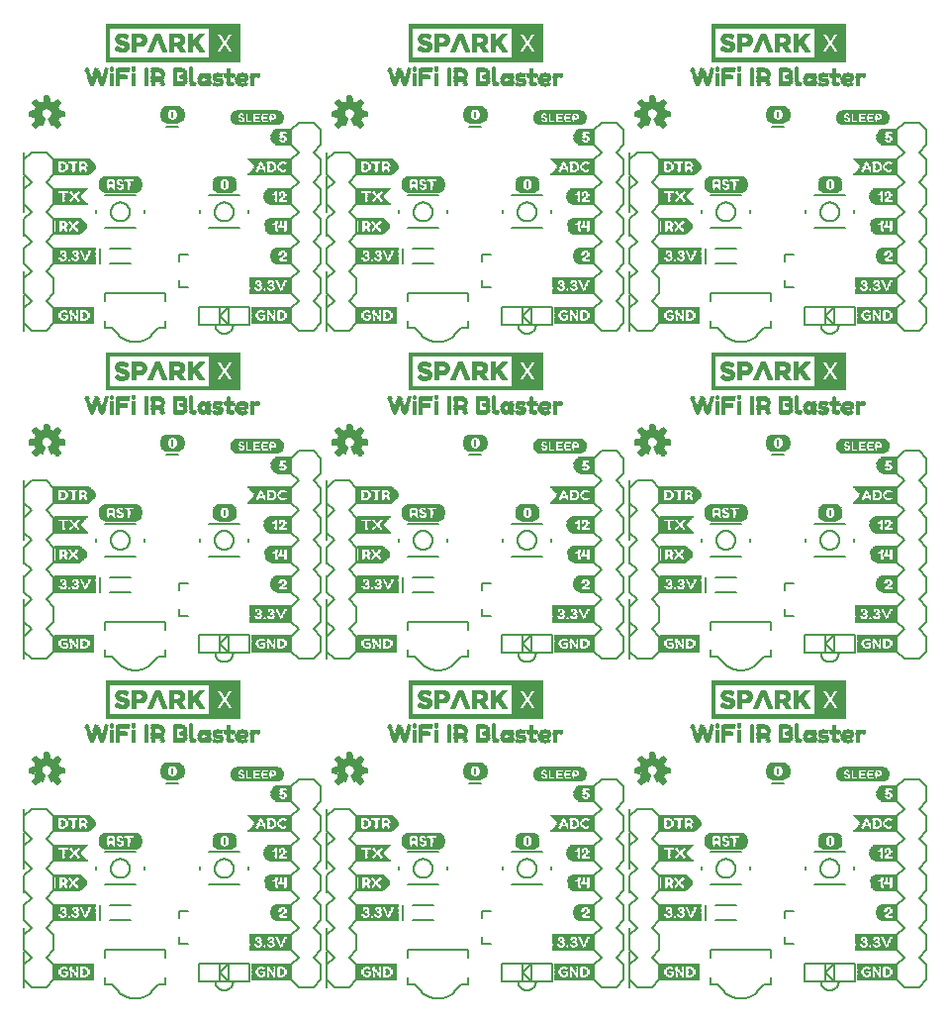
<source format=gto>
G75*
%MOIN*%
%OFA0B0*%
%FSLAX25Y25*%
%IPPOS*%
%LPD*%
%AMOC8*
5,1,8,0,0,1.08239X$1,22.5*
%
%ADD10C,0.00600*%
%ADD11C,0.00800*%
%ADD12C,0.00500*%
%ADD13C,0.00700*%
%ADD14R,0.13386X0.00157*%
%ADD15R,0.13386X0.00118*%
%ADD16R,0.02913X0.00118*%
%ADD17R,0.09646X0.00118*%
%ADD18R,0.02638X0.00157*%
%ADD19R,0.01102X0.00157*%
%ADD20R,0.01654X0.00157*%
%ADD21R,0.00551X0.00157*%
%ADD22R,0.02362X0.00118*%
%ADD23R,0.00709X0.00118*%
%ADD24R,0.01378X0.00118*%
%ADD25R,0.00433X0.00118*%
%ADD26R,0.02205X0.00157*%
%ADD27R,0.01220X0.00157*%
%ADD28R,0.00433X0.00157*%
%ADD29R,0.01929X0.00118*%
%ADD30R,0.00551X0.00118*%
%ADD31R,0.01220X0.00118*%
%ADD32R,0.02087X0.00118*%
%ADD33R,0.01929X0.00157*%
%ADD34R,0.01811X0.00118*%
%ADD35R,0.00945X0.00118*%
%ADD36R,0.00945X0.00157*%
%ADD37R,0.00709X0.00157*%
%ADD38R,0.00827X0.00157*%
%ADD39R,0.01654X0.00118*%
%ADD40R,0.02480X0.00118*%
%ADD41R,0.00827X0.00118*%
%ADD42R,0.00984X0.00118*%
%ADD43R,0.00669X0.00157*%
%ADD44R,0.01535X0.00157*%
%ADD45R,0.01535X0.00118*%
%ADD46R,0.02638X0.00118*%
%ADD47R,0.01260X0.00118*%
%ADD48R,0.00394X0.00157*%
%ADD49R,0.01378X0.00157*%
%ADD50R,0.00394X0.00118*%
%ADD51R,0.00157X0.00157*%
%ADD52R,0.00276X0.00157*%
%ADD53R,0.00276X0.00118*%
%ADD54R,0.00118X0.00118*%
%ADD55R,0.01260X0.00157*%
%ADD56R,0.01102X0.00118*%
%ADD57R,0.00984X0.00157*%
%ADD58R,0.01811X0.00157*%
%ADD59R,0.02087X0.00157*%
%ADD60R,0.02205X0.00118*%
%ADD61R,0.02480X0.00157*%
%ADD62R,0.01496X0.00157*%
%ADD63R,0.02756X0.00118*%
%ADD64R,0.00669X0.00118*%
%ADD65R,0.13937X0.00157*%
%ADD66R,0.13937X0.00118*%
%ADD67R,0.03465X0.00118*%
%ADD68R,0.06496X0.00118*%
%ADD69R,0.02913X0.00157*%
%ADD70R,0.02047X0.00157*%
%ADD71R,0.02047X0.00118*%
%ADD72R,0.01496X0.00118*%
%ADD73R,0.01772X0.00118*%
%ADD74R,0.02756X0.00157*%
%ADD75R,0.02362X0.00157*%
%ADD76R,0.03189X0.00118*%
%ADD77R,0.03150X0.00118*%
%ADD78R,0.00157X0.00118*%
%ADD79R,0.03031X0.00157*%
%ADD80R,0.04961X0.00157*%
%ADD81R,0.05354X0.00118*%
%ADD82R,0.05630X0.00157*%
%ADD83R,0.05906X0.00118*%
%ADD84R,0.06063X0.00157*%
%ADD85R,0.06181X0.00118*%
%ADD86R,0.06339X0.00157*%
%ADD87R,0.03307X0.00118*%
%ADD88R,0.02598X0.00118*%
%ADD89R,0.02874X0.00157*%
%ADD90R,0.02874X0.00118*%
%ADD91R,0.04252X0.00157*%
%ADD92R,0.04134X0.00118*%
%ADD93R,0.03858X0.00157*%
%ADD94R,0.01772X0.00157*%
%ADD95R,0.03701X0.00118*%
%ADD96R,0.03425X0.00157*%
%ADD97R,0.06890X0.00157*%
%ADD98R,0.07283X0.00118*%
%ADD99R,0.07559X0.00157*%
%ADD100R,0.07835X0.00118*%
%ADD101R,0.07992X0.00157*%
%ADD102R,0.08110X0.00118*%
%ADD103R,0.08268X0.00157*%
%ADD104R,0.08386X0.00118*%
%ADD105R,0.03307X0.00157*%
%ADD106R,0.03150X0.00157*%
%ADD107R,0.03031X0.00118*%
%ADD108R,0.03583X0.00118*%
%ADD109R,0.03583X0.00157*%
%ADD110R,0.03465X0.00157*%
%ADD111R,0.02323X0.00118*%
%ADD112R,0.07165X0.00157*%
%ADD113R,0.07598X0.00118*%
%ADD114R,0.07874X0.00157*%
%ADD115R,0.08150X0.00118*%
%ADD116R,0.08425X0.00118*%
%ADD117R,0.08543X0.00157*%
%ADD118R,0.05394X0.00118*%
%ADD119R,0.03740X0.00118*%
%ADD120R,0.03740X0.00157*%
%ADD121R,0.14724X0.00157*%
%ADD122R,0.14606X0.00118*%
%ADD123R,0.14449X0.00157*%
%ADD124R,0.14331X0.00118*%
%ADD125R,0.14173X0.00157*%
%ADD126R,0.14055X0.00118*%
%ADD127R,0.13898X0.00157*%
%ADD128R,0.10906X0.00118*%
%ADD129R,0.02323X0.00157*%
%ADD130R,0.03701X0.00157*%
%ADD131R,0.03425X0.00118*%
%ADD132R,0.04685X0.00157*%
%ADD133R,0.05079X0.00118*%
%ADD134R,0.05354X0.00157*%
%ADD135R,0.05630X0.00118*%
%ADD136R,0.05787X0.00157*%
%ADD137R,0.04409X0.00157*%
%ADD138R,0.04409X0.00118*%
%ADD139R,0.02598X0.00157*%
%ADD140R,0.08661X0.00118*%
%ADD141R,0.08937X0.00157*%
%ADD142R,0.09094X0.00118*%
%ADD143R,0.09213X0.00157*%
%ADD144R,0.09370X0.00118*%
%ADD145R,0.09488X0.00157*%
%ADD146R,0.04803X0.00118*%
%ADD147R,0.03858X0.00118*%
%ADD148R,0.03976X0.00157*%
%ADD149R,0.00118X0.00157*%
%ADD150R,0.11457X0.00157*%
%ADD151R,0.11299X0.00118*%
%ADD152R,0.11181X0.00157*%
%ADD153R,0.11024X0.00118*%
%ADD154R,0.10906X0.00157*%
%ADD155R,0.10748X0.00118*%
%ADD156R,0.10630X0.00157*%
%ADD157R,0.11850X0.00157*%
%ADD158R,0.12008X0.00118*%
%ADD159R,0.12283X0.00157*%
%ADD160R,0.12402X0.00118*%
%ADD161R,0.12559X0.00157*%
%ADD162R,0.12677X0.00118*%
%ADD163R,0.12835X0.00157*%
%ADD164R,0.12953X0.00118*%
%ADD165R,0.03189X0.00157*%
%ADD166R,0.00945X0.00236*%
%ADD167R,0.01181X0.00236*%
%ADD168R,0.00472X0.00236*%
%ADD169R,0.00236X0.00236*%
%ADD170R,0.01417X0.00236*%
%ADD171R,0.03780X0.00236*%
%ADD172R,0.01654X0.00236*%
%ADD173R,0.02362X0.00236*%
%ADD174R,0.02598X0.00236*%
%ADD175R,0.04724X0.00236*%
%ADD176R,0.03543X0.00236*%
%ADD177R,0.04961X0.00236*%
%ADD178R,0.04016X0.00236*%
%ADD179R,0.04252X0.00236*%
%ADD180R,0.01890X0.00236*%
%ADD181R,0.04488X0.00236*%
%ADD182R,0.00709X0.00236*%
%ADD183R,0.02126X0.00236*%
%ADD184R,0.03307X0.00236*%
%ADD185R,0.03071X0.00236*%
%ADD186R,0.02835X0.00236*%
%ADD187R,0.06614X0.00236*%
%ADD188C,0.00039*%
%ADD189R,0.04291X0.00157*%
%ADD190R,0.06496X0.00157*%
%ADD191R,0.06732X0.00118*%
%ADD192R,0.07047X0.00157*%
%ADD193R,0.11417X0.00118*%
%ADD194R,0.11969X0.00157*%
%ADD195R,0.12520X0.00118*%
%ADD196R,0.13071X0.00118*%
%ADD197R,0.06339X0.00118*%
%ADD198R,0.06614X0.00118*%
%ADD199R,0.04016X0.00118*%
%ADD200R,0.04016X0.00157*%
%ADD201R,0.04134X0.00157*%
%ADD202C,0.00591*%
%ADD203R,0.14291X0.00118*%
%ADD204R,0.15000X0.00118*%
%ADD205R,0.15472X0.00079*%
%ADD206R,0.15945X0.00157*%
%ADD207R,0.16181X0.00118*%
%ADD208R,0.16417X0.00118*%
%ADD209R,0.16654X0.00079*%
%ADD210R,0.02835X0.00118*%
%ADD211R,0.13465X0.00118*%
%ADD212R,0.01890X0.00157*%
%ADD213R,0.00354X0.00157*%
%ADD214R,0.02835X0.00157*%
%ADD215R,0.00354X0.00118*%
%ADD216R,0.00591X0.00118*%
%ADD217R,0.00591X0.00157*%
%ADD218R,0.00472X0.00118*%
%ADD219R,0.02008X0.00118*%
%ADD220R,0.02008X0.00157*%
%ADD221R,0.01063X0.00118*%
%ADD222R,0.02717X0.00118*%
%ADD223R,0.02717X0.00157*%
%ADD224R,0.02953X0.00118*%
%ADD225R,0.03661X0.00118*%
%ADD226R,0.03898X0.00157*%
%ADD227R,0.03071X0.00118*%
%ADD228R,0.02244X0.00118*%
%ADD229R,0.03898X0.00118*%
%ADD230R,0.03780X0.00118*%
%ADD231R,0.03780X0.00157*%
%ADD232R,0.16654X0.00118*%
%ADD233R,0.15945X0.00118*%
%ADD234R,0.15472X0.00118*%
D10*
X0028750Y0028750D02*
X0028750Y0032805D01*
X0028750Y0036742D02*
X0028750Y0040797D01*
X0028750Y0044734D02*
X0028750Y0048789D01*
X0028750Y0052726D02*
X0028750Y0056781D01*
X0028750Y0060719D02*
X0028750Y0064774D01*
X0028750Y0068711D02*
X0028750Y0072766D01*
X0028750Y0076703D02*
X0028750Y0080758D01*
X0028750Y0084695D02*
X0028750Y0088750D01*
X0028750Y0139250D02*
X0028750Y0143305D01*
X0028750Y0147242D02*
X0028750Y0151297D01*
X0028750Y0155234D02*
X0028750Y0159289D01*
X0028750Y0163226D02*
X0028750Y0167281D01*
X0028750Y0171219D02*
X0028750Y0175274D01*
X0028750Y0179211D02*
X0028750Y0183266D01*
X0028750Y0187203D02*
X0028750Y0191258D01*
X0028750Y0195195D02*
X0028750Y0199250D01*
X0028750Y0249750D02*
X0028750Y0253805D01*
X0028750Y0257742D02*
X0028750Y0261797D01*
X0028750Y0265734D02*
X0028750Y0269789D01*
X0028750Y0273726D02*
X0028750Y0277781D01*
X0028750Y0281719D02*
X0028750Y0285774D01*
X0028750Y0289711D02*
X0028750Y0293766D01*
X0028750Y0297703D02*
X0028750Y0301758D01*
X0028750Y0305695D02*
X0028750Y0309750D01*
X0130750Y0309750D02*
X0130750Y0305695D01*
X0130750Y0301758D02*
X0130750Y0297703D01*
X0130750Y0293766D02*
X0130750Y0289711D01*
X0130750Y0285774D02*
X0130750Y0281719D01*
X0130750Y0277781D02*
X0130750Y0273726D01*
X0130750Y0269789D02*
X0130750Y0265734D01*
X0130750Y0261797D02*
X0130750Y0257742D01*
X0130750Y0253805D02*
X0130750Y0249750D01*
X0130750Y0199250D02*
X0130750Y0195195D01*
X0130750Y0191258D02*
X0130750Y0187203D01*
X0130750Y0183266D02*
X0130750Y0179211D01*
X0130750Y0175274D02*
X0130750Y0171219D01*
X0130750Y0167281D02*
X0130750Y0163226D01*
X0130750Y0159289D02*
X0130750Y0155234D01*
X0130750Y0151297D02*
X0130750Y0147242D01*
X0130750Y0143305D02*
X0130750Y0139250D01*
X0130750Y0088750D02*
X0130750Y0084695D01*
X0130750Y0080758D02*
X0130750Y0076703D01*
X0130750Y0072766D02*
X0130750Y0068711D01*
X0130750Y0064774D02*
X0130750Y0060719D01*
X0130750Y0056781D02*
X0130750Y0052726D01*
X0130750Y0048789D02*
X0130750Y0044734D01*
X0130750Y0040797D02*
X0130750Y0036742D01*
X0130750Y0032805D02*
X0130750Y0028750D01*
X0232750Y0028750D02*
X0232750Y0032805D01*
X0232750Y0036742D02*
X0232750Y0040797D01*
X0232750Y0044734D02*
X0232750Y0048789D01*
X0232750Y0052726D02*
X0232750Y0056781D01*
X0232750Y0060719D02*
X0232750Y0064774D01*
X0232750Y0068711D02*
X0232750Y0072766D01*
X0232750Y0076703D02*
X0232750Y0080758D01*
X0232750Y0084695D02*
X0232750Y0088750D01*
X0232750Y0139250D02*
X0232750Y0143305D01*
X0232750Y0147242D02*
X0232750Y0151297D01*
X0232750Y0155234D02*
X0232750Y0159289D01*
X0232750Y0163226D02*
X0232750Y0167281D01*
X0232750Y0171219D02*
X0232750Y0175274D01*
X0232750Y0179211D02*
X0232750Y0183266D01*
X0232750Y0187203D02*
X0232750Y0191258D01*
X0232750Y0195195D02*
X0232750Y0199250D01*
X0232750Y0249750D02*
X0232750Y0253805D01*
X0232750Y0257742D02*
X0232750Y0261797D01*
X0232750Y0265734D02*
X0232750Y0269789D01*
X0232750Y0273726D02*
X0232750Y0277781D01*
X0232750Y0281719D02*
X0232750Y0285774D01*
X0232750Y0289711D02*
X0232750Y0293766D01*
X0232750Y0297703D02*
X0232750Y0301758D01*
X0232750Y0305695D02*
X0232750Y0309750D01*
D11*
X0235250Y0309750D02*
X0232750Y0307250D01*
X0232750Y0302250D01*
X0235250Y0299750D01*
X0232750Y0297250D01*
X0232750Y0292250D01*
X0235250Y0289750D01*
X0232750Y0287250D01*
X0232750Y0282250D01*
X0235250Y0279750D01*
X0232750Y0277250D01*
X0232750Y0272250D01*
X0235250Y0269750D01*
X0232750Y0267250D01*
X0232750Y0262250D01*
X0235250Y0259750D01*
X0232750Y0257250D01*
X0232750Y0252250D01*
X0235250Y0249750D01*
X0240250Y0249750D01*
X0242750Y0252250D01*
X0242750Y0257250D01*
X0240250Y0259750D01*
X0242750Y0262250D01*
X0242750Y0267250D01*
X0240250Y0269750D01*
X0242750Y0272250D01*
X0242750Y0277250D01*
X0240250Y0279750D01*
X0242750Y0282250D01*
X0242750Y0287250D01*
X0240250Y0289750D01*
X0242750Y0292250D01*
X0242750Y0297250D01*
X0240250Y0299750D01*
X0242750Y0302250D01*
X0242750Y0307250D01*
X0240250Y0309750D01*
X0235250Y0309750D01*
X0230750Y0307250D02*
X0230750Y0302250D01*
X0228250Y0299750D01*
X0230750Y0297250D01*
X0230750Y0292250D01*
X0228250Y0289750D01*
X0230750Y0287250D01*
X0230750Y0282250D01*
X0228250Y0279750D01*
X0230750Y0277250D01*
X0230750Y0272250D01*
X0228250Y0269750D01*
X0230750Y0267250D01*
X0230750Y0262250D01*
X0228250Y0259750D01*
X0230750Y0257250D01*
X0230750Y0252250D01*
X0228250Y0249750D01*
X0223250Y0249750D01*
X0220750Y0252250D01*
X0220750Y0257250D01*
X0223250Y0259750D01*
X0220750Y0262250D01*
X0220750Y0267250D01*
X0223250Y0269750D01*
X0220750Y0272250D01*
X0220750Y0277250D01*
X0223250Y0279750D01*
X0220750Y0282250D01*
X0220750Y0287250D01*
X0223250Y0289750D01*
X0220750Y0292250D01*
X0220750Y0297250D01*
X0223250Y0299750D01*
X0220750Y0302250D01*
X0220750Y0307250D01*
X0223250Y0309750D01*
X0220750Y0312250D01*
X0220750Y0317250D01*
X0223250Y0319750D01*
X0228250Y0319750D01*
X0230750Y0317250D01*
X0230750Y0312250D01*
X0228250Y0309750D01*
X0230750Y0307250D01*
X0206518Y0290262D02*
X0206518Y0289238D01*
X0203518Y0284238D02*
X0192982Y0284238D01*
X0189982Y0289238D02*
X0189982Y0290262D01*
X0192982Y0295262D02*
X0203518Y0295262D01*
X0186144Y0275262D02*
X0182994Y0275262D01*
X0182994Y0272900D01*
X0182994Y0266600D02*
X0182994Y0264238D01*
X0186144Y0264238D01*
X0166793Y0272289D02*
X0159707Y0272289D01*
X0156281Y0272289D02*
X0156281Y0277211D01*
X0159707Y0277211D02*
X0166793Y0277211D01*
X0168518Y0284238D02*
X0157982Y0284238D01*
X0154982Y0289238D02*
X0154982Y0290262D01*
X0157982Y0295262D02*
X0168518Y0295262D01*
X0171518Y0290262D02*
X0171518Y0289238D01*
X0140750Y0287250D02*
X0140750Y0282250D01*
X0138250Y0279750D01*
X0140750Y0277250D01*
X0140750Y0272250D01*
X0138250Y0269750D01*
X0140750Y0267250D01*
X0140750Y0262250D01*
X0138250Y0259750D01*
X0140750Y0257250D01*
X0140750Y0252250D01*
X0138250Y0249750D01*
X0133250Y0249750D01*
X0130750Y0252250D01*
X0130750Y0257250D01*
X0133250Y0259750D01*
X0130750Y0262250D01*
X0130750Y0267250D01*
X0133250Y0269750D01*
X0130750Y0272250D01*
X0130750Y0277250D01*
X0133250Y0279750D01*
X0130750Y0282250D01*
X0130750Y0287250D01*
X0133250Y0289750D01*
X0130750Y0292250D01*
X0130750Y0297250D01*
X0133250Y0299750D01*
X0130750Y0302250D01*
X0130750Y0307250D01*
X0133250Y0309750D01*
X0138250Y0309750D01*
X0140750Y0307250D01*
X0140750Y0302250D01*
X0138250Y0299750D01*
X0140750Y0297250D01*
X0140750Y0292250D01*
X0138250Y0289750D01*
X0140750Y0287250D01*
X0128750Y0287250D02*
X0128750Y0282250D01*
X0126250Y0279750D01*
X0128750Y0277250D01*
X0128750Y0272250D01*
X0126250Y0269750D01*
X0128750Y0267250D01*
X0128750Y0262250D01*
X0126250Y0259750D01*
X0128750Y0257250D01*
X0128750Y0252250D01*
X0126250Y0249750D01*
X0121250Y0249750D01*
X0118750Y0252250D01*
X0118750Y0257250D01*
X0121250Y0259750D01*
X0118750Y0262250D01*
X0118750Y0267250D01*
X0121250Y0269750D01*
X0118750Y0272250D01*
X0118750Y0277250D01*
X0121250Y0279750D01*
X0118750Y0282250D01*
X0118750Y0287250D01*
X0121250Y0289750D01*
X0118750Y0292250D01*
X0118750Y0297250D01*
X0121250Y0299750D01*
X0118750Y0302250D01*
X0118750Y0307250D01*
X0121250Y0309750D01*
X0118750Y0312250D01*
X0118750Y0317250D01*
X0121250Y0319750D01*
X0126250Y0319750D01*
X0128750Y0317250D01*
X0128750Y0312250D01*
X0126250Y0309750D01*
X0128750Y0307250D01*
X0128750Y0302250D01*
X0126250Y0299750D01*
X0128750Y0297250D01*
X0128750Y0292250D01*
X0126250Y0289750D01*
X0128750Y0287250D01*
X0104518Y0289238D02*
X0104518Y0290262D01*
X0101518Y0295262D02*
X0090982Y0295262D01*
X0087982Y0290262D02*
X0087982Y0289238D01*
X0090982Y0284238D02*
X0101518Y0284238D01*
X0084144Y0275262D02*
X0080994Y0275262D01*
X0080994Y0272900D01*
X0080994Y0266600D02*
X0080994Y0264238D01*
X0084144Y0264238D01*
X0064793Y0272289D02*
X0057707Y0272289D01*
X0054281Y0272289D02*
X0054281Y0277211D01*
X0057707Y0277211D02*
X0064793Y0277211D01*
X0066518Y0284238D02*
X0055982Y0284238D01*
X0052982Y0289238D02*
X0052982Y0290262D01*
X0055982Y0295262D02*
X0066518Y0295262D01*
X0069518Y0290262D02*
X0069518Y0289238D01*
X0038750Y0287250D02*
X0038750Y0282250D01*
X0036250Y0279750D01*
X0038750Y0277250D01*
X0038750Y0272250D01*
X0036250Y0269750D01*
X0038750Y0267250D01*
X0038750Y0262250D01*
X0036250Y0259750D01*
X0038750Y0257250D01*
X0038750Y0252250D01*
X0036250Y0249750D01*
X0031250Y0249750D01*
X0028750Y0252250D01*
X0028750Y0257250D01*
X0031250Y0259750D01*
X0028750Y0262250D01*
X0028750Y0267250D01*
X0031250Y0269750D01*
X0028750Y0272250D01*
X0028750Y0277250D01*
X0031250Y0279750D01*
X0028750Y0282250D01*
X0028750Y0287250D01*
X0031250Y0289750D01*
X0028750Y0292250D01*
X0028750Y0297250D01*
X0031250Y0299750D01*
X0028750Y0302250D01*
X0028750Y0307250D01*
X0031250Y0309750D01*
X0036250Y0309750D01*
X0038750Y0307250D01*
X0038750Y0302250D01*
X0036250Y0299750D01*
X0038750Y0297250D01*
X0038750Y0292250D01*
X0036250Y0289750D01*
X0038750Y0287250D01*
X0118750Y0206750D02*
X0121250Y0209250D01*
X0126250Y0209250D01*
X0128750Y0206750D01*
X0128750Y0201750D01*
X0126250Y0199250D01*
X0128750Y0196750D01*
X0128750Y0191750D01*
X0126250Y0189250D01*
X0128750Y0186750D01*
X0128750Y0181750D01*
X0126250Y0179250D01*
X0128750Y0176750D01*
X0128750Y0171750D01*
X0126250Y0169250D01*
X0128750Y0166750D01*
X0128750Y0161750D01*
X0126250Y0159250D01*
X0128750Y0156750D01*
X0128750Y0151750D01*
X0126250Y0149250D01*
X0128750Y0146750D01*
X0128750Y0141750D01*
X0126250Y0139250D01*
X0121250Y0139250D01*
X0118750Y0141750D01*
X0118750Y0146750D01*
X0121250Y0149250D01*
X0118750Y0151750D01*
X0118750Y0156750D01*
X0121250Y0159250D01*
X0118750Y0161750D01*
X0118750Y0166750D01*
X0121250Y0169250D01*
X0118750Y0171750D01*
X0118750Y0176750D01*
X0121250Y0179250D01*
X0118750Y0181750D01*
X0118750Y0186750D01*
X0121250Y0189250D01*
X0118750Y0191750D01*
X0118750Y0196750D01*
X0121250Y0199250D01*
X0118750Y0201750D01*
X0118750Y0206750D01*
X0130750Y0196750D02*
X0130750Y0191750D01*
X0133250Y0189250D01*
X0130750Y0186750D01*
X0130750Y0181750D01*
X0133250Y0179250D01*
X0130750Y0176750D01*
X0130750Y0171750D01*
X0133250Y0169250D01*
X0130750Y0166750D01*
X0130750Y0161750D01*
X0133250Y0159250D01*
X0130750Y0156750D01*
X0130750Y0151750D01*
X0133250Y0149250D01*
X0130750Y0146750D01*
X0130750Y0141750D01*
X0133250Y0139250D01*
X0138250Y0139250D01*
X0140750Y0141750D01*
X0140750Y0146750D01*
X0138250Y0149250D01*
X0140750Y0151750D01*
X0140750Y0156750D01*
X0138250Y0159250D01*
X0140750Y0161750D01*
X0140750Y0166750D01*
X0138250Y0169250D01*
X0140750Y0171750D01*
X0140750Y0176750D01*
X0138250Y0179250D01*
X0140750Y0181750D01*
X0140750Y0186750D01*
X0138250Y0189250D01*
X0140750Y0191750D01*
X0140750Y0196750D01*
X0138250Y0199250D01*
X0133250Y0199250D01*
X0130750Y0196750D01*
X0154982Y0179762D02*
X0154982Y0178738D01*
X0157982Y0173738D02*
X0168518Y0173738D01*
X0171518Y0178738D02*
X0171518Y0179762D01*
X0168518Y0184762D02*
X0157982Y0184762D01*
X0156281Y0166711D02*
X0156281Y0161789D01*
X0159707Y0161789D02*
X0166793Y0161789D01*
X0166793Y0166711D02*
X0159707Y0166711D01*
X0182994Y0164762D02*
X0186144Y0164762D01*
X0182994Y0164762D02*
X0182994Y0162400D01*
X0182994Y0156100D02*
X0182994Y0153738D01*
X0186144Y0153738D01*
X0192982Y0173738D02*
X0203518Y0173738D01*
X0206518Y0178738D02*
X0206518Y0179762D01*
X0203518Y0184762D02*
X0192982Y0184762D01*
X0189982Y0179762D02*
X0189982Y0178738D01*
X0220750Y0176750D02*
X0220750Y0171750D01*
X0223250Y0169250D01*
X0220750Y0166750D01*
X0220750Y0161750D01*
X0223250Y0159250D01*
X0220750Y0156750D01*
X0220750Y0151750D01*
X0223250Y0149250D01*
X0220750Y0146750D01*
X0220750Y0141750D01*
X0223250Y0139250D01*
X0228250Y0139250D01*
X0230750Y0141750D01*
X0230750Y0146750D01*
X0228250Y0149250D01*
X0230750Y0151750D01*
X0230750Y0156750D01*
X0228250Y0159250D01*
X0230750Y0161750D01*
X0230750Y0166750D01*
X0228250Y0169250D01*
X0230750Y0171750D01*
X0230750Y0176750D01*
X0228250Y0179250D01*
X0230750Y0181750D01*
X0230750Y0186750D01*
X0228250Y0189250D01*
X0230750Y0191750D01*
X0230750Y0196750D01*
X0228250Y0199250D01*
X0230750Y0201750D01*
X0230750Y0206750D01*
X0228250Y0209250D01*
X0223250Y0209250D01*
X0220750Y0206750D01*
X0220750Y0201750D01*
X0223250Y0199250D01*
X0220750Y0196750D01*
X0220750Y0191750D01*
X0223250Y0189250D01*
X0220750Y0186750D01*
X0220750Y0181750D01*
X0223250Y0179250D01*
X0220750Y0176750D01*
X0232750Y0176750D02*
X0232750Y0171750D01*
X0235250Y0169250D01*
X0232750Y0166750D01*
X0232750Y0161750D01*
X0235250Y0159250D01*
X0232750Y0156750D01*
X0232750Y0151750D01*
X0235250Y0149250D01*
X0232750Y0146750D01*
X0232750Y0141750D01*
X0235250Y0139250D01*
X0240250Y0139250D01*
X0242750Y0141750D01*
X0242750Y0146750D01*
X0240250Y0149250D01*
X0242750Y0151750D01*
X0242750Y0156750D01*
X0240250Y0159250D01*
X0242750Y0161750D01*
X0242750Y0166750D01*
X0240250Y0169250D01*
X0242750Y0171750D01*
X0242750Y0176750D01*
X0240250Y0179250D01*
X0242750Y0181750D01*
X0242750Y0186750D01*
X0240250Y0189250D01*
X0242750Y0191750D01*
X0242750Y0196750D01*
X0240250Y0199250D01*
X0235250Y0199250D01*
X0232750Y0196750D01*
X0232750Y0191750D01*
X0235250Y0189250D01*
X0232750Y0186750D01*
X0232750Y0181750D01*
X0235250Y0179250D01*
X0232750Y0176750D01*
X0256982Y0178738D02*
X0256982Y0179762D01*
X0259982Y0184762D02*
X0270518Y0184762D01*
X0273518Y0179762D02*
X0273518Y0178738D01*
X0270518Y0173738D02*
X0259982Y0173738D01*
X0258281Y0166711D02*
X0258281Y0161789D01*
X0261707Y0161789D02*
X0268793Y0161789D01*
X0268793Y0166711D02*
X0261707Y0166711D01*
X0284994Y0164762D02*
X0288144Y0164762D01*
X0284994Y0164762D02*
X0284994Y0162400D01*
X0284994Y0156100D02*
X0284994Y0153738D01*
X0288144Y0153738D01*
X0294982Y0173738D02*
X0305518Y0173738D01*
X0308518Y0178738D02*
X0308518Y0179762D01*
X0305518Y0184762D02*
X0294982Y0184762D01*
X0291982Y0179762D02*
X0291982Y0178738D01*
X0322750Y0176750D02*
X0322750Y0171750D01*
X0325250Y0169250D01*
X0322750Y0166750D01*
X0322750Y0161750D01*
X0325250Y0159250D01*
X0322750Y0156750D01*
X0322750Y0151750D01*
X0325250Y0149250D01*
X0322750Y0146750D01*
X0322750Y0141750D01*
X0325250Y0139250D01*
X0330250Y0139250D01*
X0332750Y0141750D01*
X0332750Y0146750D01*
X0330250Y0149250D01*
X0332750Y0151750D01*
X0332750Y0156750D01*
X0330250Y0159250D01*
X0332750Y0161750D01*
X0332750Y0166750D01*
X0330250Y0169250D01*
X0332750Y0171750D01*
X0332750Y0176750D01*
X0330250Y0179250D01*
X0332750Y0181750D01*
X0332750Y0186750D01*
X0330250Y0189250D01*
X0332750Y0191750D01*
X0332750Y0196750D01*
X0330250Y0199250D01*
X0332750Y0201750D01*
X0332750Y0206750D01*
X0330250Y0209250D01*
X0325250Y0209250D01*
X0322750Y0206750D01*
X0322750Y0201750D01*
X0325250Y0199250D01*
X0322750Y0196750D01*
X0322750Y0191750D01*
X0325250Y0189250D01*
X0322750Y0186750D01*
X0322750Y0181750D01*
X0325250Y0179250D01*
X0322750Y0176750D01*
X0325250Y0249750D02*
X0322750Y0252250D01*
X0322750Y0257250D01*
X0325250Y0259750D01*
X0322750Y0262250D01*
X0322750Y0267250D01*
X0325250Y0269750D01*
X0322750Y0272250D01*
X0322750Y0277250D01*
X0325250Y0279750D01*
X0322750Y0282250D01*
X0322750Y0287250D01*
X0325250Y0289750D01*
X0322750Y0292250D01*
X0322750Y0297250D01*
X0325250Y0299750D01*
X0322750Y0302250D01*
X0322750Y0307250D01*
X0325250Y0309750D01*
X0322750Y0312250D01*
X0322750Y0317250D01*
X0325250Y0319750D01*
X0330250Y0319750D01*
X0332750Y0317250D01*
X0332750Y0312250D01*
X0330250Y0309750D01*
X0332750Y0307250D01*
X0332750Y0302250D01*
X0330250Y0299750D01*
X0332750Y0297250D01*
X0332750Y0292250D01*
X0330250Y0289750D01*
X0332750Y0287250D01*
X0332750Y0282250D01*
X0330250Y0279750D01*
X0332750Y0277250D01*
X0332750Y0272250D01*
X0330250Y0269750D01*
X0332750Y0267250D01*
X0332750Y0262250D01*
X0330250Y0259750D01*
X0332750Y0257250D01*
X0332750Y0252250D01*
X0330250Y0249750D01*
X0325250Y0249750D01*
X0305518Y0284238D02*
X0294982Y0284238D01*
X0291982Y0289238D02*
X0291982Y0290262D01*
X0294982Y0295262D02*
X0305518Y0295262D01*
X0308518Y0290262D02*
X0308518Y0289238D01*
X0288144Y0275262D02*
X0284994Y0275262D01*
X0284994Y0272900D01*
X0284994Y0266600D02*
X0284994Y0264238D01*
X0288144Y0264238D01*
X0268793Y0272289D02*
X0261707Y0272289D01*
X0258281Y0272289D02*
X0258281Y0277211D01*
X0261707Y0277211D02*
X0268793Y0277211D01*
X0270518Y0284238D02*
X0259982Y0284238D01*
X0256982Y0289238D02*
X0256982Y0290262D01*
X0259982Y0295262D02*
X0270518Y0295262D01*
X0273518Y0290262D02*
X0273518Y0289238D01*
X0101518Y0184762D02*
X0090982Y0184762D01*
X0087982Y0179762D02*
X0087982Y0178738D01*
X0090982Y0173738D02*
X0101518Y0173738D01*
X0104518Y0178738D02*
X0104518Y0179762D01*
X0084144Y0164762D02*
X0080994Y0164762D01*
X0080994Y0162400D01*
X0080994Y0156100D02*
X0080994Y0153738D01*
X0084144Y0153738D01*
X0066518Y0173738D02*
X0055982Y0173738D01*
X0052982Y0178738D02*
X0052982Y0179762D01*
X0055982Y0184762D02*
X0066518Y0184762D01*
X0069518Y0179762D02*
X0069518Y0178738D01*
X0064793Y0166711D02*
X0057707Y0166711D01*
X0054281Y0166711D02*
X0054281Y0161789D01*
X0057707Y0161789D02*
X0064793Y0161789D01*
X0038750Y0161750D02*
X0036250Y0159250D01*
X0038750Y0156750D01*
X0038750Y0151750D01*
X0036250Y0149250D01*
X0038750Y0146750D01*
X0038750Y0141750D01*
X0036250Y0139250D01*
X0031250Y0139250D01*
X0028750Y0141750D01*
X0028750Y0146750D01*
X0031250Y0149250D01*
X0028750Y0151750D01*
X0028750Y0156750D01*
X0031250Y0159250D01*
X0028750Y0161750D01*
X0028750Y0166750D01*
X0031250Y0169250D01*
X0028750Y0171750D01*
X0028750Y0176750D01*
X0031250Y0179250D01*
X0028750Y0181750D01*
X0028750Y0186750D01*
X0031250Y0189250D01*
X0028750Y0191750D01*
X0028750Y0196750D01*
X0031250Y0199250D01*
X0036250Y0199250D01*
X0038750Y0196750D01*
X0038750Y0191750D01*
X0036250Y0189250D01*
X0038750Y0186750D01*
X0038750Y0181750D01*
X0036250Y0179250D01*
X0038750Y0176750D01*
X0038750Y0171750D01*
X0036250Y0169250D01*
X0038750Y0166750D01*
X0038750Y0161750D01*
X0036250Y0088750D02*
X0031250Y0088750D01*
X0028750Y0086250D01*
X0028750Y0081250D01*
X0031250Y0078750D01*
X0028750Y0076250D01*
X0028750Y0071250D01*
X0031250Y0068750D01*
X0028750Y0066250D01*
X0028750Y0061250D01*
X0031250Y0058750D01*
X0028750Y0056250D01*
X0028750Y0051250D01*
X0031250Y0048750D01*
X0028750Y0046250D01*
X0028750Y0041250D01*
X0031250Y0038750D01*
X0028750Y0036250D01*
X0028750Y0031250D01*
X0031250Y0028750D01*
X0036250Y0028750D01*
X0038750Y0031250D01*
X0038750Y0036250D01*
X0036250Y0038750D01*
X0038750Y0041250D01*
X0038750Y0046250D01*
X0036250Y0048750D01*
X0038750Y0051250D01*
X0038750Y0056250D01*
X0036250Y0058750D01*
X0038750Y0061250D01*
X0038750Y0066250D01*
X0036250Y0068750D01*
X0038750Y0071250D01*
X0038750Y0076250D01*
X0036250Y0078750D01*
X0038750Y0081250D01*
X0038750Y0086250D01*
X0036250Y0088750D01*
X0055982Y0074262D02*
X0066518Y0074262D01*
X0069518Y0069262D02*
X0069518Y0068238D01*
X0066518Y0063238D02*
X0055982Y0063238D01*
X0052982Y0068238D02*
X0052982Y0069262D01*
X0054281Y0056211D02*
X0054281Y0051289D01*
X0057707Y0051289D02*
X0064793Y0051289D01*
X0064793Y0056211D02*
X0057707Y0056211D01*
X0080994Y0054262D02*
X0084144Y0054262D01*
X0080994Y0054262D02*
X0080994Y0051900D01*
X0080994Y0045600D02*
X0080994Y0043238D01*
X0084144Y0043238D01*
X0090982Y0063238D02*
X0101518Y0063238D01*
X0104518Y0068238D02*
X0104518Y0069262D01*
X0101518Y0074262D02*
X0090982Y0074262D01*
X0087982Y0069262D02*
X0087982Y0068238D01*
X0118750Y0066250D02*
X0118750Y0061250D01*
X0121250Y0058750D01*
X0118750Y0056250D01*
X0118750Y0051250D01*
X0121250Y0048750D01*
X0118750Y0046250D01*
X0118750Y0041250D01*
X0121250Y0038750D01*
X0118750Y0036250D01*
X0118750Y0031250D01*
X0121250Y0028750D01*
X0126250Y0028750D01*
X0128750Y0031250D01*
X0128750Y0036250D01*
X0126250Y0038750D01*
X0128750Y0041250D01*
X0128750Y0046250D01*
X0126250Y0048750D01*
X0128750Y0051250D01*
X0128750Y0056250D01*
X0126250Y0058750D01*
X0128750Y0061250D01*
X0128750Y0066250D01*
X0126250Y0068750D01*
X0128750Y0071250D01*
X0128750Y0076250D01*
X0126250Y0078750D01*
X0128750Y0081250D01*
X0128750Y0086250D01*
X0126250Y0088750D01*
X0128750Y0091250D01*
X0128750Y0096250D01*
X0126250Y0098750D01*
X0121250Y0098750D01*
X0118750Y0096250D01*
X0118750Y0091250D01*
X0121250Y0088750D01*
X0118750Y0086250D01*
X0118750Y0081250D01*
X0121250Y0078750D01*
X0118750Y0076250D01*
X0118750Y0071250D01*
X0121250Y0068750D01*
X0118750Y0066250D01*
X0130750Y0066250D02*
X0130750Y0061250D01*
X0133250Y0058750D01*
X0130750Y0056250D01*
X0130750Y0051250D01*
X0133250Y0048750D01*
X0130750Y0046250D01*
X0130750Y0041250D01*
X0133250Y0038750D01*
X0130750Y0036250D01*
X0130750Y0031250D01*
X0133250Y0028750D01*
X0138250Y0028750D01*
X0140750Y0031250D01*
X0140750Y0036250D01*
X0138250Y0038750D01*
X0140750Y0041250D01*
X0140750Y0046250D01*
X0138250Y0048750D01*
X0140750Y0051250D01*
X0140750Y0056250D01*
X0138250Y0058750D01*
X0140750Y0061250D01*
X0140750Y0066250D01*
X0138250Y0068750D01*
X0140750Y0071250D01*
X0140750Y0076250D01*
X0138250Y0078750D01*
X0140750Y0081250D01*
X0140750Y0086250D01*
X0138250Y0088750D01*
X0133250Y0088750D01*
X0130750Y0086250D01*
X0130750Y0081250D01*
X0133250Y0078750D01*
X0130750Y0076250D01*
X0130750Y0071250D01*
X0133250Y0068750D01*
X0130750Y0066250D01*
X0154982Y0068238D02*
X0154982Y0069262D01*
X0157982Y0074262D02*
X0168518Y0074262D01*
X0171518Y0069262D02*
X0171518Y0068238D01*
X0168518Y0063238D02*
X0157982Y0063238D01*
X0156281Y0056211D02*
X0156281Y0051289D01*
X0159707Y0051289D02*
X0166793Y0051289D01*
X0166793Y0056211D02*
X0159707Y0056211D01*
X0182994Y0054262D02*
X0186144Y0054262D01*
X0182994Y0054262D02*
X0182994Y0051900D01*
X0182994Y0045600D02*
X0182994Y0043238D01*
X0186144Y0043238D01*
X0192982Y0063238D02*
X0203518Y0063238D01*
X0206518Y0068238D02*
X0206518Y0069262D01*
X0203518Y0074262D02*
X0192982Y0074262D01*
X0189982Y0069262D02*
X0189982Y0068238D01*
X0220750Y0066250D02*
X0220750Y0061250D01*
X0223250Y0058750D01*
X0220750Y0056250D01*
X0220750Y0051250D01*
X0223250Y0048750D01*
X0220750Y0046250D01*
X0220750Y0041250D01*
X0223250Y0038750D01*
X0220750Y0036250D01*
X0220750Y0031250D01*
X0223250Y0028750D01*
X0228250Y0028750D01*
X0230750Y0031250D01*
X0230750Y0036250D01*
X0228250Y0038750D01*
X0230750Y0041250D01*
X0230750Y0046250D01*
X0228250Y0048750D01*
X0230750Y0051250D01*
X0230750Y0056250D01*
X0228250Y0058750D01*
X0230750Y0061250D01*
X0230750Y0066250D01*
X0228250Y0068750D01*
X0230750Y0071250D01*
X0230750Y0076250D01*
X0228250Y0078750D01*
X0230750Y0081250D01*
X0230750Y0086250D01*
X0228250Y0088750D01*
X0230750Y0091250D01*
X0230750Y0096250D01*
X0228250Y0098750D01*
X0223250Y0098750D01*
X0220750Y0096250D01*
X0220750Y0091250D01*
X0223250Y0088750D01*
X0220750Y0086250D01*
X0220750Y0081250D01*
X0223250Y0078750D01*
X0220750Y0076250D01*
X0220750Y0071250D01*
X0223250Y0068750D01*
X0220750Y0066250D01*
X0232750Y0066250D02*
X0232750Y0061250D01*
X0235250Y0058750D01*
X0232750Y0056250D01*
X0232750Y0051250D01*
X0235250Y0048750D01*
X0232750Y0046250D01*
X0232750Y0041250D01*
X0235250Y0038750D01*
X0232750Y0036250D01*
X0232750Y0031250D01*
X0235250Y0028750D01*
X0240250Y0028750D01*
X0242750Y0031250D01*
X0242750Y0036250D01*
X0240250Y0038750D01*
X0242750Y0041250D01*
X0242750Y0046250D01*
X0240250Y0048750D01*
X0242750Y0051250D01*
X0242750Y0056250D01*
X0240250Y0058750D01*
X0242750Y0061250D01*
X0242750Y0066250D01*
X0240250Y0068750D01*
X0242750Y0071250D01*
X0242750Y0076250D01*
X0240250Y0078750D01*
X0242750Y0081250D01*
X0242750Y0086250D01*
X0240250Y0088750D01*
X0235250Y0088750D01*
X0232750Y0086250D01*
X0232750Y0081250D01*
X0235250Y0078750D01*
X0232750Y0076250D01*
X0232750Y0071250D01*
X0235250Y0068750D01*
X0232750Y0066250D01*
X0256982Y0068238D02*
X0256982Y0069262D01*
X0259982Y0074262D02*
X0270518Y0074262D01*
X0273518Y0069262D02*
X0273518Y0068238D01*
X0270518Y0063238D02*
X0259982Y0063238D01*
X0258281Y0056211D02*
X0258281Y0051289D01*
X0261707Y0051289D02*
X0268793Y0051289D01*
X0268793Y0056211D02*
X0261707Y0056211D01*
X0284994Y0054262D02*
X0288144Y0054262D01*
X0284994Y0054262D02*
X0284994Y0051900D01*
X0284994Y0045600D02*
X0284994Y0043238D01*
X0288144Y0043238D01*
X0294982Y0063238D02*
X0305518Y0063238D01*
X0308518Y0068238D02*
X0308518Y0069262D01*
X0305518Y0074262D02*
X0294982Y0074262D01*
X0291982Y0069262D02*
X0291982Y0068238D01*
X0322750Y0066250D02*
X0322750Y0061250D01*
X0325250Y0058750D01*
X0322750Y0056250D01*
X0322750Y0051250D01*
X0325250Y0048750D01*
X0322750Y0046250D01*
X0322750Y0041250D01*
X0325250Y0038750D01*
X0322750Y0036250D01*
X0322750Y0031250D01*
X0325250Y0028750D01*
X0330250Y0028750D01*
X0332750Y0031250D01*
X0332750Y0036250D01*
X0330250Y0038750D01*
X0332750Y0041250D01*
X0332750Y0046250D01*
X0330250Y0048750D01*
X0332750Y0051250D01*
X0332750Y0056250D01*
X0330250Y0058750D01*
X0332750Y0061250D01*
X0332750Y0066250D01*
X0330250Y0068750D01*
X0332750Y0071250D01*
X0332750Y0076250D01*
X0330250Y0078750D01*
X0332750Y0081250D01*
X0332750Y0086250D01*
X0330250Y0088750D01*
X0332750Y0091250D01*
X0332750Y0096250D01*
X0330250Y0098750D01*
X0325250Y0098750D01*
X0322750Y0096250D01*
X0322750Y0091250D01*
X0325250Y0088750D01*
X0322750Y0086250D01*
X0322750Y0081250D01*
X0325250Y0078750D01*
X0322750Y0076250D01*
X0322750Y0071250D01*
X0325250Y0068750D01*
X0322750Y0066250D01*
D12*
X0297081Y0068750D02*
X0297083Y0068862D01*
X0297089Y0068975D01*
X0297099Y0069087D01*
X0297113Y0069198D01*
X0297131Y0069310D01*
X0297153Y0069420D01*
X0297178Y0069529D01*
X0297208Y0069638D01*
X0297241Y0069745D01*
X0297279Y0069851D01*
X0297320Y0069956D01*
X0297364Y0070059D01*
X0297412Y0070161D01*
X0297464Y0070261D01*
X0297520Y0070359D01*
X0297579Y0070455D01*
X0297641Y0070548D01*
X0297706Y0070640D01*
X0297775Y0070729D01*
X0297847Y0070816D01*
X0297922Y0070900D01*
X0297999Y0070981D01*
X0298080Y0071059D01*
X0298163Y0071135D01*
X0298249Y0071207D01*
X0298338Y0071277D01*
X0298428Y0071343D01*
X0298522Y0071406D01*
X0298617Y0071466D01*
X0298714Y0071522D01*
X0298814Y0071575D01*
X0298915Y0071624D01*
X0299018Y0071670D01*
X0299122Y0071712D01*
X0299228Y0071750D01*
X0299335Y0071784D01*
X0299443Y0071815D01*
X0299553Y0071841D01*
X0299663Y0071864D01*
X0299774Y0071883D01*
X0299885Y0071898D01*
X0299997Y0071909D01*
X0300109Y0071916D01*
X0300222Y0071919D01*
X0300334Y0071918D01*
X0300447Y0071913D01*
X0300559Y0071904D01*
X0300671Y0071891D01*
X0300782Y0071874D01*
X0300892Y0071853D01*
X0301002Y0071828D01*
X0301111Y0071800D01*
X0301219Y0071767D01*
X0301325Y0071731D01*
X0301430Y0071691D01*
X0301534Y0071647D01*
X0301636Y0071600D01*
X0301736Y0071549D01*
X0301834Y0071494D01*
X0301931Y0071436D01*
X0302025Y0071375D01*
X0302117Y0071310D01*
X0302207Y0071243D01*
X0302294Y0071172D01*
X0302379Y0071097D01*
X0302461Y0071020D01*
X0302540Y0070941D01*
X0302616Y0070858D01*
X0302690Y0070773D01*
X0302760Y0070685D01*
X0302827Y0070594D01*
X0302891Y0070502D01*
X0302951Y0070407D01*
X0303008Y0070310D01*
X0303062Y0070211D01*
X0303112Y0070110D01*
X0303159Y0070008D01*
X0303201Y0069904D01*
X0303241Y0069799D01*
X0303276Y0069692D01*
X0303307Y0069584D01*
X0303335Y0069475D01*
X0303359Y0069365D01*
X0303379Y0069254D01*
X0303395Y0069143D01*
X0303407Y0069031D01*
X0303415Y0068919D01*
X0303419Y0068806D01*
X0303419Y0068694D01*
X0303415Y0068581D01*
X0303407Y0068469D01*
X0303395Y0068357D01*
X0303379Y0068246D01*
X0303359Y0068135D01*
X0303335Y0068025D01*
X0303307Y0067916D01*
X0303276Y0067808D01*
X0303241Y0067701D01*
X0303201Y0067596D01*
X0303159Y0067492D01*
X0303112Y0067390D01*
X0303062Y0067289D01*
X0303008Y0067190D01*
X0302951Y0067093D01*
X0302891Y0066998D01*
X0302827Y0066906D01*
X0302760Y0066815D01*
X0302690Y0066727D01*
X0302616Y0066642D01*
X0302540Y0066559D01*
X0302461Y0066480D01*
X0302379Y0066403D01*
X0302294Y0066328D01*
X0302207Y0066257D01*
X0302117Y0066190D01*
X0302025Y0066125D01*
X0301931Y0066064D01*
X0301835Y0066006D01*
X0301736Y0065951D01*
X0301636Y0065900D01*
X0301534Y0065853D01*
X0301430Y0065809D01*
X0301325Y0065769D01*
X0301219Y0065733D01*
X0301111Y0065700D01*
X0301002Y0065672D01*
X0300892Y0065647D01*
X0300782Y0065626D01*
X0300671Y0065609D01*
X0300559Y0065596D01*
X0300447Y0065587D01*
X0300334Y0065582D01*
X0300222Y0065581D01*
X0300109Y0065584D01*
X0299997Y0065591D01*
X0299885Y0065602D01*
X0299774Y0065617D01*
X0299663Y0065636D01*
X0299553Y0065659D01*
X0299443Y0065685D01*
X0299335Y0065716D01*
X0299228Y0065750D01*
X0299122Y0065788D01*
X0299018Y0065830D01*
X0298915Y0065876D01*
X0298814Y0065925D01*
X0298714Y0065978D01*
X0298617Y0066034D01*
X0298522Y0066094D01*
X0298428Y0066157D01*
X0298338Y0066223D01*
X0298249Y0066293D01*
X0298163Y0066365D01*
X0298080Y0066441D01*
X0297999Y0066519D01*
X0297922Y0066600D01*
X0297847Y0066684D01*
X0297775Y0066771D01*
X0297706Y0066860D01*
X0297641Y0066952D01*
X0297579Y0067045D01*
X0297520Y0067141D01*
X0297464Y0067239D01*
X0297412Y0067339D01*
X0297364Y0067441D01*
X0297320Y0067544D01*
X0297279Y0067649D01*
X0297241Y0067755D01*
X0297208Y0067862D01*
X0297178Y0067971D01*
X0297153Y0068080D01*
X0297131Y0068190D01*
X0297113Y0068302D01*
X0297099Y0068413D01*
X0297089Y0068525D01*
X0297083Y0068638D01*
X0297081Y0068750D01*
X0284625Y0097500D02*
X0280875Y0097500D01*
X0262081Y0068750D02*
X0262083Y0068862D01*
X0262089Y0068975D01*
X0262099Y0069087D01*
X0262113Y0069198D01*
X0262131Y0069310D01*
X0262153Y0069420D01*
X0262178Y0069529D01*
X0262208Y0069638D01*
X0262241Y0069745D01*
X0262279Y0069851D01*
X0262320Y0069956D01*
X0262364Y0070059D01*
X0262412Y0070161D01*
X0262464Y0070261D01*
X0262520Y0070359D01*
X0262579Y0070455D01*
X0262641Y0070548D01*
X0262706Y0070640D01*
X0262775Y0070729D01*
X0262847Y0070816D01*
X0262922Y0070900D01*
X0262999Y0070981D01*
X0263080Y0071059D01*
X0263163Y0071135D01*
X0263249Y0071207D01*
X0263338Y0071277D01*
X0263428Y0071343D01*
X0263522Y0071406D01*
X0263617Y0071466D01*
X0263714Y0071522D01*
X0263814Y0071575D01*
X0263915Y0071624D01*
X0264018Y0071670D01*
X0264122Y0071712D01*
X0264228Y0071750D01*
X0264335Y0071784D01*
X0264443Y0071815D01*
X0264553Y0071841D01*
X0264663Y0071864D01*
X0264774Y0071883D01*
X0264885Y0071898D01*
X0264997Y0071909D01*
X0265109Y0071916D01*
X0265222Y0071919D01*
X0265334Y0071918D01*
X0265447Y0071913D01*
X0265559Y0071904D01*
X0265671Y0071891D01*
X0265782Y0071874D01*
X0265892Y0071853D01*
X0266002Y0071828D01*
X0266111Y0071800D01*
X0266219Y0071767D01*
X0266325Y0071731D01*
X0266430Y0071691D01*
X0266534Y0071647D01*
X0266636Y0071600D01*
X0266736Y0071549D01*
X0266834Y0071494D01*
X0266931Y0071436D01*
X0267025Y0071375D01*
X0267117Y0071310D01*
X0267207Y0071243D01*
X0267294Y0071172D01*
X0267379Y0071097D01*
X0267461Y0071020D01*
X0267540Y0070941D01*
X0267616Y0070858D01*
X0267690Y0070773D01*
X0267760Y0070685D01*
X0267827Y0070594D01*
X0267891Y0070502D01*
X0267951Y0070407D01*
X0268008Y0070310D01*
X0268062Y0070211D01*
X0268112Y0070110D01*
X0268159Y0070008D01*
X0268201Y0069904D01*
X0268241Y0069799D01*
X0268276Y0069692D01*
X0268307Y0069584D01*
X0268335Y0069475D01*
X0268359Y0069365D01*
X0268379Y0069254D01*
X0268395Y0069143D01*
X0268407Y0069031D01*
X0268415Y0068919D01*
X0268419Y0068806D01*
X0268419Y0068694D01*
X0268415Y0068581D01*
X0268407Y0068469D01*
X0268395Y0068357D01*
X0268379Y0068246D01*
X0268359Y0068135D01*
X0268335Y0068025D01*
X0268307Y0067916D01*
X0268276Y0067808D01*
X0268241Y0067701D01*
X0268201Y0067596D01*
X0268159Y0067492D01*
X0268112Y0067390D01*
X0268062Y0067289D01*
X0268008Y0067190D01*
X0267951Y0067093D01*
X0267891Y0066998D01*
X0267827Y0066906D01*
X0267760Y0066815D01*
X0267690Y0066727D01*
X0267616Y0066642D01*
X0267540Y0066559D01*
X0267461Y0066480D01*
X0267379Y0066403D01*
X0267294Y0066328D01*
X0267207Y0066257D01*
X0267117Y0066190D01*
X0267025Y0066125D01*
X0266931Y0066064D01*
X0266835Y0066006D01*
X0266736Y0065951D01*
X0266636Y0065900D01*
X0266534Y0065853D01*
X0266430Y0065809D01*
X0266325Y0065769D01*
X0266219Y0065733D01*
X0266111Y0065700D01*
X0266002Y0065672D01*
X0265892Y0065647D01*
X0265782Y0065626D01*
X0265671Y0065609D01*
X0265559Y0065596D01*
X0265447Y0065587D01*
X0265334Y0065582D01*
X0265222Y0065581D01*
X0265109Y0065584D01*
X0264997Y0065591D01*
X0264885Y0065602D01*
X0264774Y0065617D01*
X0264663Y0065636D01*
X0264553Y0065659D01*
X0264443Y0065685D01*
X0264335Y0065716D01*
X0264228Y0065750D01*
X0264122Y0065788D01*
X0264018Y0065830D01*
X0263915Y0065876D01*
X0263814Y0065925D01*
X0263714Y0065978D01*
X0263617Y0066034D01*
X0263522Y0066094D01*
X0263428Y0066157D01*
X0263338Y0066223D01*
X0263249Y0066293D01*
X0263163Y0066365D01*
X0263080Y0066441D01*
X0262999Y0066519D01*
X0262922Y0066600D01*
X0262847Y0066684D01*
X0262775Y0066771D01*
X0262706Y0066860D01*
X0262641Y0066952D01*
X0262579Y0067045D01*
X0262520Y0067141D01*
X0262464Y0067239D01*
X0262412Y0067339D01*
X0262364Y0067441D01*
X0262320Y0067544D01*
X0262279Y0067649D01*
X0262241Y0067755D01*
X0262208Y0067862D01*
X0262178Y0067971D01*
X0262153Y0068080D01*
X0262131Y0068190D01*
X0262113Y0068302D01*
X0262099Y0068413D01*
X0262089Y0068525D01*
X0262083Y0068638D01*
X0262081Y0068750D01*
X0291750Y0036750D02*
X0298750Y0036750D01*
X0298750Y0033750D01*
X0298750Y0030750D01*
X0297250Y0030750D01*
X0291750Y0030750D01*
X0291750Y0036750D01*
X0298750Y0036750D02*
X0301750Y0036750D01*
X0301750Y0030750D01*
X0298750Y0033750D01*
X0301750Y0036750D01*
X0308750Y0036750D01*
X0308750Y0030750D01*
X0303250Y0030750D01*
X0301750Y0030750D01*
X0298750Y0030750D01*
X0297250Y0030750D02*
X0297252Y0030642D01*
X0297258Y0030534D01*
X0297268Y0030426D01*
X0297281Y0030318D01*
X0297299Y0030211D01*
X0297320Y0030105D01*
X0297345Y0030000D01*
X0297374Y0029895D01*
X0297407Y0029792D01*
X0297443Y0029690D01*
X0297484Y0029589D01*
X0297527Y0029490D01*
X0297575Y0029393D01*
X0297625Y0029297D01*
X0297679Y0029203D01*
X0297737Y0029112D01*
X0297798Y0029022D01*
X0297862Y0028934D01*
X0297929Y0028849D01*
X0297999Y0028767D01*
X0298072Y0028687D01*
X0298148Y0028610D01*
X0298227Y0028535D01*
X0298308Y0028464D01*
X0298392Y0028395D01*
X0298478Y0028329D01*
X0298566Y0028267D01*
X0298657Y0028208D01*
X0298750Y0028152D01*
X0298845Y0028099D01*
X0298941Y0028050D01*
X0299040Y0028005D01*
X0299140Y0027963D01*
X0299241Y0027925D01*
X0299344Y0027890D01*
X0299447Y0027859D01*
X0299552Y0027832D01*
X0299658Y0027809D01*
X0299765Y0027790D01*
X0299872Y0027774D01*
X0299980Y0027762D01*
X0300088Y0027754D01*
X0300196Y0027750D01*
X0300304Y0027750D01*
X0300412Y0027754D01*
X0300520Y0027762D01*
X0300628Y0027774D01*
X0300735Y0027790D01*
X0300842Y0027809D01*
X0300948Y0027832D01*
X0301053Y0027859D01*
X0301156Y0027890D01*
X0301259Y0027925D01*
X0301360Y0027963D01*
X0301460Y0028005D01*
X0301559Y0028050D01*
X0301655Y0028099D01*
X0301750Y0028152D01*
X0301843Y0028208D01*
X0301934Y0028267D01*
X0302022Y0028329D01*
X0302108Y0028395D01*
X0302192Y0028464D01*
X0302273Y0028535D01*
X0302352Y0028610D01*
X0302428Y0028687D01*
X0302501Y0028767D01*
X0302571Y0028849D01*
X0302638Y0028934D01*
X0302702Y0029022D01*
X0302763Y0029112D01*
X0302821Y0029203D01*
X0302875Y0029297D01*
X0302925Y0029393D01*
X0302973Y0029490D01*
X0303016Y0029589D01*
X0303057Y0029690D01*
X0303093Y0029792D01*
X0303126Y0029895D01*
X0303155Y0030000D01*
X0303180Y0030105D01*
X0303201Y0030211D01*
X0303219Y0030318D01*
X0303232Y0030426D01*
X0303242Y0030534D01*
X0303248Y0030642D01*
X0303250Y0030750D01*
X0206750Y0030750D02*
X0201250Y0030750D01*
X0199750Y0030750D01*
X0196750Y0033750D01*
X0196750Y0030750D01*
X0195250Y0030750D01*
X0189750Y0030750D01*
X0189750Y0036750D01*
X0196750Y0036750D01*
X0196750Y0033750D01*
X0199750Y0036750D01*
X0199750Y0030750D01*
X0196750Y0030750D01*
X0195250Y0030750D02*
X0195252Y0030642D01*
X0195258Y0030534D01*
X0195268Y0030426D01*
X0195281Y0030318D01*
X0195299Y0030211D01*
X0195320Y0030105D01*
X0195345Y0030000D01*
X0195374Y0029895D01*
X0195407Y0029792D01*
X0195443Y0029690D01*
X0195484Y0029589D01*
X0195527Y0029490D01*
X0195575Y0029393D01*
X0195625Y0029297D01*
X0195679Y0029203D01*
X0195737Y0029112D01*
X0195798Y0029022D01*
X0195862Y0028934D01*
X0195929Y0028849D01*
X0195999Y0028767D01*
X0196072Y0028687D01*
X0196148Y0028610D01*
X0196227Y0028535D01*
X0196308Y0028464D01*
X0196392Y0028395D01*
X0196478Y0028329D01*
X0196566Y0028267D01*
X0196657Y0028208D01*
X0196750Y0028152D01*
X0196845Y0028099D01*
X0196941Y0028050D01*
X0197040Y0028005D01*
X0197140Y0027963D01*
X0197241Y0027925D01*
X0197344Y0027890D01*
X0197447Y0027859D01*
X0197552Y0027832D01*
X0197658Y0027809D01*
X0197765Y0027790D01*
X0197872Y0027774D01*
X0197980Y0027762D01*
X0198088Y0027754D01*
X0198196Y0027750D01*
X0198304Y0027750D01*
X0198412Y0027754D01*
X0198520Y0027762D01*
X0198628Y0027774D01*
X0198735Y0027790D01*
X0198842Y0027809D01*
X0198948Y0027832D01*
X0199053Y0027859D01*
X0199156Y0027890D01*
X0199259Y0027925D01*
X0199360Y0027963D01*
X0199460Y0028005D01*
X0199559Y0028050D01*
X0199655Y0028099D01*
X0199750Y0028152D01*
X0199843Y0028208D01*
X0199934Y0028267D01*
X0200022Y0028329D01*
X0200108Y0028395D01*
X0200192Y0028464D01*
X0200273Y0028535D01*
X0200352Y0028610D01*
X0200428Y0028687D01*
X0200501Y0028767D01*
X0200571Y0028849D01*
X0200638Y0028934D01*
X0200702Y0029022D01*
X0200763Y0029112D01*
X0200821Y0029203D01*
X0200875Y0029297D01*
X0200925Y0029393D01*
X0200973Y0029490D01*
X0201016Y0029589D01*
X0201057Y0029690D01*
X0201093Y0029792D01*
X0201126Y0029895D01*
X0201155Y0030000D01*
X0201180Y0030105D01*
X0201201Y0030211D01*
X0201219Y0030318D01*
X0201232Y0030426D01*
X0201242Y0030534D01*
X0201248Y0030642D01*
X0201250Y0030750D01*
X0206750Y0030750D02*
X0206750Y0036750D01*
X0199750Y0036750D01*
X0196750Y0036750D01*
X0195081Y0068750D02*
X0195083Y0068862D01*
X0195089Y0068975D01*
X0195099Y0069087D01*
X0195113Y0069198D01*
X0195131Y0069310D01*
X0195153Y0069420D01*
X0195178Y0069529D01*
X0195208Y0069638D01*
X0195241Y0069745D01*
X0195279Y0069851D01*
X0195320Y0069956D01*
X0195364Y0070059D01*
X0195412Y0070161D01*
X0195464Y0070261D01*
X0195520Y0070359D01*
X0195579Y0070455D01*
X0195641Y0070548D01*
X0195706Y0070640D01*
X0195775Y0070729D01*
X0195847Y0070816D01*
X0195922Y0070900D01*
X0195999Y0070981D01*
X0196080Y0071059D01*
X0196163Y0071135D01*
X0196249Y0071207D01*
X0196338Y0071277D01*
X0196428Y0071343D01*
X0196522Y0071406D01*
X0196617Y0071466D01*
X0196714Y0071522D01*
X0196814Y0071575D01*
X0196915Y0071624D01*
X0197018Y0071670D01*
X0197122Y0071712D01*
X0197228Y0071750D01*
X0197335Y0071784D01*
X0197443Y0071815D01*
X0197553Y0071841D01*
X0197663Y0071864D01*
X0197774Y0071883D01*
X0197885Y0071898D01*
X0197997Y0071909D01*
X0198109Y0071916D01*
X0198222Y0071919D01*
X0198334Y0071918D01*
X0198447Y0071913D01*
X0198559Y0071904D01*
X0198671Y0071891D01*
X0198782Y0071874D01*
X0198892Y0071853D01*
X0199002Y0071828D01*
X0199111Y0071800D01*
X0199219Y0071767D01*
X0199325Y0071731D01*
X0199430Y0071691D01*
X0199534Y0071647D01*
X0199636Y0071600D01*
X0199736Y0071549D01*
X0199834Y0071494D01*
X0199931Y0071436D01*
X0200025Y0071375D01*
X0200117Y0071310D01*
X0200207Y0071243D01*
X0200294Y0071172D01*
X0200379Y0071097D01*
X0200461Y0071020D01*
X0200540Y0070941D01*
X0200616Y0070858D01*
X0200690Y0070773D01*
X0200760Y0070685D01*
X0200827Y0070594D01*
X0200891Y0070502D01*
X0200951Y0070407D01*
X0201008Y0070310D01*
X0201062Y0070211D01*
X0201112Y0070110D01*
X0201159Y0070008D01*
X0201201Y0069904D01*
X0201241Y0069799D01*
X0201276Y0069692D01*
X0201307Y0069584D01*
X0201335Y0069475D01*
X0201359Y0069365D01*
X0201379Y0069254D01*
X0201395Y0069143D01*
X0201407Y0069031D01*
X0201415Y0068919D01*
X0201419Y0068806D01*
X0201419Y0068694D01*
X0201415Y0068581D01*
X0201407Y0068469D01*
X0201395Y0068357D01*
X0201379Y0068246D01*
X0201359Y0068135D01*
X0201335Y0068025D01*
X0201307Y0067916D01*
X0201276Y0067808D01*
X0201241Y0067701D01*
X0201201Y0067596D01*
X0201159Y0067492D01*
X0201112Y0067390D01*
X0201062Y0067289D01*
X0201008Y0067190D01*
X0200951Y0067093D01*
X0200891Y0066998D01*
X0200827Y0066906D01*
X0200760Y0066815D01*
X0200690Y0066727D01*
X0200616Y0066642D01*
X0200540Y0066559D01*
X0200461Y0066480D01*
X0200379Y0066403D01*
X0200294Y0066328D01*
X0200207Y0066257D01*
X0200117Y0066190D01*
X0200025Y0066125D01*
X0199931Y0066064D01*
X0199835Y0066006D01*
X0199736Y0065951D01*
X0199636Y0065900D01*
X0199534Y0065853D01*
X0199430Y0065809D01*
X0199325Y0065769D01*
X0199219Y0065733D01*
X0199111Y0065700D01*
X0199002Y0065672D01*
X0198892Y0065647D01*
X0198782Y0065626D01*
X0198671Y0065609D01*
X0198559Y0065596D01*
X0198447Y0065587D01*
X0198334Y0065582D01*
X0198222Y0065581D01*
X0198109Y0065584D01*
X0197997Y0065591D01*
X0197885Y0065602D01*
X0197774Y0065617D01*
X0197663Y0065636D01*
X0197553Y0065659D01*
X0197443Y0065685D01*
X0197335Y0065716D01*
X0197228Y0065750D01*
X0197122Y0065788D01*
X0197018Y0065830D01*
X0196915Y0065876D01*
X0196814Y0065925D01*
X0196714Y0065978D01*
X0196617Y0066034D01*
X0196522Y0066094D01*
X0196428Y0066157D01*
X0196338Y0066223D01*
X0196249Y0066293D01*
X0196163Y0066365D01*
X0196080Y0066441D01*
X0195999Y0066519D01*
X0195922Y0066600D01*
X0195847Y0066684D01*
X0195775Y0066771D01*
X0195706Y0066860D01*
X0195641Y0066952D01*
X0195579Y0067045D01*
X0195520Y0067141D01*
X0195464Y0067239D01*
X0195412Y0067339D01*
X0195364Y0067441D01*
X0195320Y0067544D01*
X0195279Y0067649D01*
X0195241Y0067755D01*
X0195208Y0067862D01*
X0195178Y0067971D01*
X0195153Y0068080D01*
X0195131Y0068190D01*
X0195113Y0068302D01*
X0195099Y0068413D01*
X0195089Y0068525D01*
X0195083Y0068638D01*
X0195081Y0068750D01*
X0182625Y0097500D02*
X0178875Y0097500D01*
X0160081Y0068750D02*
X0160083Y0068862D01*
X0160089Y0068975D01*
X0160099Y0069087D01*
X0160113Y0069198D01*
X0160131Y0069310D01*
X0160153Y0069420D01*
X0160178Y0069529D01*
X0160208Y0069638D01*
X0160241Y0069745D01*
X0160279Y0069851D01*
X0160320Y0069956D01*
X0160364Y0070059D01*
X0160412Y0070161D01*
X0160464Y0070261D01*
X0160520Y0070359D01*
X0160579Y0070455D01*
X0160641Y0070548D01*
X0160706Y0070640D01*
X0160775Y0070729D01*
X0160847Y0070816D01*
X0160922Y0070900D01*
X0160999Y0070981D01*
X0161080Y0071059D01*
X0161163Y0071135D01*
X0161249Y0071207D01*
X0161338Y0071277D01*
X0161428Y0071343D01*
X0161522Y0071406D01*
X0161617Y0071466D01*
X0161714Y0071522D01*
X0161814Y0071575D01*
X0161915Y0071624D01*
X0162018Y0071670D01*
X0162122Y0071712D01*
X0162228Y0071750D01*
X0162335Y0071784D01*
X0162443Y0071815D01*
X0162553Y0071841D01*
X0162663Y0071864D01*
X0162774Y0071883D01*
X0162885Y0071898D01*
X0162997Y0071909D01*
X0163109Y0071916D01*
X0163222Y0071919D01*
X0163334Y0071918D01*
X0163447Y0071913D01*
X0163559Y0071904D01*
X0163671Y0071891D01*
X0163782Y0071874D01*
X0163892Y0071853D01*
X0164002Y0071828D01*
X0164111Y0071800D01*
X0164219Y0071767D01*
X0164325Y0071731D01*
X0164430Y0071691D01*
X0164534Y0071647D01*
X0164636Y0071600D01*
X0164736Y0071549D01*
X0164834Y0071494D01*
X0164931Y0071436D01*
X0165025Y0071375D01*
X0165117Y0071310D01*
X0165207Y0071243D01*
X0165294Y0071172D01*
X0165379Y0071097D01*
X0165461Y0071020D01*
X0165540Y0070941D01*
X0165616Y0070858D01*
X0165690Y0070773D01*
X0165760Y0070685D01*
X0165827Y0070594D01*
X0165891Y0070502D01*
X0165951Y0070407D01*
X0166008Y0070310D01*
X0166062Y0070211D01*
X0166112Y0070110D01*
X0166159Y0070008D01*
X0166201Y0069904D01*
X0166241Y0069799D01*
X0166276Y0069692D01*
X0166307Y0069584D01*
X0166335Y0069475D01*
X0166359Y0069365D01*
X0166379Y0069254D01*
X0166395Y0069143D01*
X0166407Y0069031D01*
X0166415Y0068919D01*
X0166419Y0068806D01*
X0166419Y0068694D01*
X0166415Y0068581D01*
X0166407Y0068469D01*
X0166395Y0068357D01*
X0166379Y0068246D01*
X0166359Y0068135D01*
X0166335Y0068025D01*
X0166307Y0067916D01*
X0166276Y0067808D01*
X0166241Y0067701D01*
X0166201Y0067596D01*
X0166159Y0067492D01*
X0166112Y0067390D01*
X0166062Y0067289D01*
X0166008Y0067190D01*
X0165951Y0067093D01*
X0165891Y0066998D01*
X0165827Y0066906D01*
X0165760Y0066815D01*
X0165690Y0066727D01*
X0165616Y0066642D01*
X0165540Y0066559D01*
X0165461Y0066480D01*
X0165379Y0066403D01*
X0165294Y0066328D01*
X0165207Y0066257D01*
X0165117Y0066190D01*
X0165025Y0066125D01*
X0164931Y0066064D01*
X0164835Y0066006D01*
X0164736Y0065951D01*
X0164636Y0065900D01*
X0164534Y0065853D01*
X0164430Y0065809D01*
X0164325Y0065769D01*
X0164219Y0065733D01*
X0164111Y0065700D01*
X0164002Y0065672D01*
X0163892Y0065647D01*
X0163782Y0065626D01*
X0163671Y0065609D01*
X0163559Y0065596D01*
X0163447Y0065587D01*
X0163334Y0065582D01*
X0163222Y0065581D01*
X0163109Y0065584D01*
X0162997Y0065591D01*
X0162885Y0065602D01*
X0162774Y0065617D01*
X0162663Y0065636D01*
X0162553Y0065659D01*
X0162443Y0065685D01*
X0162335Y0065716D01*
X0162228Y0065750D01*
X0162122Y0065788D01*
X0162018Y0065830D01*
X0161915Y0065876D01*
X0161814Y0065925D01*
X0161714Y0065978D01*
X0161617Y0066034D01*
X0161522Y0066094D01*
X0161428Y0066157D01*
X0161338Y0066223D01*
X0161249Y0066293D01*
X0161163Y0066365D01*
X0161080Y0066441D01*
X0160999Y0066519D01*
X0160922Y0066600D01*
X0160847Y0066684D01*
X0160775Y0066771D01*
X0160706Y0066860D01*
X0160641Y0066952D01*
X0160579Y0067045D01*
X0160520Y0067141D01*
X0160464Y0067239D01*
X0160412Y0067339D01*
X0160364Y0067441D01*
X0160320Y0067544D01*
X0160279Y0067649D01*
X0160241Y0067755D01*
X0160208Y0067862D01*
X0160178Y0067971D01*
X0160153Y0068080D01*
X0160131Y0068190D01*
X0160113Y0068302D01*
X0160099Y0068413D01*
X0160089Y0068525D01*
X0160083Y0068638D01*
X0160081Y0068750D01*
X0104750Y0036750D02*
X0104750Y0030750D01*
X0099250Y0030750D01*
X0097750Y0030750D01*
X0094750Y0033750D01*
X0094750Y0030750D01*
X0093250Y0030750D01*
X0087750Y0030750D01*
X0087750Y0036750D01*
X0094750Y0036750D01*
X0094750Y0033750D01*
X0097750Y0036750D01*
X0097750Y0030750D01*
X0094750Y0030750D01*
X0093250Y0030750D02*
X0093252Y0030642D01*
X0093258Y0030534D01*
X0093268Y0030426D01*
X0093281Y0030318D01*
X0093299Y0030211D01*
X0093320Y0030105D01*
X0093345Y0030000D01*
X0093374Y0029895D01*
X0093407Y0029792D01*
X0093443Y0029690D01*
X0093484Y0029589D01*
X0093527Y0029490D01*
X0093575Y0029393D01*
X0093625Y0029297D01*
X0093679Y0029203D01*
X0093737Y0029112D01*
X0093798Y0029022D01*
X0093862Y0028934D01*
X0093929Y0028849D01*
X0093999Y0028767D01*
X0094072Y0028687D01*
X0094148Y0028610D01*
X0094227Y0028535D01*
X0094308Y0028464D01*
X0094392Y0028395D01*
X0094478Y0028329D01*
X0094566Y0028267D01*
X0094657Y0028208D01*
X0094750Y0028152D01*
X0094845Y0028099D01*
X0094941Y0028050D01*
X0095040Y0028005D01*
X0095140Y0027963D01*
X0095241Y0027925D01*
X0095344Y0027890D01*
X0095447Y0027859D01*
X0095552Y0027832D01*
X0095658Y0027809D01*
X0095765Y0027790D01*
X0095872Y0027774D01*
X0095980Y0027762D01*
X0096088Y0027754D01*
X0096196Y0027750D01*
X0096304Y0027750D01*
X0096412Y0027754D01*
X0096520Y0027762D01*
X0096628Y0027774D01*
X0096735Y0027790D01*
X0096842Y0027809D01*
X0096948Y0027832D01*
X0097053Y0027859D01*
X0097156Y0027890D01*
X0097259Y0027925D01*
X0097360Y0027963D01*
X0097460Y0028005D01*
X0097559Y0028050D01*
X0097655Y0028099D01*
X0097750Y0028152D01*
X0097843Y0028208D01*
X0097934Y0028267D01*
X0098022Y0028329D01*
X0098108Y0028395D01*
X0098192Y0028464D01*
X0098273Y0028535D01*
X0098352Y0028610D01*
X0098428Y0028687D01*
X0098501Y0028767D01*
X0098571Y0028849D01*
X0098638Y0028934D01*
X0098702Y0029022D01*
X0098763Y0029112D01*
X0098821Y0029203D01*
X0098875Y0029297D01*
X0098925Y0029393D01*
X0098973Y0029490D01*
X0099016Y0029589D01*
X0099057Y0029690D01*
X0099093Y0029792D01*
X0099126Y0029895D01*
X0099155Y0030000D01*
X0099180Y0030105D01*
X0099201Y0030211D01*
X0099219Y0030318D01*
X0099232Y0030426D01*
X0099242Y0030534D01*
X0099248Y0030642D01*
X0099250Y0030750D01*
X0097750Y0036750D02*
X0094750Y0036750D01*
X0097750Y0036750D02*
X0104750Y0036750D01*
X0093081Y0068750D02*
X0093083Y0068862D01*
X0093089Y0068975D01*
X0093099Y0069087D01*
X0093113Y0069198D01*
X0093131Y0069310D01*
X0093153Y0069420D01*
X0093178Y0069529D01*
X0093208Y0069638D01*
X0093241Y0069745D01*
X0093279Y0069851D01*
X0093320Y0069956D01*
X0093364Y0070059D01*
X0093412Y0070161D01*
X0093464Y0070261D01*
X0093520Y0070359D01*
X0093579Y0070455D01*
X0093641Y0070548D01*
X0093706Y0070640D01*
X0093775Y0070729D01*
X0093847Y0070816D01*
X0093922Y0070900D01*
X0093999Y0070981D01*
X0094080Y0071059D01*
X0094163Y0071135D01*
X0094249Y0071207D01*
X0094338Y0071277D01*
X0094428Y0071343D01*
X0094522Y0071406D01*
X0094617Y0071466D01*
X0094714Y0071522D01*
X0094814Y0071575D01*
X0094915Y0071624D01*
X0095018Y0071670D01*
X0095122Y0071712D01*
X0095228Y0071750D01*
X0095335Y0071784D01*
X0095443Y0071815D01*
X0095553Y0071841D01*
X0095663Y0071864D01*
X0095774Y0071883D01*
X0095885Y0071898D01*
X0095997Y0071909D01*
X0096109Y0071916D01*
X0096222Y0071919D01*
X0096334Y0071918D01*
X0096447Y0071913D01*
X0096559Y0071904D01*
X0096671Y0071891D01*
X0096782Y0071874D01*
X0096892Y0071853D01*
X0097002Y0071828D01*
X0097111Y0071800D01*
X0097219Y0071767D01*
X0097325Y0071731D01*
X0097430Y0071691D01*
X0097534Y0071647D01*
X0097636Y0071600D01*
X0097736Y0071549D01*
X0097834Y0071494D01*
X0097931Y0071436D01*
X0098025Y0071375D01*
X0098117Y0071310D01*
X0098207Y0071243D01*
X0098294Y0071172D01*
X0098379Y0071097D01*
X0098461Y0071020D01*
X0098540Y0070941D01*
X0098616Y0070858D01*
X0098690Y0070773D01*
X0098760Y0070685D01*
X0098827Y0070594D01*
X0098891Y0070502D01*
X0098951Y0070407D01*
X0099008Y0070310D01*
X0099062Y0070211D01*
X0099112Y0070110D01*
X0099159Y0070008D01*
X0099201Y0069904D01*
X0099241Y0069799D01*
X0099276Y0069692D01*
X0099307Y0069584D01*
X0099335Y0069475D01*
X0099359Y0069365D01*
X0099379Y0069254D01*
X0099395Y0069143D01*
X0099407Y0069031D01*
X0099415Y0068919D01*
X0099419Y0068806D01*
X0099419Y0068694D01*
X0099415Y0068581D01*
X0099407Y0068469D01*
X0099395Y0068357D01*
X0099379Y0068246D01*
X0099359Y0068135D01*
X0099335Y0068025D01*
X0099307Y0067916D01*
X0099276Y0067808D01*
X0099241Y0067701D01*
X0099201Y0067596D01*
X0099159Y0067492D01*
X0099112Y0067390D01*
X0099062Y0067289D01*
X0099008Y0067190D01*
X0098951Y0067093D01*
X0098891Y0066998D01*
X0098827Y0066906D01*
X0098760Y0066815D01*
X0098690Y0066727D01*
X0098616Y0066642D01*
X0098540Y0066559D01*
X0098461Y0066480D01*
X0098379Y0066403D01*
X0098294Y0066328D01*
X0098207Y0066257D01*
X0098117Y0066190D01*
X0098025Y0066125D01*
X0097931Y0066064D01*
X0097835Y0066006D01*
X0097736Y0065951D01*
X0097636Y0065900D01*
X0097534Y0065853D01*
X0097430Y0065809D01*
X0097325Y0065769D01*
X0097219Y0065733D01*
X0097111Y0065700D01*
X0097002Y0065672D01*
X0096892Y0065647D01*
X0096782Y0065626D01*
X0096671Y0065609D01*
X0096559Y0065596D01*
X0096447Y0065587D01*
X0096334Y0065582D01*
X0096222Y0065581D01*
X0096109Y0065584D01*
X0095997Y0065591D01*
X0095885Y0065602D01*
X0095774Y0065617D01*
X0095663Y0065636D01*
X0095553Y0065659D01*
X0095443Y0065685D01*
X0095335Y0065716D01*
X0095228Y0065750D01*
X0095122Y0065788D01*
X0095018Y0065830D01*
X0094915Y0065876D01*
X0094814Y0065925D01*
X0094714Y0065978D01*
X0094617Y0066034D01*
X0094522Y0066094D01*
X0094428Y0066157D01*
X0094338Y0066223D01*
X0094249Y0066293D01*
X0094163Y0066365D01*
X0094080Y0066441D01*
X0093999Y0066519D01*
X0093922Y0066600D01*
X0093847Y0066684D01*
X0093775Y0066771D01*
X0093706Y0066860D01*
X0093641Y0066952D01*
X0093579Y0067045D01*
X0093520Y0067141D01*
X0093464Y0067239D01*
X0093412Y0067339D01*
X0093364Y0067441D01*
X0093320Y0067544D01*
X0093279Y0067649D01*
X0093241Y0067755D01*
X0093208Y0067862D01*
X0093178Y0067971D01*
X0093153Y0068080D01*
X0093131Y0068190D01*
X0093113Y0068302D01*
X0093099Y0068413D01*
X0093089Y0068525D01*
X0093083Y0068638D01*
X0093081Y0068750D01*
X0080625Y0097500D02*
X0076875Y0097500D01*
X0058081Y0068750D02*
X0058083Y0068862D01*
X0058089Y0068975D01*
X0058099Y0069087D01*
X0058113Y0069198D01*
X0058131Y0069310D01*
X0058153Y0069420D01*
X0058178Y0069529D01*
X0058208Y0069638D01*
X0058241Y0069745D01*
X0058279Y0069851D01*
X0058320Y0069956D01*
X0058364Y0070059D01*
X0058412Y0070161D01*
X0058464Y0070261D01*
X0058520Y0070359D01*
X0058579Y0070455D01*
X0058641Y0070548D01*
X0058706Y0070640D01*
X0058775Y0070729D01*
X0058847Y0070816D01*
X0058922Y0070900D01*
X0058999Y0070981D01*
X0059080Y0071059D01*
X0059163Y0071135D01*
X0059249Y0071207D01*
X0059338Y0071277D01*
X0059428Y0071343D01*
X0059522Y0071406D01*
X0059617Y0071466D01*
X0059714Y0071522D01*
X0059814Y0071575D01*
X0059915Y0071624D01*
X0060018Y0071670D01*
X0060122Y0071712D01*
X0060228Y0071750D01*
X0060335Y0071784D01*
X0060443Y0071815D01*
X0060553Y0071841D01*
X0060663Y0071864D01*
X0060774Y0071883D01*
X0060885Y0071898D01*
X0060997Y0071909D01*
X0061109Y0071916D01*
X0061222Y0071919D01*
X0061334Y0071918D01*
X0061447Y0071913D01*
X0061559Y0071904D01*
X0061671Y0071891D01*
X0061782Y0071874D01*
X0061892Y0071853D01*
X0062002Y0071828D01*
X0062111Y0071800D01*
X0062219Y0071767D01*
X0062325Y0071731D01*
X0062430Y0071691D01*
X0062534Y0071647D01*
X0062636Y0071600D01*
X0062736Y0071549D01*
X0062834Y0071494D01*
X0062931Y0071436D01*
X0063025Y0071375D01*
X0063117Y0071310D01*
X0063207Y0071243D01*
X0063294Y0071172D01*
X0063379Y0071097D01*
X0063461Y0071020D01*
X0063540Y0070941D01*
X0063616Y0070858D01*
X0063690Y0070773D01*
X0063760Y0070685D01*
X0063827Y0070594D01*
X0063891Y0070502D01*
X0063951Y0070407D01*
X0064008Y0070310D01*
X0064062Y0070211D01*
X0064112Y0070110D01*
X0064159Y0070008D01*
X0064201Y0069904D01*
X0064241Y0069799D01*
X0064276Y0069692D01*
X0064307Y0069584D01*
X0064335Y0069475D01*
X0064359Y0069365D01*
X0064379Y0069254D01*
X0064395Y0069143D01*
X0064407Y0069031D01*
X0064415Y0068919D01*
X0064419Y0068806D01*
X0064419Y0068694D01*
X0064415Y0068581D01*
X0064407Y0068469D01*
X0064395Y0068357D01*
X0064379Y0068246D01*
X0064359Y0068135D01*
X0064335Y0068025D01*
X0064307Y0067916D01*
X0064276Y0067808D01*
X0064241Y0067701D01*
X0064201Y0067596D01*
X0064159Y0067492D01*
X0064112Y0067390D01*
X0064062Y0067289D01*
X0064008Y0067190D01*
X0063951Y0067093D01*
X0063891Y0066998D01*
X0063827Y0066906D01*
X0063760Y0066815D01*
X0063690Y0066727D01*
X0063616Y0066642D01*
X0063540Y0066559D01*
X0063461Y0066480D01*
X0063379Y0066403D01*
X0063294Y0066328D01*
X0063207Y0066257D01*
X0063117Y0066190D01*
X0063025Y0066125D01*
X0062931Y0066064D01*
X0062835Y0066006D01*
X0062736Y0065951D01*
X0062636Y0065900D01*
X0062534Y0065853D01*
X0062430Y0065809D01*
X0062325Y0065769D01*
X0062219Y0065733D01*
X0062111Y0065700D01*
X0062002Y0065672D01*
X0061892Y0065647D01*
X0061782Y0065626D01*
X0061671Y0065609D01*
X0061559Y0065596D01*
X0061447Y0065587D01*
X0061334Y0065582D01*
X0061222Y0065581D01*
X0061109Y0065584D01*
X0060997Y0065591D01*
X0060885Y0065602D01*
X0060774Y0065617D01*
X0060663Y0065636D01*
X0060553Y0065659D01*
X0060443Y0065685D01*
X0060335Y0065716D01*
X0060228Y0065750D01*
X0060122Y0065788D01*
X0060018Y0065830D01*
X0059915Y0065876D01*
X0059814Y0065925D01*
X0059714Y0065978D01*
X0059617Y0066034D01*
X0059522Y0066094D01*
X0059428Y0066157D01*
X0059338Y0066223D01*
X0059249Y0066293D01*
X0059163Y0066365D01*
X0059080Y0066441D01*
X0058999Y0066519D01*
X0058922Y0066600D01*
X0058847Y0066684D01*
X0058775Y0066771D01*
X0058706Y0066860D01*
X0058641Y0066952D01*
X0058579Y0067045D01*
X0058520Y0067141D01*
X0058464Y0067239D01*
X0058412Y0067339D01*
X0058364Y0067441D01*
X0058320Y0067544D01*
X0058279Y0067649D01*
X0058241Y0067755D01*
X0058208Y0067862D01*
X0058178Y0067971D01*
X0058153Y0068080D01*
X0058131Y0068190D01*
X0058113Y0068302D01*
X0058099Y0068413D01*
X0058089Y0068525D01*
X0058083Y0068638D01*
X0058081Y0068750D01*
X0087750Y0141250D02*
X0087750Y0147250D01*
X0094750Y0147250D01*
X0094750Y0144250D01*
X0094750Y0141250D01*
X0093250Y0141250D01*
X0087750Y0141250D01*
X0094750Y0141250D02*
X0097750Y0141250D01*
X0094750Y0144250D01*
X0097750Y0147250D01*
X0097750Y0141250D01*
X0099250Y0141250D01*
X0104750Y0141250D01*
X0104750Y0147250D01*
X0097750Y0147250D01*
X0094750Y0147250D01*
X0093250Y0141250D02*
X0093252Y0141142D01*
X0093258Y0141034D01*
X0093268Y0140926D01*
X0093281Y0140818D01*
X0093299Y0140711D01*
X0093320Y0140605D01*
X0093345Y0140500D01*
X0093374Y0140395D01*
X0093407Y0140292D01*
X0093443Y0140190D01*
X0093484Y0140089D01*
X0093527Y0139990D01*
X0093575Y0139893D01*
X0093625Y0139797D01*
X0093679Y0139703D01*
X0093737Y0139612D01*
X0093798Y0139522D01*
X0093862Y0139434D01*
X0093929Y0139349D01*
X0093999Y0139267D01*
X0094072Y0139187D01*
X0094148Y0139110D01*
X0094227Y0139035D01*
X0094308Y0138964D01*
X0094392Y0138895D01*
X0094478Y0138829D01*
X0094566Y0138767D01*
X0094657Y0138708D01*
X0094750Y0138652D01*
X0094845Y0138599D01*
X0094941Y0138550D01*
X0095040Y0138505D01*
X0095140Y0138463D01*
X0095241Y0138425D01*
X0095344Y0138390D01*
X0095447Y0138359D01*
X0095552Y0138332D01*
X0095658Y0138309D01*
X0095765Y0138290D01*
X0095872Y0138274D01*
X0095980Y0138262D01*
X0096088Y0138254D01*
X0096196Y0138250D01*
X0096304Y0138250D01*
X0096412Y0138254D01*
X0096520Y0138262D01*
X0096628Y0138274D01*
X0096735Y0138290D01*
X0096842Y0138309D01*
X0096948Y0138332D01*
X0097053Y0138359D01*
X0097156Y0138390D01*
X0097259Y0138425D01*
X0097360Y0138463D01*
X0097460Y0138505D01*
X0097559Y0138550D01*
X0097655Y0138599D01*
X0097750Y0138652D01*
X0097843Y0138708D01*
X0097934Y0138767D01*
X0098022Y0138829D01*
X0098108Y0138895D01*
X0098192Y0138964D01*
X0098273Y0139035D01*
X0098352Y0139110D01*
X0098428Y0139187D01*
X0098501Y0139267D01*
X0098571Y0139349D01*
X0098638Y0139434D01*
X0098702Y0139522D01*
X0098763Y0139612D01*
X0098821Y0139703D01*
X0098875Y0139797D01*
X0098925Y0139893D01*
X0098973Y0139990D01*
X0099016Y0140089D01*
X0099057Y0140190D01*
X0099093Y0140292D01*
X0099126Y0140395D01*
X0099155Y0140500D01*
X0099180Y0140605D01*
X0099201Y0140711D01*
X0099219Y0140818D01*
X0099232Y0140926D01*
X0099242Y0141034D01*
X0099248Y0141142D01*
X0099250Y0141250D01*
X0093081Y0179250D02*
X0093083Y0179362D01*
X0093089Y0179475D01*
X0093099Y0179587D01*
X0093113Y0179698D01*
X0093131Y0179810D01*
X0093153Y0179920D01*
X0093178Y0180029D01*
X0093208Y0180138D01*
X0093241Y0180245D01*
X0093279Y0180351D01*
X0093320Y0180456D01*
X0093364Y0180559D01*
X0093412Y0180661D01*
X0093464Y0180761D01*
X0093520Y0180859D01*
X0093579Y0180955D01*
X0093641Y0181048D01*
X0093706Y0181140D01*
X0093775Y0181229D01*
X0093847Y0181316D01*
X0093922Y0181400D01*
X0093999Y0181481D01*
X0094080Y0181559D01*
X0094163Y0181635D01*
X0094249Y0181707D01*
X0094338Y0181777D01*
X0094428Y0181843D01*
X0094522Y0181906D01*
X0094617Y0181966D01*
X0094714Y0182022D01*
X0094814Y0182075D01*
X0094915Y0182124D01*
X0095018Y0182170D01*
X0095122Y0182212D01*
X0095228Y0182250D01*
X0095335Y0182284D01*
X0095443Y0182315D01*
X0095553Y0182341D01*
X0095663Y0182364D01*
X0095774Y0182383D01*
X0095885Y0182398D01*
X0095997Y0182409D01*
X0096109Y0182416D01*
X0096222Y0182419D01*
X0096334Y0182418D01*
X0096447Y0182413D01*
X0096559Y0182404D01*
X0096671Y0182391D01*
X0096782Y0182374D01*
X0096892Y0182353D01*
X0097002Y0182328D01*
X0097111Y0182300D01*
X0097219Y0182267D01*
X0097325Y0182231D01*
X0097430Y0182191D01*
X0097534Y0182147D01*
X0097636Y0182100D01*
X0097736Y0182049D01*
X0097834Y0181994D01*
X0097931Y0181936D01*
X0098025Y0181875D01*
X0098117Y0181810D01*
X0098207Y0181743D01*
X0098294Y0181672D01*
X0098379Y0181597D01*
X0098461Y0181520D01*
X0098540Y0181441D01*
X0098616Y0181358D01*
X0098690Y0181273D01*
X0098760Y0181185D01*
X0098827Y0181094D01*
X0098891Y0181002D01*
X0098951Y0180907D01*
X0099008Y0180810D01*
X0099062Y0180711D01*
X0099112Y0180610D01*
X0099159Y0180508D01*
X0099201Y0180404D01*
X0099241Y0180299D01*
X0099276Y0180192D01*
X0099307Y0180084D01*
X0099335Y0179975D01*
X0099359Y0179865D01*
X0099379Y0179754D01*
X0099395Y0179643D01*
X0099407Y0179531D01*
X0099415Y0179419D01*
X0099419Y0179306D01*
X0099419Y0179194D01*
X0099415Y0179081D01*
X0099407Y0178969D01*
X0099395Y0178857D01*
X0099379Y0178746D01*
X0099359Y0178635D01*
X0099335Y0178525D01*
X0099307Y0178416D01*
X0099276Y0178308D01*
X0099241Y0178201D01*
X0099201Y0178096D01*
X0099159Y0177992D01*
X0099112Y0177890D01*
X0099062Y0177789D01*
X0099008Y0177690D01*
X0098951Y0177593D01*
X0098891Y0177498D01*
X0098827Y0177406D01*
X0098760Y0177315D01*
X0098690Y0177227D01*
X0098616Y0177142D01*
X0098540Y0177059D01*
X0098461Y0176980D01*
X0098379Y0176903D01*
X0098294Y0176828D01*
X0098207Y0176757D01*
X0098117Y0176690D01*
X0098025Y0176625D01*
X0097931Y0176564D01*
X0097835Y0176506D01*
X0097736Y0176451D01*
X0097636Y0176400D01*
X0097534Y0176353D01*
X0097430Y0176309D01*
X0097325Y0176269D01*
X0097219Y0176233D01*
X0097111Y0176200D01*
X0097002Y0176172D01*
X0096892Y0176147D01*
X0096782Y0176126D01*
X0096671Y0176109D01*
X0096559Y0176096D01*
X0096447Y0176087D01*
X0096334Y0176082D01*
X0096222Y0176081D01*
X0096109Y0176084D01*
X0095997Y0176091D01*
X0095885Y0176102D01*
X0095774Y0176117D01*
X0095663Y0176136D01*
X0095553Y0176159D01*
X0095443Y0176185D01*
X0095335Y0176216D01*
X0095228Y0176250D01*
X0095122Y0176288D01*
X0095018Y0176330D01*
X0094915Y0176376D01*
X0094814Y0176425D01*
X0094714Y0176478D01*
X0094617Y0176534D01*
X0094522Y0176594D01*
X0094428Y0176657D01*
X0094338Y0176723D01*
X0094249Y0176793D01*
X0094163Y0176865D01*
X0094080Y0176941D01*
X0093999Y0177019D01*
X0093922Y0177100D01*
X0093847Y0177184D01*
X0093775Y0177271D01*
X0093706Y0177360D01*
X0093641Y0177452D01*
X0093579Y0177545D01*
X0093520Y0177641D01*
X0093464Y0177739D01*
X0093412Y0177839D01*
X0093364Y0177941D01*
X0093320Y0178044D01*
X0093279Y0178149D01*
X0093241Y0178255D01*
X0093208Y0178362D01*
X0093178Y0178471D01*
X0093153Y0178580D01*
X0093131Y0178690D01*
X0093113Y0178802D01*
X0093099Y0178913D01*
X0093089Y0179025D01*
X0093083Y0179138D01*
X0093081Y0179250D01*
X0080625Y0208000D02*
X0076875Y0208000D01*
X0058081Y0179250D02*
X0058083Y0179362D01*
X0058089Y0179475D01*
X0058099Y0179587D01*
X0058113Y0179698D01*
X0058131Y0179810D01*
X0058153Y0179920D01*
X0058178Y0180029D01*
X0058208Y0180138D01*
X0058241Y0180245D01*
X0058279Y0180351D01*
X0058320Y0180456D01*
X0058364Y0180559D01*
X0058412Y0180661D01*
X0058464Y0180761D01*
X0058520Y0180859D01*
X0058579Y0180955D01*
X0058641Y0181048D01*
X0058706Y0181140D01*
X0058775Y0181229D01*
X0058847Y0181316D01*
X0058922Y0181400D01*
X0058999Y0181481D01*
X0059080Y0181559D01*
X0059163Y0181635D01*
X0059249Y0181707D01*
X0059338Y0181777D01*
X0059428Y0181843D01*
X0059522Y0181906D01*
X0059617Y0181966D01*
X0059714Y0182022D01*
X0059814Y0182075D01*
X0059915Y0182124D01*
X0060018Y0182170D01*
X0060122Y0182212D01*
X0060228Y0182250D01*
X0060335Y0182284D01*
X0060443Y0182315D01*
X0060553Y0182341D01*
X0060663Y0182364D01*
X0060774Y0182383D01*
X0060885Y0182398D01*
X0060997Y0182409D01*
X0061109Y0182416D01*
X0061222Y0182419D01*
X0061334Y0182418D01*
X0061447Y0182413D01*
X0061559Y0182404D01*
X0061671Y0182391D01*
X0061782Y0182374D01*
X0061892Y0182353D01*
X0062002Y0182328D01*
X0062111Y0182300D01*
X0062219Y0182267D01*
X0062325Y0182231D01*
X0062430Y0182191D01*
X0062534Y0182147D01*
X0062636Y0182100D01*
X0062736Y0182049D01*
X0062834Y0181994D01*
X0062931Y0181936D01*
X0063025Y0181875D01*
X0063117Y0181810D01*
X0063207Y0181743D01*
X0063294Y0181672D01*
X0063379Y0181597D01*
X0063461Y0181520D01*
X0063540Y0181441D01*
X0063616Y0181358D01*
X0063690Y0181273D01*
X0063760Y0181185D01*
X0063827Y0181094D01*
X0063891Y0181002D01*
X0063951Y0180907D01*
X0064008Y0180810D01*
X0064062Y0180711D01*
X0064112Y0180610D01*
X0064159Y0180508D01*
X0064201Y0180404D01*
X0064241Y0180299D01*
X0064276Y0180192D01*
X0064307Y0180084D01*
X0064335Y0179975D01*
X0064359Y0179865D01*
X0064379Y0179754D01*
X0064395Y0179643D01*
X0064407Y0179531D01*
X0064415Y0179419D01*
X0064419Y0179306D01*
X0064419Y0179194D01*
X0064415Y0179081D01*
X0064407Y0178969D01*
X0064395Y0178857D01*
X0064379Y0178746D01*
X0064359Y0178635D01*
X0064335Y0178525D01*
X0064307Y0178416D01*
X0064276Y0178308D01*
X0064241Y0178201D01*
X0064201Y0178096D01*
X0064159Y0177992D01*
X0064112Y0177890D01*
X0064062Y0177789D01*
X0064008Y0177690D01*
X0063951Y0177593D01*
X0063891Y0177498D01*
X0063827Y0177406D01*
X0063760Y0177315D01*
X0063690Y0177227D01*
X0063616Y0177142D01*
X0063540Y0177059D01*
X0063461Y0176980D01*
X0063379Y0176903D01*
X0063294Y0176828D01*
X0063207Y0176757D01*
X0063117Y0176690D01*
X0063025Y0176625D01*
X0062931Y0176564D01*
X0062835Y0176506D01*
X0062736Y0176451D01*
X0062636Y0176400D01*
X0062534Y0176353D01*
X0062430Y0176309D01*
X0062325Y0176269D01*
X0062219Y0176233D01*
X0062111Y0176200D01*
X0062002Y0176172D01*
X0061892Y0176147D01*
X0061782Y0176126D01*
X0061671Y0176109D01*
X0061559Y0176096D01*
X0061447Y0176087D01*
X0061334Y0176082D01*
X0061222Y0176081D01*
X0061109Y0176084D01*
X0060997Y0176091D01*
X0060885Y0176102D01*
X0060774Y0176117D01*
X0060663Y0176136D01*
X0060553Y0176159D01*
X0060443Y0176185D01*
X0060335Y0176216D01*
X0060228Y0176250D01*
X0060122Y0176288D01*
X0060018Y0176330D01*
X0059915Y0176376D01*
X0059814Y0176425D01*
X0059714Y0176478D01*
X0059617Y0176534D01*
X0059522Y0176594D01*
X0059428Y0176657D01*
X0059338Y0176723D01*
X0059249Y0176793D01*
X0059163Y0176865D01*
X0059080Y0176941D01*
X0058999Y0177019D01*
X0058922Y0177100D01*
X0058847Y0177184D01*
X0058775Y0177271D01*
X0058706Y0177360D01*
X0058641Y0177452D01*
X0058579Y0177545D01*
X0058520Y0177641D01*
X0058464Y0177739D01*
X0058412Y0177839D01*
X0058364Y0177941D01*
X0058320Y0178044D01*
X0058279Y0178149D01*
X0058241Y0178255D01*
X0058208Y0178362D01*
X0058178Y0178471D01*
X0058153Y0178580D01*
X0058131Y0178690D01*
X0058113Y0178802D01*
X0058099Y0178913D01*
X0058089Y0179025D01*
X0058083Y0179138D01*
X0058081Y0179250D01*
X0087750Y0251750D02*
X0087750Y0257750D01*
X0094750Y0257750D01*
X0094750Y0254750D01*
X0094750Y0251750D01*
X0093250Y0251750D01*
X0087750Y0251750D01*
X0094750Y0251750D02*
X0097750Y0251750D01*
X0094750Y0254750D01*
X0097750Y0257750D01*
X0097750Y0251750D01*
X0099250Y0251750D01*
X0104750Y0251750D01*
X0104750Y0257750D01*
X0097750Y0257750D01*
X0094750Y0257750D01*
X0093250Y0251750D02*
X0093252Y0251642D01*
X0093258Y0251534D01*
X0093268Y0251426D01*
X0093281Y0251318D01*
X0093299Y0251211D01*
X0093320Y0251105D01*
X0093345Y0251000D01*
X0093374Y0250895D01*
X0093407Y0250792D01*
X0093443Y0250690D01*
X0093484Y0250589D01*
X0093527Y0250490D01*
X0093575Y0250393D01*
X0093625Y0250297D01*
X0093679Y0250203D01*
X0093737Y0250112D01*
X0093798Y0250022D01*
X0093862Y0249934D01*
X0093929Y0249849D01*
X0093999Y0249767D01*
X0094072Y0249687D01*
X0094148Y0249610D01*
X0094227Y0249535D01*
X0094308Y0249464D01*
X0094392Y0249395D01*
X0094478Y0249329D01*
X0094566Y0249267D01*
X0094657Y0249208D01*
X0094750Y0249152D01*
X0094845Y0249099D01*
X0094941Y0249050D01*
X0095040Y0249005D01*
X0095140Y0248963D01*
X0095241Y0248925D01*
X0095344Y0248890D01*
X0095447Y0248859D01*
X0095552Y0248832D01*
X0095658Y0248809D01*
X0095765Y0248790D01*
X0095872Y0248774D01*
X0095980Y0248762D01*
X0096088Y0248754D01*
X0096196Y0248750D01*
X0096304Y0248750D01*
X0096412Y0248754D01*
X0096520Y0248762D01*
X0096628Y0248774D01*
X0096735Y0248790D01*
X0096842Y0248809D01*
X0096948Y0248832D01*
X0097053Y0248859D01*
X0097156Y0248890D01*
X0097259Y0248925D01*
X0097360Y0248963D01*
X0097460Y0249005D01*
X0097559Y0249050D01*
X0097655Y0249099D01*
X0097750Y0249152D01*
X0097843Y0249208D01*
X0097934Y0249267D01*
X0098022Y0249329D01*
X0098108Y0249395D01*
X0098192Y0249464D01*
X0098273Y0249535D01*
X0098352Y0249610D01*
X0098428Y0249687D01*
X0098501Y0249767D01*
X0098571Y0249849D01*
X0098638Y0249934D01*
X0098702Y0250022D01*
X0098763Y0250112D01*
X0098821Y0250203D01*
X0098875Y0250297D01*
X0098925Y0250393D01*
X0098973Y0250490D01*
X0099016Y0250589D01*
X0099057Y0250690D01*
X0099093Y0250792D01*
X0099126Y0250895D01*
X0099155Y0251000D01*
X0099180Y0251105D01*
X0099201Y0251211D01*
X0099219Y0251318D01*
X0099232Y0251426D01*
X0099242Y0251534D01*
X0099248Y0251642D01*
X0099250Y0251750D01*
X0093081Y0289750D02*
X0093083Y0289862D01*
X0093089Y0289975D01*
X0093099Y0290087D01*
X0093113Y0290198D01*
X0093131Y0290310D01*
X0093153Y0290420D01*
X0093178Y0290529D01*
X0093208Y0290638D01*
X0093241Y0290745D01*
X0093279Y0290851D01*
X0093320Y0290956D01*
X0093364Y0291059D01*
X0093412Y0291161D01*
X0093464Y0291261D01*
X0093520Y0291359D01*
X0093579Y0291455D01*
X0093641Y0291548D01*
X0093706Y0291640D01*
X0093775Y0291729D01*
X0093847Y0291816D01*
X0093922Y0291900D01*
X0093999Y0291981D01*
X0094080Y0292059D01*
X0094163Y0292135D01*
X0094249Y0292207D01*
X0094338Y0292277D01*
X0094428Y0292343D01*
X0094522Y0292406D01*
X0094617Y0292466D01*
X0094714Y0292522D01*
X0094814Y0292575D01*
X0094915Y0292624D01*
X0095018Y0292670D01*
X0095122Y0292712D01*
X0095228Y0292750D01*
X0095335Y0292784D01*
X0095443Y0292815D01*
X0095553Y0292841D01*
X0095663Y0292864D01*
X0095774Y0292883D01*
X0095885Y0292898D01*
X0095997Y0292909D01*
X0096109Y0292916D01*
X0096222Y0292919D01*
X0096334Y0292918D01*
X0096447Y0292913D01*
X0096559Y0292904D01*
X0096671Y0292891D01*
X0096782Y0292874D01*
X0096892Y0292853D01*
X0097002Y0292828D01*
X0097111Y0292800D01*
X0097219Y0292767D01*
X0097325Y0292731D01*
X0097430Y0292691D01*
X0097534Y0292647D01*
X0097636Y0292600D01*
X0097736Y0292549D01*
X0097834Y0292494D01*
X0097931Y0292436D01*
X0098025Y0292375D01*
X0098117Y0292310D01*
X0098207Y0292243D01*
X0098294Y0292172D01*
X0098379Y0292097D01*
X0098461Y0292020D01*
X0098540Y0291941D01*
X0098616Y0291858D01*
X0098690Y0291773D01*
X0098760Y0291685D01*
X0098827Y0291594D01*
X0098891Y0291502D01*
X0098951Y0291407D01*
X0099008Y0291310D01*
X0099062Y0291211D01*
X0099112Y0291110D01*
X0099159Y0291008D01*
X0099201Y0290904D01*
X0099241Y0290799D01*
X0099276Y0290692D01*
X0099307Y0290584D01*
X0099335Y0290475D01*
X0099359Y0290365D01*
X0099379Y0290254D01*
X0099395Y0290143D01*
X0099407Y0290031D01*
X0099415Y0289919D01*
X0099419Y0289806D01*
X0099419Y0289694D01*
X0099415Y0289581D01*
X0099407Y0289469D01*
X0099395Y0289357D01*
X0099379Y0289246D01*
X0099359Y0289135D01*
X0099335Y0289025D01*
X0099307Y0288916D01*
X0099276Y0288808D01*
X0099241Y0288701D01*
X0099201Y0288596D01*
X0099159Y0288492D01*
X0099112Y0288390D01*
X0099062Y0288289D01*
X0099008Y0288190D01*
X0098951Y0288093D01*
X0098891Y0287998D01*
X0098827Y0287906D01*
X0098760Y0287815D01*
X0098690Y0287727D01*
X0098616Y0287642D01*
X0098540Y0287559D01*
X0098461Y0287480D01*
X0098379Y0287403D01*
X0098294Y0287328D01*
X0098207Y0287257D01*
X0098117Y0287190D01*
X0098025Y0287125D01*
X0097931Y0287064D01*
X0097835Y0287006D01*
X0097736Y0286951D01*
X0097636Y0286900D01*
X0097534Y0286853D01*
X0097430Y0286809D01*
X0097325Y0286769D01*
X0097219Y0286733D01*
X0097111Y0286700D01*
X0097002Y0286672D01*
X0096892Y0286647D01*
X0096782Y0286626D01*
X0096671Y0286609D01*
X0096559Y0286596D01*
X0096447Y0286587D01*
X0096334Y0286582D01*
X0096222Y0286581D01*
X0096109Y0286584D01*
X0095997Y0286591D01*
X0095885Y0286602D01*
X0095774Y0286617D01*
X0095663Y0286636D01*
X0095553Y0286659D01*
X0095443Y0286685D01*
X0095335Y0286716D01*
X0095228Y0286750D01*
X0095122Y0286788D01*
X0095018Y0286830D01*
X0094915Y0286876D01*
X0094814Y0286925D01*
X0094714Y0286978D01*
X0094617Y0287034D01*
X0094522Y0287094D01*
X0094428Y0287157D01*
X0094338Y0287223D01*
X0094249Y0287293D01*
X0094163Y0287365D01*
X0094080Y0287441D01*
X0093999Y0287519D01*
X0093922Y0287600D01*
X0093847Y0287684D01*
X0093775Y0287771D01*
X0093706Y0287860D01*
X0093641Y0287952D01*
X0093579Y0288045D01*
X0093520Y0288141D01*
X0093464Y0288239D01*
X0093412Y0288339D01*
X0093364Y0288441D01*
X0093320Y0288544D01*
X0093279Y0288649D01*
X0093241Y0288755D01*
X0093208Y0288862D01*
X0093178Y0288971D01*
X0093153Y0289080D01*
X0093131Y0289190D01*
X0093113Y0289302D01*
X0093099Y0289413D01*
X0093089Y0289525D01*
X0093083Y0289638D01*
X0093081Y0289750D01*
X0080625Y0318500D02*
X0076875Y0318500D01*
X0058081Y0289750D02*
X0058083Y0289862D01*
X0058089Y0289975D01*
X0058099Y0290087D01*
X0058113Y0290198D01*
X0058131Y0290310D01*
X0058153Y0290420D01*
X0058178Y0290529D01*
X0058208Y0290638D01*
X0058241Y0290745D01*
X0058279Y0290851D01*
X0058320Y0290956D01*
X0058364Y0291059D01*
X0058412Y0291161D01*
X0058464Y0291261D01*
X0058520Y0291359D01*
X0058579Y0291455D01*
X0058641Y0291548D01*
X0058706Y0291640D01*
X0058775Y0291729D01*
X0058847Y0291816D01*
X0058922Y0291900D01*
X0058999Y0291981D01*
X0059080Y0292059D01*
X0059163Y0292135D01*
X0059249Y0292207D01*
X0059338Y0292277D01*
X0059428Y0292343D01*
X0059522Y0292406D01*
X0059617Y0292466D01*
X0059714Y0292522D01*
X0059814Y0292575D01*
X0059915Y0292624D01*
X0060018Y0292670D01*
X0060122Y0292712D01*
X0060228Y0292750D01*
X0060335Y0292784D01*
X0060443Y0292815D01*
X0060553Y0292841D01*
X0060663Y0292864D01*
X0060774Y0292883D01*
X0060885Y0292898D01*
X0060997Y0292909D01*
X0061109Y0292916D01*
X0061222Y0292919D01*
X0061334Y0292918D01*
X0061447Y0292913D01*
X0061559Y0292904D01*
X0061671Y0292891D01*
X0061782Y0292874D01*
X0061892Y0292853D01*
X0062002Y0292828D01*
X0062111Y0292800D01*
X0062219Y0292767D01*
X0062325Y0292731D01*
X0062430Y0292691D01*
X0062534Y0292647D01*
X0062636Y0292600D01*
X0062736Y0292549D01*
X0062834Y0292494D01*
X0062931Y0292436D01*
X0063025Y0292375D01*
X0063117Y0292310D01*
X0063207Y0292243D01*
X0063294Y0292172D01*
X0063379Y0292097D01*
X0063461Y0292020D01*
X0063540Y0291941D01*
X0063616Y0291858D01*
X0063690Y0291773D01*
X0063760Y0291685D01*
X0063827Y0291594D01*
X0063891Y0291502D01*
X0063951Y0291407D01*
X0064008Y0291310D01*
X0064062Y0291211D01*
X0064112Y0291110D01*
X0064159Y0291008D01*
X0064201Y0290904D01*
X0064241Y0290799D01*
X0064276Y0290692D01*
X0064307Y0290584D01*
X0064335Y0290475D01*
X0064359Y0290365D01*
X0064379Y0290254D01*
X0064395Y0290143D01*
X0064407Y0290031D01*
X0064415Y0289919D01*
X0064419Y0289806D01*
X0064419Y0289694D01*
X0064415Y0289581D01*
X0064407Y0289469D01*
X0064395Y0289357D01*
X0064379Y0289246D01*
X0064359Y0289135D01*
X0064335Y0289025D01*
X0064307Y0288916D01*
X0064276Y0288808D01*
X0064241Y0288701D01*
X0064201Y0288596D01*
X0064159Y0288492D01*
X0064112Y0288390D01*
X0064062Y0288289D01*
X0064008Y0288190D01*
X0063951Y0288093D01*
X0063891Y0287998D01*
X0063827Y0287906D01*
X0063760Y0287815D01*
X0063690Y0287727D01*
X0063616Y0287642D01*
X0063540Y0287559D01*
X0063461Y0287480D01*
X0063379Y0287403D01*
X0063294Y0287328D01*
X0063207Y0287257D01*
X0063117Y0287190D01*
X0063025Y0287125D01*
X0062931Y0287064D01*
X0062835Y0287006D01*
X0062736Y0286951D01*
X0062636Y0286900D01*
X0062534Y0286853D01*
X0062430Y0286809D01*
X0062325Y0286769D01*
X0062219Y0286733D01*
X0062111Y0286700D01*
X0062002Y0286672D01*
X0061892Y0286647D01*
X0061782Y0286626D01*
X0061671Y0286609D01*
X0061559Y0286596D01*
X0061447Y0286587D01*
X0061334Y0286582D01*
X0061222Y0286581D01*
X0061109Y0286584D01*
X0060997Y0286591D01*
X0060885Y0286602D01*
X0060774Y0286617D01*
X0060663Y0286636D01*
X0060553Y0286659D01*
X0060443Y0286685D01*
X0060335Y0286716D01*
X0060228Y0286750D01*
X0060122Y0286788D01*
X0060018Y0286830D01*
X0059915Y0286876D01*
X0059814Y0286925D01*
X0059714Y0286978D01*
X0059617Y0287034D01*
X0059522Y0287094D01*
X0059428Y0287157D01*
X0059338Y0287223D01*
X0059249Y0287293D01*
X0059163Y0287365D01*
X0059080Y0287441D01*
X0058999Y0287519D01*
X0058922Y0287600D01*
X0058847Y0287684D01*
X0058775Y0287771D01*
X0058706Y0287860D01*
X0058641Y0287952D01*
X0058579Y0288045D01*
X0058520Y0288141D01*
X0058464Y0288239D01*
X0058412Y0288339D01*
X0058364Y0288441D01*
X0058320Y0288544D01*
X0058279Y0288649D01*
X0058241Y0288755D01*
X0058208Y0288862D01*
X0058178Y0288971D01*
X0058153Y0289080D01*
X0058131Y0289190D01*
X0058113Y0289302D01*
X0058099Y0289413D01*
X0058089Y0289525D01*
X0058083Y0289638D01*
X0058081Y0289750D01*
X0160081Y0289750D02*
X0160083Y0289862D01*
X0160089Y0289975D01*
X0160099Y0290087D01*
X0160113Y0290198D01*
X0160131Y0290310D01*
X0160153Y0290420D01*
X0160178Y0290529D01*
X0160208Y0290638D01*
X0160241Y0290745D01*
X0160279Y0290851D01*
X0160320Y0290956D01*
X0160364Y0291059D01*
X0160412Y0291161D01*
X0160464Y0291261D01*
X0160520Y0291359D01*
X0160579Y0291455D01*
X0160641Y0291548D01*
X0160706Y0291640D01*
X0160775Y0291729D01*
X0160847Y0291816D01*
X0160922Y0291900D01*
X0160999Y0291981D01*
X0161080Y0292059D01*
X0161163Y0292135D01*
X0161249Y0292207D01*
X0161338Y0292277D01*
X0161428Y0292343D01*
X0161522Y0292406D01*
X0161617Y0292466D01*
X0161714Y0292522D01*
X0161814Y0292575D01*
X0161915Y0292624D01*
X0162018Y0292670D01*
X0162122Y0292712D01*
X0162228Y0292750D01*
X0162335Y0292784D01*
X0162443Y0292815D01*
X0162553Y0292841D01*
X0162663Y0292864D01*
X0162774Y0292883D01*
X0162885Y0292898D01*
X0162997Y0292909D01*
X0163109Y0292916D01*
X0163222Y0292919D01*
X0163334Y0292918D01*
X0163447Y0292913D01*
X0163559Y0292904D01*
X0163671Y0292891D01*
X0163782Y0292874D01*
X0163892Y0292853D01*
X0164002Y0292828D01*
X0164111Y0292800D01*
X0164219Y0292767D01*
X0164325Y0292731D01*
X0164430Y0292691D01*
X0164534Y0292647D01*
X0164636Y0292600D01*
X0164736Y0292549D01*
X0164834Y0292494D01*
X0164931Y0292436D01*
X0165025Y0292375D01*
X0165117Y0292310D01*
X0165207Y0292243D01*
X0165294Y0292172D01*
X0165379Y0292097D01*
X0165461Y0292020D01*
X0165540Y0291941D01*
X0165616Y0291858D01*
X0165690Y0291773D01*
X0165760Y0291685D01*
X0165827Y0291594D01*
X0165891Y0291502D01*
X0165951Y0291407D01*
X0166008Y0291310D01*
X0166062Y0291211D01*
X0166112Y0291110D01*
X0166159Y0291008D01*
X0166201Y0290904D01*
X0166241Y0290799D01*
X0166276Y0290692D01*
X0166307Y0290584D01*
X0166335Y0290475D01*
X0166359Y0290365D01*
X0166379Y0290254D01*
X0166395Y0290143D01*
X0166407Y0290031D01*
X0166415Y0289919D01*
X0166419Y0289806D01*
X0166419Y0289694D01*
X0166415Y0289581D01*
X0166407Y0289469D01*
X0166395Y0289357D01*
X0166379Y0289246D01*
X0166359Y0289135D01*
X0166335Y0289025D01*
X0166307Y0288916D01*
X0166276Y0288808D01*
X0166241Y0288701D01*
X0166201Y0288596D01*
X0166159Y0288492D01*
X0166112Y0288390D01*
X0166062Y0288289D01*
X0166008Y0288190D01*
X0165951Y0288093D01*
X0165891Y0287998D01*
X0165827Y0287906D01*
X0165760Y0287815D01*
X0165690Y0287727D01*
X0165616Y0287642D01*
X0165540Y0287559D01*
X0165461Y0287480D01*
X0165379Y0287403D01*
X0165294Y0287328D01*
X0165207Y0287257D01*
X0165117Y0287190D01*
X0165025Y0287125D01*
X0164931Y0287064D01*
X0164835Y0287006D01*
X0164736Y0286951D01*
X0164636Y0286900D01*
X0164534Y0286853D01*
X0164430Y0286809D01*
X0164325Y0286769D01*
X0164219Y0286733D01*
X0164111Y0286700D01*
X0164002Y0286672D01*
X0163892Y0286647D01*
X0163782Y0286626D01*
X0163671Y0286609D01*
X0163559Y0286596D01*
X0163447Y0286587D01*
X0163334Y0286582D01*
X0163222Y0286581D01*
X0163109Y0286584D01*
X0162997Y0286591D01*
X0162885Y0286602D01*
X0162774Y0286617D01*
X0162663Y0286636D01*
X0162553Y0286659D01*
X0162443Y0286685D01*
X0162335Y0286716D01*
X0162228Y0286750D01*
X0162122Y0286788D01*
X0162018Y0286830D01*
X0161915Y0286876D01*
X0161814Y0286925D01*
X0161714Y0286978D01*
X0161617Y0287034D01*
X0161522Y0287094D01*
X0161428Y0287157D01*
X0161338Y0287223D01*
X0161249Y0287293D01*
X0161163Y0287365D01*
X0161080Y0287441D01*
X0160999Y0287519D01*
X0160922Y0287600D01*
X0160847Y0287684D01*
X0160775Y0287771D01*
X0160706Y0287860D01*
X0160641Y0287952D01*
X0160579Y0288045D01*
X0160520Y0288141D01*
X0160464Y0288239D01*
X0160412Y0288339D01*
X0160364Y0288441D01*
X0160320Y0288544D01*
X0160279Y0288649D01*
X0160241Y0288755D01*
X0160208Y0288862D01*
X0160178Y0288971D01*
X0160153Y0289080D01*
X0160131Y0289190D01*
X0160113Y0289302D01*
X0160099Y0289413D01*
X0160089Y0289525D01*
X0160083Y0289638D01*
X0160081Y0289750D01*
X0178875Y0318500D02*
X0182625Y0318500D01*
X0195081Y0289750D02*
X0195083Y0289862D01*
X0195089Y0289975D01*
X0195099Y0290087D01*
X0195113Y0290198D01*
X0195131Y0290310D01*
X0195153Y0290420D01*
X0195178Y0290529D01*
X0195208Y0290638D01*
X0195241Y0290745D01*
X0195279Y0290851D01*
X0195320Y0290956D01*
X0195364Y0291059D01*
X0195412Y0291161D01*
X0195464Y0291261D01*
X0195520Y0291359D01*
X0195579Y0291455D01*
X0195641Y0291548D01*
X0195706Y0291640D01*
X0195775Y0291729D01*
X0195847Y0291816D01*
X0195922Y0291900D01*
X0195999Y0291981D01*
X0196080Y0292059D01*
X0196163Y0292135D01*
X0196249Y0292207D01*
X0196338Y0292277D01*
X0196428Y0292343D01*
X0196522Y0292406D01*
X0196617Y0292466D01*
X0196714Y0292522D01*
X0196814Y0292575D01*
X0196915Y0292624D01*
X0197018Y0292670D01*
X0197122Y0292712D01*
X0197228Y0292750D01*
X0197335Y0292784D01*
X0197443Y0292815D01*
X0197553Y0292841D01*
X0197663Y0292864D01*
X0197774Y0292883D01*
X0197885Y0292898D01*
X0197997Y0292909D01*
X0198109Y0292916D01*
X0198222Y0292919D01*
X0198334Y0292918D01*
X0198447Y0292913D01*
X0198559Y0292904D01*
X0198671Y0292891D01*
X0198782Y0292874D01*
X0198892Y0292853D01*
X0199002Y0292828D01*
X0199111Y0292800D01*
X0199219Y0292767D01*
X0199325Y0292731D01*
X0199430Y0292691D01*
X0199534Y0292647D01*
X0199636Y0292600D01*
X0199736Y0292549D01*
X0199834Y0292494D01*
X0199931Y0292436D01*
X0200025Y0292375D01*
X0200117Y0292310D01*
X0200207Y0292243D01*
X0200294Y0292172D01*
X0200379Y0292097D01*
X0200461Y0292020D01*
X0200540Y0291941D01*
X0200616Y0291858D01*
X0200690Y0291773D01*
X0200760Y0291685D01*
X0200827Y0291594D01*
X0200891Y0291502D01*
X0200951Y0291407D01*
X0201008Y0291310D01*
X0201062Y0291211D01*
X0201112Y0291110D01*
X0201159Y0291008D01*
X0201201Y0290904D01*
X0201241Y0290799D01*
X0201276Y0290692D01*
X0201307Y0290584D01*
X0201335Y0290475D01*
X0201359Y0290365D01*
X0201379Y0290254D01*
X0201395Y0290143D01*
X0201407Y0290031D01*
X0201415Y0289919D01*
X0201419Y0289806D01*
X0201419Y0289694D01*
X0201415Y0289581D01*
X0201407Y0289469D01*
X0201395Y0289357D01*
X0201379Y0289246D01*
X0201359Y0289135D01*
X0201335Y0289025D01*
X0201307Y0288916D01*
X0201276Y0288808D01*
X0201241Y0288701D01*
X0201201Y0288596D01*
X0201159Y0288492D01*
X0201112Y0288390D01*
X0201062Y0288289D01*
X0201008Y0288190D01*
X0200951Y0288093D01*
X0200891Y0287998D01*
X0200827Y0287906D01*
X0200760Y0287815D01*
X0200690Y0287727D01*
X0200616Y0287642D01*
X0200540Y0287559D01*
X0200461Y0287480D01*
X0200379Y0287403D01*
X0200294Y0287328D01*
X0200207Y0287257D01*
X0200117Y0287190D01*
X0200025Y0287125D01*
X0199931Y0287064D01*
X0199835Y0287006D01*
X0199736Y0286951D01*
X0199636Y0286900D01*
X0199534Y0286853D01*
X0199430Y0286809D01*
X0199325Y0286769D01*
X0199219Y0286733D01*
X0199111Y0286700D01*
X0199002Y0286672D01*
X0198892Y0286647D01*
X0198782Y0286626D01*
X0198671Y0286609D01*
X0198559Y0286596D01*
X0198447Y0286587D01*
X0198334Y0286582D01*
X0198222Y0286581D01*
X0198109Y0286584D01*
X0197997Y0286591D01*
X0197885Y0286602D01*
X0197774Y0286617D01*
X0197663Y0286636D01*
X0197553Y0286659D01*
X0197443Y0286685D01*
X0197335Y0286716D01*
X0197228Y0286750D01*
X0197122Y0286788D01*
X0197018Y0286830D01*
X0196915Y0286876D01*
X0196814Y0286925D01*
X0196714Y0286978D01*
X0196617Y0287034D01*
X0196522Y0287094D01*
X0196428Y0287157D01*
X0196338Y0287223D01*
X0196249Y0287293D01*
X0196163Y0287365D01*
X0196080Y0287441D01*
X0195999Y0287519D01*
X0195922Y0287600D01*
X0195847Y0287684D01*
X0195775Y0287771D01*
X0195706Y0287860D01*
X0195641Y0287952D01*
X0195579Y0288045D01*
X0195520Y0288141D01*
X0195464Y0288239D01*
X0195412Y0288339D01*
X0195364Y0288441D01*
X0195320Y0288544D01*
X0195279Y0288649D01*
X0195241Y0288755D01*
X0195208Y0288862D01*
X0195178Y0288971D01*
X0195153Y0289080D01*
X0195131Y0289190D01*
X0195113Y0289302D01*
X0195099Y0289413D01*
X0195089Y0289525D01*
X0195083Y0289638D01*
X0195081Y0289750D01*
X0196750Y0257750D02*
X0189750Y0257750D01*
X0189750Y0251750D01*
X0195250Y0251750D01*
X0196750Y0251750D01*
X0196750Y0254750D01*
X0196750Y0257750D01*
X0199750Y0257750D01*
X0199750Y0251750D01*
X0196750Y0254750D01*
X0199750Y0257750D01*
X0206750Y0257750D01*
X0206750Y0251750D01*
X0201250Y0251750D01*
X0199750Y0251750D01*
X0196750Y0251750D01*
X0195250Y0251750D02*
X0195252Y0251642D01*
X0195258Y0251534D01*
X0195268Y0251426D01*
X0195281Y0251318D01*
X0195299Y0251211D01*
X0195320Y0251105D01*
X0195345Y0251000D01*
X0195374Y0250895D01*
X0195407Y0250792D01*
X0195443Y0250690D01*
X0195484Y0250589D01*
X0195527Y0250490D01*
X0195575Y0250393D01*
X0195625Y0250297D01*
X0195679Y0250203D01*
X0195737Y0250112D01*
X0195798Y0250022D01*
X0195862Y0249934D01*
X0195929Y0249849D01*
X0195999Y0249767D01*
X0196072Y0249687D01*
X0196148Y0249610D01*
X0196227Y0249535D01*
X0196308Y0249464D01*
X0196392Y0249395D01*
X0196478Y0249329D01*
X0196566Y0249267D01*
X0196657Y0249208D01*
X0196750Y0249152D01*
X0196845Y0249099D01*
X0196941Y0249050D01*
X0197040Y0249005D01*
X0197140Y0248963D01*
X0197241Y0248925D01*
X0197344Y0248890D01*
X0197447Y0248859D01*
X0197552Y0248832D01*
X0197658Y0248809D01*
X0197765Y0248790D01*
X0197872Y0248774D01*
X0197980Y0248762D01*
X0198088Y0248754D01*
X0198196Y0248750D01*
X0198304Y0248750D01*
X0198412Y0248754D01*
X0198520Y0248762D01*
X0198628Y0248774D01*
X0198735Y0248790D01*
X0198842Y0248809D01*
X0198948Y0248832D01*
X0199053Y0248859D01*
X0199156Y0248890D01*
X0199259Y0248925D01*
X0199360Y0248963D01*
X0199460Y0249005D01*
X0199559Y0249050D01*
X0199655Y0249099D01*
X0199750Y0249152D01*
X0199843Y0249208D01*
X0199934Y0249267D01*
X0200022Y0249329D01*
X0200108Y0249395D01*
X0200192Y0249464D01*
X0200273Y0249535D01*
X0200352Y0249610D01*
X0200428Y0249687D01*
X0200501Y0249767D01*
X0200571Y0249849D01*
X0200638Y0249934D01*
X0200702Y0250022D01*
X0200763Y0250112D01*
X0200821Y0250203D01*
X0200875Y0250297D01*
X0200925Y0250393D01*
X0200973Y0250490D01*
X0201016Y0250589D01*
X0201057Y0250690D01*
X0201093Y0250792D01*
X0201126Y0250895D01*
X0201155Y0251000D01*
X0201180Y0251105D01*
X0201201Y0251211D01*
X0201219Y0251318D01*
X0201232Y0251426D01*
X0201242Y0251534D01*
X0201248Y0251642D01*
X0201250Y0251750D01*
X0182625Y0208000D02*
X0178875Y0208000D01*
X0160081Y0179250D02*
X0160083Y0179362D01*
X0160089Y0179475D01*
X0160099Y0179587D01*
X0160113Y0179698D01*
X0160131Y0179810D01*
X0160153Y0179920D01*
X0160178Y0180029D01*
X0160208Y0180138D01*
X0160241Y0180245D01*
X0160279Y0180351D01*
X0160320Y0180456D01*
X0160364Y0180559D01*
X0160412Y0180661D01*
X0160464Y0180761D01*
X0160520Y0180859D01*
X0160579Y0180955D01*
X0160641Y0181048D01*
X0160706Y0181140D01*
X0160775Y0181229D01*
X0160847Y0181316D01*
X0160922Y0181400D01*
X0160999Y0181481D01*
X0161080Y0181559D01*
X0161163Y0181635D01*
X0161249Y0181707D01*
X0161338Y0181777D01*
X0161428Y0181843D01*
X0161522Y0181906D01*
X0161617Y0181966D01*
X0161714Y0182022D01*
X0161814Y0182075D01*
X0161915Y0182124D01*
X0162018Y0182170D01*
X0162122Y0182212D01*
X0162228Y0182250D01*
X0162335Y0182284D01*
X0162443Y0182315D01*
X0162553Y0182341D01*
X0162663Y0182364D01*
X0162774Y0182383D01*
X0162885Y0182398D01*
X0162997Y0182409D01*
X0163109Y0182416D01*
X0163222Y0182419D01*
X0163334Y0182418D01*
X0163447Y0182413D01*
X0163559Y0182404D01*
X0163671Y0182391D01*
X0163782Y0182374D01*
X0163892Y0182353D01*
X0164002Y0182328D01*
X0164111Y0182300D01*
X0164219Y0182267D01*
X0164325Y0182231D01*
X0164430Y0182191D01*
X0164534Y0182147D01*
X0164636Y0182100D01*
X0164736Y0182049D01*
X0164834Y0181994D01*
X0164931Y0181936D01*
X0165025Y0181875D01*
X0165117Y0181810D01*
X0165207Y0181743D01*
X0165294Y0181672D01*
X0165379Y0181597D01*
X0165461Y0181520D01*
X0165540Y0181441D01*
X0165616Y0181358D01*
X0165690Y0181273D01*
X0165760Y0181185D01*
X0165827Y0181094D01*
X0165891Y0181002D01*
X0165951Y0180907D01*
X0166008Y0180810D01*
X0166062Y0180711D01*
X0166112Y0180610D01*
X0166159Y0180508D01*
X0166201Y0180404D01*
X0166241Y0180299D01*
X0166276Y0180192D01*
X0166307Y0180084D01*
X0166335Y0179975D01*
X0166359Y0179865D01*
X0166379Y0179754D01*
X0166395Y0179643D01*
X0166407Y0179531D01*
X0166415Y0179419D01*
X0166419Y0179306D01*
X0166419Y0179194D01*
X0166415Y0179081D01*
X0166407Y0178969D01*
X0166395Y0178857D01*
X0166379Y0178746D01*
X0166359Y0178635D01*
X0166335Y0178525D01*
X0166307Y0178416D01*
X0166276Y0178308D01*
X0166241Y0178201D01*
X0166201Y0178096D01*
X0166159Y0177992D01*
X0166112Y0177890D01*
X0166062Y0177789D01*
X0166008Y0177690D01*
X0165951Y0177593D01*
X0165891Y0177498D01*
X0165827Y0177406D01*
X0165760Y0177315D01*
X0165690Y0177227D01*
X0165616Y0177142D01*
X0165540Y0177059D01*
X0165461Y0176980D01*
X0165379Y0176903D01*
X0165294Y0176828D01*
X0165207Y0176757D01*
X0165117Y0176690D01*
X0165025Y0176625D01*
X0164931Y0176564D01*
X0164835Y0176506D01*
X0164736Y0176451D01*
X0164636Y0176400D01*
X0164534Y0176353D01*
X0164430Y0176309D01*
X0164325Y0176269D01*
X0164219Y0176233D01*
X0164111Y0176200D01*
X0164002Y0176172D01*
X0163892Y0176147D01*
X0163782Y0176126D01*
X0163671Y0176109D01*
X0163559Y0176096D01*
X0163447Y0176087D01*
X0163334Y0176082D01*
X0163222Y0176081D01*
X0163109Y0176084D01*
X0162997Y0176091D01*
X0162885Y0176102D01*
X0162774Y0176117D01*
X0162663Y0176136D01*
X0162553Y0176159D01*
X0162443Y0176185D01*
X0162335Y0176216D01*
X0162228Y0176250D01*
X0162122Y0176288D01*
X0162018Y0176330D01*
X0161915Y0176376D01*
X0161814Y0176425D01*
X0161714Y0176478D01*
X0161617Y0176534D01*
X0161522Y0176594D01*
X0161428Y0176657D01*
X0161338Y0176723D01*
X0161249Y0176793D01*
X0161163Y0176865D01*
X0161080Y0176941D01*
X0160999Y0177019D01*
X0160922Y0177100D01*
X0160847Y0177184D01*
X0160775Y0177271D01*
X0160706Y0177360D01*
X0160641Y0177452D01*
X0160579Y0177545D01*
X0160520Y0177641D01*
X0160464Y0177739D01*
X0160412Y0177839D01*
X0160364Y0177941D01*
X0160320Y0178044D01*
X0160279Y0178149D01*
X0160241Y0178255D01*
X0160208Y0178362D01*
X0160178Y0178471D01*
X0160153Y0178580D01*
X0160131Y0178690D01*
X0160113Y0178802D01*
X0160099Y0178913D01*
X0160089Y0179025D01*
X0160083Y0179138D01*
X0160081Y0179250D01*
X0189750Y0147250D02*
X0196750Y0147250D01*
X0196750Y0144250D01*
X0196750Y0141250D01*
X0195250Y0141250D01*
X0189750Y0141250D01*
X0189750Y0147250D01*
X0196750Y0147250D02*
X0199750Y0147250D01*
X0199750Y0141250D01*
X0196750Y0144250D01*
X0199750Y0147250D01*
X0206750Y0147250D01*
X0206750Y0141250D01*
X0201250Y0141250D01*
X0199750Y0141250D01*
X0196750Y0141250D01*
X0195250Y0141250D02*
X0195252Y0141142D01*
X0195258Y0141034D01*
X0195268Y0140926D01*
X0195281Y0140818D01*
X0195299Y0140711D01*
X0195320Y0140605D01*
X0195345Y0140500D01*
X0195374Y0140395D01*
X0195407Y0140292D01*
X0195443Y0140190D01*
X0195484Y0140089D01*
X0195527Y0139990D01*
X0195575Y0139893D01*
X0195625Y0139797D01*
X0195679Y0139703D01*
X0195737Y0139612D01*
X0195798Y0139522D01*
X0195862Y0139434D01*
X0195929Y0139349D01*
X0195999Y0139267D01*
X0196072Y0139187D01*
X0196148Y0139110D01*
X0196227Y0139035D01*
X0196308Y0138964D01*
X0196392Y0138895D01*
X0196478Y0138829D01*
X0196566Y0138767D01*
X0196657Y0138708D01*
X0196750Y0138652D01*
X0196845Y0138599D01*
X0196941Y0138550D01*
X0197040Y0138505D01*
X0197140Y0138463D01*
X0197241Y0138425D01*
X0197344Y0138390D01*
X0197447Y0138359D01*
X0197552Y0138332D01*
X0197658Y0138309D01*
X0197765Y0138290D01*
X0197872Y0138274D01*
X0197980Y0138262D01*
X0198088Y0138254D01*
X0198196Y0138250D01*
X0198304Y0138250D01*
X0198412Y0138254D01*
X0198520Y0138262D01*
X0198628Y0138274D01*
X0198735Y0138290D01*
X0198842Y0138309D01*
X0198948Y0138332D01*
X0199053Y0138359D01*
X0199156Y0138390D01*
X0199259Y0138425D01*
X0199360Y0138463D01*
X0199460Y0138505D01*
X0199559Y0138550D01*
X0199655Y0138599D01*
X0199750Y0138652D01*
X0199843Y0138708D01*
X0199934Y0138767D01*
X0200022Y0138829D01*
X0200108Y0138895D01*
X0200192Y0138964D01*
X0200273Y0139035D01*
X0200352Y0139110D01*
X0200428Y0139187D01*
X0200501Y0139267D01*
X0200571Y0139349D01*
X0200638Y0139434D01*
X0200702Y0139522D01*
X0200763Y0139612D01*
X0200821Y0139703D01*
X0200875Y0139797D01*
X0200925Y0139893D01*
X0200973Y0139990D01*
X0201016Y0140089D01*
X0201057Y0140190D01*
X0201093Y0140292D01*
X0201126Y0140395D01*
X0201155Y0140500D01*
X0201180Y0140605D01*
X0201201Y0140711D01*
X0201219Y0140818D01*
X0201232Y0140926D01*
X0201242Y0141034D01*
X0201248Y0141142D01*
X0201250Y0141250D01*
X0195081Y0179250D02*
X0195083Y0179362D01*
X0195089Y0179475D01*
X0195099Y0179587D01*
X0195113Y0179698D01*
X0195131Y0179810D01*
X0195153Y0179920D01*
X0195178Y0180029D01*
X0195208Y0180138D01*
X0195241Y0180245D01*
X0195279Y0180351D01*
X0195320Y0180456D01*
X0195364Y0180559D01*
X0195412Y0180661D01*
X0195464Y0180761D01*
X0195520Y0180859D01*
X0195579Y0180955D01*
X0195641Y0181048D01*
X0195706Y0181140D01*
X0195775Y0181229D01*
X0195847Y0181316D01*
X0195922Y0181400D01*
X0195999Y0181481D01*
X0196080Y0181559D01*
X0196163Y0181635D01*
X0196249Y0181707D01*
X0196338Y0181777D01*
X0196428Y0181843D01*
X0196522Y0181906D01*
X0196617Y0181966D01*
X0196714Y0182022D01*
X0196814Y0182075D01*
X0196915Y0182124D01*
X0197018Y0182170D01*
X0197122Y0182212D01*
X0197228Y0182250D01*
X0197335Y0182284D01*
X0197443Y0182315D01*
X0197553Y0182341D01*
X0197663Y0182364D01*
X0197774Y0182383D01*
X0197885Y0182398D01*
X0197997Y0182409D01*
X0198109Y0182416D01*
X0198222Y0182419D01*
X0198334Y0182418D01*
X0198447Y0182413D01*
X0198559Y0182404D01*
X0198671Y0182391D01*
X0198782Y0182374D01*
X0198892Y0182353D01*
X0199002Y0182328D01*
X0199111Y0182300D01*
X0199219Y0182267D01*
X0199325Y0182231D01*
X0199430Y0182191D01*
X0199534Y0182147D01*
X0199636Y0182100D01*
X0199736Y0182049D01*
X0199834Y0181994D01*
X0199931Y0181936D01*
X0200025Y0181875D01*
X0200117Y0181810D01*
X0200207Y0181743D01*
X0200294Y0181672D01*
X0200379Y0181597D01*
X0200461Y0181520D01*
X0200540Y0181441D01*
X0200616Y0181358D01*
X0200690Y0181273D01*
X0200760Y0181185D01*
X0200827Y0181094D01*
X0200891Y0181002D01*
X0200951Y0180907D01*
X0201008Y0180810D01*
X0201062Y0180711D01*
X0201112Y0180610D01*
X0201159Y0180508D01*
X0201201Y0180404D01*
X0201241Y0180299D01*
X0201276Y0180192D01*
X0201307Y0180084D01*
X0201335Y0179975D01*
X0201359Y0179865D01*
X0201379Y0179754D01*
X0201395Y0179643D01*
X0201407Y0179531D01*
X0201415Y0179419D01*
X0201419Y0179306D01*
X0201419Y0179194D01*
X0201415Y0179081D01*
X0201407Y0178969D01*
X0201395Y0178857D01*
X0201379Y0178746D01*
X0201359Y0178635D01*
X0201335Y0178525D01*
X0201307Y0178416D01*
X0201276Y0178308D01*
X0201241Y0178201D01*
X0201201Y0178096D01*
X0201159Y0177992D01*
X0201112Y0177890D01*
X0201062Y0177789D01*
X0201008Y0177690D01*
X0200951Y0177593D01*
X0200891Y0177498D01*
X0200827Y0177406D01*
X0200760Y0177315D01*
X0200690Y0177227D01*
X0200616Y0177142D01*
X0200540Y0177059D01*
X0200461Y0176980D01*
X0200379Y0176903D01*
X0200294Y0176828D01*
X0200207Y0176757D01*
X0200117Y0176690D01*
X0200025Y0176625D01*
X0199931Y0176564D01*
X0199835Y0176506D01*
X0199736Y0176451D01*
X0199636Y0176400D01*
X0199534Y0176353D01*
X0199430Y0176309D01*
X0199325Y0176269D01*
X0199219Y0176233D01*
X0199111Y0176200D01*
X0199002Y0176172D01*
X0198892Y0176147D01*
X0198782Y0176126D01*
X0198671Y0176109D01*
X0198559Y0176096D01*
X0198447Y0176087D01*
X0198334Y0176082D01*
X0198222Y0176081D01*
X0198109Y0176084D01*
X0197997Y0176091D01*
X0197885Y0176102D01*
X0197774Y0176117D01*
X0197663Y0176136D01*
X0197553Y0176159D01*
X0197443Y0176185D01*
X0197335Y0176216D01*
X0197228Y0176250D01*
X0197122Y0176288D01*
X0197018Y0176330D01*
X0196915Y0176376D01*
X0196814Y0176425D01*
X0196714Y0176478D01*
X0196617Y0176534D01*
X0196522Y0176594D01*
X0196428Y0176657D01*
X0196338Y0176723D01*
X0196249Y0176793D01*
X0196163Y0176865D01*
X0196080Y0176941D01*
X0195999Y0177019D01*
X0195922Y0177100D01*
X0195847Y0177184D01*
X0195775Y0177271D01*
X0195706Y0177360D01*
X0195641Y0177452D01*
X0195579Y0177545D01*
X0195520Y0177641D01*
X0195464Y0177739D01*
X0195412Y0177839D01*
X0195364Y0177941D01*
X0195320Y0178044D01*
X0195279Y0178149D01*
X0195241Y0178255D01*
X0195208Y0178362D01*
X0195178Y0178471D01*
X0195153Y0178580D01*
X0195131Y0178690D01*
X0195113Y0178802D01*
X0195099Y0178913D01*
X0195089Y0179025D01*
X0195083Y0179138D01*
X0195081Y0179250D01*
X0262081Y0179250D02*
X0262083Y0179362D01*
X0262089Y0179475D01*
X0262099Y0179587D01*
X0262113Y0179698D01*
X0262131Y0179810D01*
X0262153Y0179920D01*
X0262178Y0180029D01*
X0262208Y0180138D01*
X0262241Y0180245D01*
X0262279Y0180351D01*
X0262320Y0180456D01*
X0262364Y0180559D01*
X0262412Y0180661D01*
X0262464Y0180761D01*
X0262520Y0180859D01*
X0262579Y0180955D01*
X0262641Y0181048D01*
X0262706Y0181140D01*
X0262775Y0181229D01*
X0262847Y0181316D01*
X0262922Y0181400D01*
X0262999Y0181481D01*
X0263080Y0181559D01*
X0263163Y0181635D01*
X0263249Y0181707D01*
X0263338Y0181777D01*
X0263428Y0181843D01*
X0263522Y0181906D01*
X0263617Y0181966D01*
X0263714Y0182022D01*
X0263814Y0182075D01*
X0263915Y0182124D01*
X0264018Y0182170D01*
X0264122Y0182212D01*
X0264228Y0182250D01*
X0264335Y0182284D01*
X0264443Y0182315D01*
X0264553Y0182341D01*
X0264663Y0182364D01*
X0264774Y0182383D01*
X0264885Y0182398D01*
X0264997Y0182409D01*
X0265109Y0182416D01*
X0265222Y0182419D01*
X0265334Y0182418D01*
X0265447Y0182413D01*
X0265559Y0182404D01*
X0265671Y0182391D01*
X0265782Y0182374D01*
X0265892Y0182353D01*
X0266002Y0182328D01*
X0266111Y0182300D01*
X0266219Y0182267D01*
X0266325Y0182231D01*
X0266430Y0182191D01*
X0266534Y0182147D01*
X0266636Y0182100D01*
X0266736Y0182049D01*
X0266834Y0181994D01*
X0266931Y0181936D01*
X0267025Y0181875D01*
X0267117Y0181810D01*
X0267207Y0181743D01*
X0267294Y0181672D01*
X0267379Y0181597D01*
X0267461Y0181520D01*
X0267540Y0181441D01*
X0267616Y0181358D01*
X0267690Y0181273D01*
X0267760Y0181185D01*
X0267827Y0181094D01*
X0267891Y0181002D01*
X0267951Y0180907D01*
X0268008Y0180810D01*
X0268062Y0180711D01*
X0268112Y0180610D01*
X0268159Y0180508D01*
X0268201Y0180404D01*
X0268241Y0180299D01*
X0268276Y0180192D01*
X0268307Y0180084D01*
X0268335Y0179975D01*
X0268359Y0179865D01*
X0268379Y0179754D01*
X0268395Y0179643D01*
X0268407Y0179531D01*
X0268415Y0179419D01*
X0268419Y0179306D01*
X0268419Y0179194D01*
X0268415Y0179081D01*
X0268407Y0178969D01*
X0268395Y0178857D01*
X0268379Y0178746D01*
X0268359Y0178635D01*
X0268335Y0178525D01*
X0268307Y0178416D01*
X0268276Y0178308D01*
X0268241Y0178201D01*
X0268201Y0178096D01*
X0268159Y0177992D01*
X0268112Y0177890D01*
X0268062Y0177789D01*
X0268008Y0177690D01*
X0267951Y0177593D01*
X0267891Y0177498D01*
X0267827Y0177406D01*
X0267760Y0177315D01*
X0267690Y0177227D01*
X0267616Y0177142D01*
X0267540Y0177059D01*
X0267461Y0176980D01*
X0267379Y0176903D01*
X0267294Y0176828D01*
X0267207Y0176757D01*
X0267117Y0176690D01*
X0267025Y0176625D01*
X0266931Y0176564D01*
X0266835Y0176506D01*
X0266736Y0176451D01*
X0266636Y0176400D01*
X0266534Y0176353D01*
X0266430Y0176309D01*
X0266325Y0176269D01*
X0266219Y0176233D01*
X0266111Y0176200D01*
X0266002Y0176172D01*
X0265892Y0176147D01*
X0265782Y0176126D01*
X0265671Y0176109D01*
X0265559Y0176096D01*
X0265447Y0176087D01*
X0265334Y0176082D01*
X0265222Y0176081D01*
X0265109Y0176084D01*
X0264997Y0176091D01*
X0264885Y0176102D01*
X0264774Y0176117D01*
X0264663Y0176136D01*
X0264553Y0176159D01*
X0264443Y0176185D01*
X0264335Y0176216D01*
X0264228Y0176250D01*
X0264122Y0176288D01*
X0264018Y0176330D01*
X0263915Y0176376D01*
X0263814Y0176425D01*
X0263714Y0176478D01*
X0263617Y0176534D01*
X0263522Y0176594D01*
X0263428Y0176657D01*
X0263338Y0176723D01*
X0263249Y0176793D01*
X0263163Y0176865D01*
X0263080Y0176941D01*
X0262999Y0177019D01*
X0262922Y0177100D01*
X0262847Y0177184D01*
X0262775Y0177271D01*
X0262706Y0177360D01*
X0262641Y0177452D01*
X0262579Y0177545D01*
X0262520Y0177641D01*
X0262464Y0177739D01*
X0262412Y0177839D01*
X0262364Y0177941D01*
X0262320Y0178044D01*
X0262279Y0178149D01*
X0262241Y0178255D01*
X0262208Y0178362D01*
X0262178Y0178471D01*
X0262153Y0178580D01*
X0262131Y0178690D01*
X0262113Y0178802D01*
X0262099Y0178913D01*
X0262089Y0179025D01*
X0262083Y0179138D01*
X0262081Y0179250D01*
X0280875Y0208000D02*
X0284625Y0208000D01*
X0297081Y0179250D02*
X0297083Y0179362D01*
X0297089Y0179475D01*
X0297099Y0179587D01*
X0297113Y0179698D01*
X0297131Y0179810D01*
X0297153Y0179920D01*
X0297178Y0180029D01*
X0297208Y0180138D01*
X0297241Y0180245D01*
X0297279Y0180351D01*
X0297320Y0180456D01*
X0297364Y0180559D01*
X0297412Y0180661D01*
X0297464Y0180761D01*
X0297520Y0180859D01*
X0297579Y0180955D01*
X0297641Y0181048D01*
X0297706Y0181140D01*
X0297775Y0181229D01*
X0297847Y0181316D01*
X0297922Y0181400D01*
X0297999Y0181481D01*
X0298080Y0181559D01*
X0298163Y0181635D01*
X0298249Y0181707D01*
X0298338Y0181777D01*
X0298428Y0181843D01*
X0298522Y0181906D01*
X0298617Y0181966D01*
X0298714Y0182022D01*
X0298814Y0182075D01*
X0298915Y0182124D01*
X0299018Y0182170D01*
X0299122Y0182212D01*
X0299228Y0182250D01*
X0299335Y0182284D01*
X0299443Y0182315D01*
X0299553Y0182341D01*
X0299663Y0182364D01*
X0299774Y0182383D01*
X0299885Y0182398D01*
X0299997Y0182409D01*
X0300109Y0182416D01*
X0300222Y0182419D01*
X0300334Y0182418D01*
X0300447Y0182413D01*
X0300559Y0182404D01*
X0300671Y0182391D01*
X0300782Y0182374D01*
X0300892Y0182353D01*
X0301002Y0182328D01*
X0301111Y0182300D01*
X0301219Y0182267D01*
X0301325Y0182231D01*
X0301430Y0182191D01*
X0301534Y0182147D01*
X0301636Y0182100D01*
X0301736Y0182049D01*
X0301834Y0181994D01*
X0301931Y0181936D01*
X0302025Y0181875D01*
X0302117Y0181810D01*
X0302207Y0181743D01*
X0302294Y0181672D01*
X0302379Y0181597D01*
X0302461Y0181520D01*
X0302540Y0181441D01*
X0302616Y0181358D01*
X0302690Y0181273D01*
X0302760Y0181185D01*
X0302827Y0181094D01*
X0302891Y0181002D01*
X0302951Y0180907D01*
X0303008Y0180810D01*
X0303062Y0180711D01*
X0303112Y0180610D01*
X0303159Y0180508D01*
X0303201Y0180404D01*
X0303241Y0180299D01*
X0303276Y0180192D01*
X0303307Y0180084D01*
X0303335Y0179975D01*
X0303359Y0179865D01*
X0303379Y0179754D01*
X0303395Y0179643D01*
X0303407Y0179531D01*
X0303415Y0179419D01*
X0303419Y0179306D01*
X0303419Y0179194D01*
X0303415Y0179081D01*
X0303407Y0178969D01*
X0303395Y0178857D01*
X0303379Y0178746D01*
X0303359Y0178635D01*
X0303335Y0178525D01*
X0303307Y0178416D01*
X0303276Y0178308D01*
X0303241Y0178201D01*
X0303201Y0178096D01*
X0303159Y0177992D01*
X0303112Y0177890D01*
X0303062Y0177789D01*
X0303008Y0177690D01*
X0302951Y0177593D01*
X0302891Y0177498D01*
X0302827Y0177406D01*
X0302760Y0177315D01*
X0302690Y0177227D01*
X0302616Y0177142D01*
X0302540Y0177059D01*
X0302461Y0176980D01*
X0302379Y0176903D01*
X0302294Y0176828D01*
X0302207Y0176757D01*
X0302117Y0176690D01*
X0302025Y0176625D01*
X0301931Y0176564D01*
X0301835Y0176506D01*
X0301736Y0176451D01*
X0301636Y0176400D01*
X0301534Y0176353D01*
X0301430Y0176309D01*
X0301325Y0176269D01*
X0301219Y0176233D01*
X0301111Y0176200D01*
X0301002Y0176172D01*
X0300892Y0176147D01*
X0300782Y0176126D01*
X0300671Y0176109D01*
X0300559Y0176096D01*
X0300447Y0176087D01*
X0300334Y0176082D01*
X0300222Y0176081D01*
X0300109Y0176084D01*
X0299997Y0176091D01*
X0299885Y0176102D01*
X0299774Y0176117D01*
X0299663Y0176136D01*
X0299553Y0176159D01*
X0299443Y0176185D01*
X0299335Y0176216D01*
X0299228Y0176250D01*
X0299122Y0176288D01*
X0299018Y0176330D01*
X0298915Y0176376D01*
X0298814Y0176425D01*
X0298714Y0176478D01*
X0298617Y0176534D01*
X0298522Y0176594D01*
X0298428Y0176657D01*
X0298338Y0176723D01*
X0298249Y0176793D01*
X0298163Y0176865D01*
X0298080Y0176941D01*
X0297999Y0177019D01*
X0297922Y0177100D01*
X0297847Y0177184D01*
X0297775Y0177271D01*
X0297706Y0177360D01*
X0297641Y0177452D01*
X0297579Y0177545D01*
X0297520Y0177641D01*
X0297464Y0177739D01*
X0297412Y0177839D01*
X0297364Y0177941D01*
X0297320Y0178044D01*
X0297279Y0178149D01*
X0297241Y0178255D01*
X0297208Y0178362D01*
X0297178Y0178471D01*
X0297153Y0178580D01*
X0297131Y0178690D01*
X0297113Y0178802D01*
X0297099Y0178913D01*
X0297089Y0179025D01*
X0297083Y0179138D01*
X0297081Y0179250D01*
X0298750Y0147250D02*
X0291750Y0147250D01*
X0291750Y0141250D01*
X0297250Y0141250D01*
X0298750Y0141250D01*
X0298750Y0144250D01*
X0298750Y0147250D01*
X0301750Y0147250D01*
X0301750Y0141250D01*
X0298750Y0144250D01*
X0301750Y0147250D01*
X0308750Y0147250D01*
X0308750Y0141250D01*
X0303250Y0141250D01*
X0301750Y0141250D01*
X0298750Y0141250D01*
X0297250Y0141250D02*
X0297252Y0141142D01*
X0297258Y0141034D01*
X0297268Y0140926D01*
X0297281Y0140818D01*
X0297299Y0140711D01*
X0297320Y0140605D01*
X0297345Y0140500D01*
X0297374Y0140395D01*
X0297407Y0140292D01*
X0297443Y0140190D01*
X0297484Y0140089D01*
X0297527Y0139990D01*
X0297575Y0139893D01*
X0297625Y0139797D01*
X0297679Y0139703D01*
X0297737Y0139612D01*
X0297798Y0139522D01*
X0297862Y0139434D01*
X0297929Y0139349D01*
X0297999Y0139267D01*
X0298072Y0139187D01*
X0298148Y0139110D01*
X0298227Y0139035D01*
X0298308Y0138964D01*
X0298392Y0138895D01*
X0298478Y0138829D01*
X0298566Y0138767D01*
X0298657Y0138708D01*
X0298750Y0138652D01*
X0298845Y0138599D01*
X0298941Y0138550D01*
X0299040Y0138505D01*
X0299140Y0138463D01*
X0299241Y0138425D01*
X0299344Y0138390D01*
X0299447Y0138359D01*
X0299552Y0138332D01*
X0299658Y0138309D01*
X0299765Y0138290D01*
X0299872Y0138274D01*
X0299980Y0138262D01*
X0300088Y0138254D01*
X0300196Y0138250D01*
X0300304Y0138250D01*
X0300412Y0138254D01*
X0300520Y0138262D01*
X0300628Y0138274D01*
X0300735Y0138290D01*
X0300842Y0138309D01*
X0300948Y0138332D01*
X0301053Y0138359D01*
X0301156Y0138390D01*
X0301259Y0138425D01*
X0301360Y0138463D01*
X0301460Y0138505D01*
X0301559Y0138550D01*
X0301655Y0138599D01*
X0301750Y0138652D01*
X0301843Y0138708D01*
X0301934Y0138767D01*
X0302022Y0138829D01*
X0302108Y0138895D01*
X0302192Y0138964D01*
X0302273Y0139035D01*
X0302352Y0139110D01*
X0302428Y0139187D01*
X0302501Y0139267D01*
X0302571Y0139349D01*
X0302638Y0139434D01*
X0302702Y0139522D01*
X0302763Y0139612D01*
X0302821Y0139703D01*
X0302875Y0139797D01*
X0302925Y0139893D01*
X0302973Y0139990D01*
X0303016Y0140089D01*
X0303057Y0140190D01*
X0303093Y0140292D01*
X0303126Y0140395D01*
X0303155Y0140500D01*
X0303180Y0140605D01*
X0303201Y0140711D01*
X0303219Y0140818D01*
X0303232Y0140926D01*
X0303242Y0141034D01*
X0303248Y0141142D01*
X0303250Y0141250D01*
X0303250Y0251750D02*
X0301750Y0251750D01*
X0298750Y0254750D01*
X0298750Y0251750D01*
X0297250Y0251750D01*
X0291750Y0251750D01*
X0291750Y0257750D01*
X0298750Y0257750D01*
X0298750Y0254750D01*
X0301750Y0257750D01*
X0301750Y0251750D01*
X0298750Y0251750D01*
X0297250Y0251750D02*
X0297252Y0251642D01*
X0297258Y0251534D01*
X0297268Y0251426D01*
X0297281Y0251318D01*
X0297299Y0251211D01*
X0297320Y0251105D01*
X0297345Y0251000D01*
X0297374Y0250895D01*
X0297407Y0250792D01*
X0297443Y0250690D01*
X0297484Y0250589D01*
X0297527Y0250490D01*
X0297575Y0250393D01*
X0297625Y0250297D01*
X0297679Y0250203D01*
X0297737Y0250112D01*
X0297798Y0250022D01*
X0297862Y0249934D01*
X0297929Y0249849D01*
X0297999Y0249767D01*
X0298072Y0249687D01*
X0298148Y0249610D01*
X0298227Y0249535D01*
X0298308Y0249464D01*
X0298392Y0249395D01*
X0298478Y0249329D01*
X0298566Y0249267D01*
X0298657Y0249208D01*
X0298750Y0249152D01*
X0298845Y0249099D01*
X0298941Y0249050D01*
X0299040Y0249005D01*
X0299140Y0248963D01*
X0299241Y0248925D01*
X0299344Y0248890D01*
X0299447Y0248859D01*
X0299552Y0248832D01*
X0299658Y0248809D01*
X0299765Y0248790D01*
X0299872Y0248774D01*
X0299980Y0248762D01*
X0300088Y0248754D01*
X0300196Y0248750D01*
X0300304Y0248750D01*
X0300412Y0248754D01*
X0300520Y0248762D01*
X0300628Y0248774D01*
X0300735Y0248790D01*
X0300842Y0248809D01*
X0300948Y0248832D01*
X0301053Y0248859D01*
X0301156Y0248890D01*
X0301259Y0248925D01*
X0301360Y0248963D01*
X0301460Y0249005D01*
X0301559Y0249050D01*
X0301655Y0249099D01*
X0301750Y0249152D01*
X0301843Y0249208D01*
X0301934Y0249267D01*
X0302022Y0249329D01*
X0302108Y0249395D01*
X0302192Y0249464D01*
X0302273Y0249535D01*
X0302352Y0249610D01*
X0302428Y0249687D01*
X0302501Y0249767D01*
X0302571Y0249849D01*
X0302638Y0249934D01*
X0302702Y0250022D01*
X0302763Y0250112D01*
X0302821Y0250203D01*
X0302875Y0250297D01*
X0302925Y0250393D01*
X0302973Y0250490D01*
X0303016Y0250589D01*
X0303057Y0250690D01*
X0303093Y0250792D01*
X0303126Y0250895D01*
X0303155Y0251000D01*
X0303180Y0251105D01*
X0303201Y0251211D01*
X0303219Y0251318D01*
X0303232Y0251426D01*
X0303242Y0251534D01*
X0303248Y0251642D01*
X0303250Y0251750D01*
X0308750Y0251750D01*
X0308750Y0257750D01*
X0301750Y0257750D01*
X0298750Y0257750D01*
X0297081Y0289750D02*
X0297083Y0289862D01*
X0297089Y0289975D01*
X0297099Y0290087D01*
X0297113Y0290198D01*
X0297131Y0290310D01*
X0297153Y0290420D01*
X0297178Y0290529D01*
X0297208Y0290638D01*
X0297241Y0290745D01*
X0297279Y0290851D01*
X0297320Y0290956D01*
X0297364Y0291059D01*
X0297412Y0291161D01*
X0297464Y0291261D01*
X0297520Y0291359D01*
X0297579Y0291455D01*
X0297641Y0291548D01*
X0297706Y0291640D01*
X0297775Y0291729D01*
X0297847Y0291816D01*
X0297922Y0291900D01*
X0297999Y0291981D01*
X0298080Y0292059D01*
X0298163Y0292135D01*
X0298249Y0292207D01*
X0298338Y0292277D01*
X0298428Y0292343D01*
X0298522Y0292406D01*
X0298617Y0292466D01*
X0298714Y0292522D01*
X0298814Y0292575D01*
X0298915Y0292624D01*
X0299018Y0292670D01*
X0299122Y0292712D01*
X0299228Y0292750D01*
X0299335Y0292784D01*
X0299443Y0292815D01*
X0299553Y0292841D01*
X0299663Y0292864D01*
X0299774Y0292883D01*
X0299885Y0292898D01*
X0299997Y0292909D01*
X0300109Y0292916D01*
X0300222Y0292919D01*
X0300334Y0292918D01*
X0300447Y0292913D01*
X0300559Y0292904D01*
X0300671Y0292891D01*
X0300782Y0292874D01*
X0300892Y0292853D01*
X0301002Y0292828D01*
X0301111Y0292800D01*
X0301219Y0292767D01*
X0301325Y0292731D01*
X0301430Y0292691D01*
X0301534Y0292647D01*
X0301636Y0292600D01*
X0301736Y0292549D01*
X0301834Y0292494D01*
X0301931Y0292436D01*
X0302025Y0292375D01*
X0302117Y0292310D01*
X0302207Y0292243D01*
X0302294Y0292172D01*
X0302379Y0292097D01*
X0302461Y0292020D01*
X0302540Y0291941D01*
X0302616Y0291858D01*
X0302690Y0291773D01*
X0302760Y0291685D01*
X0302827Y0291594D01*
X0302891Y0291502D01*
X0302951Y0291407D01*
X0303008Y0291310D01*
X0303062Y0291211D01*
X0303112Y0291110D01*
X0303159Y0291008D01*
X0303201Y0290904D01*
X0303241Y0290799D01*
X0303276Y0290692D01*
X0303307Y0290584D01*
X0303335Y0290475D01*
X0303359Y0290365D01*
X0303379Y0290254D01*
X0303395Y0290143D01*
X0303407Y0290031D01*
X0303415Y0289919D01*
X0303419Y0289806D01*
X0303419Y0289694D01*
X0303415Y0289581D01*
X0303407Y0289469D01*
X0303395Y0289357D01*
X0303379Y0289246D01*
X0303359Y0289135D01*
X0303335Y0289025D01*
X0303307Y0288916D01*
X0303276Y0288808D01*
X0303241Y0288701D01*
X0303201Y0288596D01*
X0303159Y0288492D01*
X0303112Y0288390D01*
X0303062Y0288289D01*
X0303008Y0288190D01*
X0302951Y0288093D01*
X0302891Y0287998D01*
X0302827Y0287906D01*
X0302760Y0287815D01*
X0302690Y0287727D01*
X0302616Y0287642D01*
X0302540Y0287559D01*
X0302461Y0287480D01*
X0302379Y0287403D01*
X0302294Y0287328D01*
X0302207Y0287257D01*
X0302117Y0287190D01*
X0302025Y0287125D01*
X0301931Y0287064D01*
X0301835Y0287006D01*
X0301736Y0286951D01*
X0301636Y0286900D01*
X0301534Y0286853D01*
X0301430Y0286809D01*
X0301325Y0286769D01*
X0301219Y0286733D01*
X0301111Y0286700D01*
X0301002Y0286672D01*
X0300892Y0286647D01*
X0300782Y0286626D01*
X0300671Y0286609D01*
X0300559Y0286596D01*
X0300447Y0286587D01*
X0300334Y0286582D01*
X0300222Y0286581D01*
X0300109Y0286584D01*
X0299997Y0286591D01*
X0299885Y0286602D01*
X0299774Y0286617D01*
X0299663Y0286636D01*
X0299553Y0286659D01*
X0299443Y0286685D01*
X0299335Y0286716D01*
X0299228Y0286750D01*
X0299122Y0286788D01*
X0299018Y0286830D01*
X0298915Y0286876D01*
X0298814Y0286925D01*
X0298714Y0286978D01*
X0298617Y0287034D01*
X0298522Y0287094D01*
X0298428Y0287157D01*
X0298338Y0287223D01*
X0298249Y0287293D01*
X0298163Y0287365D01*
X0298080Y0287441D01*
X0297999Y0287519D01*
X0297922Y0287600D01*
X0297847Y0287684D01*
X0297775Y0287771D01*
X0297706Y0287860D01*
X0297641Y0287952D01*
X0297579Y0288045D01*
X0297520Y0288141D01*
X0297464Y0288239D01*
X0297412Y0288339D01*
X0297364Y0288441D01*
X0297320Y0288544D01*
X0297279Y0288649D01*
X0297241Y0288755D01*
X0297208Y0288862D01*
X0297178Y0288971D01*
X0297153Y0289080D01*
X0297131Y0289190D01*
X0297113Y0289302D01*
X0297099Y0289413D01*
X0297089Y0289525D01*
X0297083Y0289638D01*
X0297081Y0289750D01*
X0284625Y0318500D02*
X0280875Y0318500D01*
X0262081Y0289750D02*
X0262083Y0289862D01*
X0262089Y0289975D01*
X0262099Y0290087D01*
X0262113Y0290198D01*
X0262131Y0290310D01*
X0262153Y0290420D01*
X0262178Y0290529D01*
X0262208Y0290638D01*
X0262241Y0290745D01*
X0262279Y0290851D01*
X0262320Y0290956D01*
X0262364Y0291059D01*
X0262412Y0291161D01*
X0262464Y0291261D01*
X0262520Y0291359D01*
X0262579Y0291455D01*
X0262641Y0291548D01*
X0262706Y0291640D01*
X0262775Y0291729D01*
X0262847Y0291816D01*
X0262922Y0291900D01*
X0262999Y0291981D01*
X0263080Y0292059D01*
X0263163Y0292135D01*
X0263249Y0292207D01*
X0263338Y0292277D01*
X0263428Y0292343D01*
X0263522Y0292406D01*
X0263617Y0292466D01*
X0263714Y0292522D01*
X0263814Y0292575D01*
X0263915Y0292624D01*
X0264018Y0292670D01*
X0264122Y0292712D01*
X0264228Y0292750D01*
X0264335Y0292784D01*
X0264443Y0292815D01*
X0264553Y0292841D01*
X0264663Y0292864D01*
X0264774Y0292883D01*
X0264885Y0292898D01*
X0264997Y0292909D01*
X0265109Y0292916D01*
X0265222Y0292919D01*
X0265334Y0292918D01*
X0265447Y0292913D01*
X0265559Y0292904D01*
X0265671Y0292891D01*
X0265782Y0292874D01*
X0265892Y0292853D01*
X0266002Y0292828D01*
X0266111Y0292800D01*
X0266219Y0292767D01*
X0266325Y0292731D01*
X0266430Y0292691D01*
X0266534Y0292647D01*
X0266636Y0292600D01*
X0266736Y0292549D01*
X0266834Y0292494D01*
X0266931Y0292436D01*
X0267025Y0292375D01*
X0267117Y0292310D01*
X0267207Y0292243D01*
X0267294Y0292172D01*
X0267379Y0292097D01*
X0267461Y0292020D01*
X0267540Y0291941D01*
X0267616Y0291858D01*
X0267690Y0291773D01*
X0267760Y0291685D01*
X0267827Y0291594D01*
X0267891Y0291502D01*
X0267951Y0291407D01*
X0268008Y0291310D01*
X0268062Y0291211D01*
X0268112Y0291110D01*
X0268159Y0291008D01*
X0268201Y0290904D01*
X0268241Y0290799D01*
X0268276Y0290692D01*
X0268307Y0290584D01*
X0268335Y0290475D01*
X0268359Y0290365D01*
X0268379Y0290254D01*
X0268395Y0290143D01*
X0268407Y0290031D01*
X0268415Y0289919D01*
X0268419Y0289806D01*
X0268419Y0289694D01*
X0268415Y0289581D01*
X0268407Y0289469D01*
X0268395Y0289357D01*
X0268379Y0289246D01*
X0268359Y0289135D01*
X0268335Y0289025D01*
X0268307Y0288916D01*
X0268276Y0288808D01*
X0268241Y0288701D01*
X0268201Y0288596D01*
X0268159Y0288492D01*
X0268112Y0288390D01*
X0268062Y0288289D01*
X0268008Y0288190D01*
X0267951Y0288093D01*
X0267891Y0287998D01*
X0267827Y0287906D01*
X0267760Y0287815D01*
X0267690Y0287727D01*
X0267616Y0287642D01*
X0267540Y0287559D01*
X0267461Y0287480D01*
X0267379Y0287403D01*
X0267294Y0287328D01*
X0267207Y0287257D01*
X0267117Y0287190D01*
X0267025Y0287125D01*
X0266931Y0287064D01*
X0266835Y0287006D01*
X0266736Y0286951D01*
X0266636Y0286900D01*
X0266534Y0286853D01*
X0266430Y0286809D01*
X0266325Y0286769D01*
X0266219Y0286733D01*
X0266111Y0286700D01*
X0266002Y0286672D01*
X0265892Y0286647D01*
X0265782Y0286626D01*
X0265671Y0286609D01*
X0265559Y0286596D01*
X0265447Y0286587D01*
X0265334Y0286582D01*
X0265222Y0286581D01*
X0265109Y0286584D01*
X0264997Y0286591D01*
X0264885Y0286602D01*
X0264774Y0286617D01*
X0264663Y0286636D01*
X0264553Y0286659D01*
X0264443Y0286685D01*
X0264335Y0286716D01*
X0264228Y0286750D01*
X0264122Y0286788D01*
X0264018Y0286830D01*
X0263915Y0286876D01*
X0263814Y0286925D01*
X0263714Y0286978D01*
X0263617Y0287034D01*
X0263522Y0287094D01*
X0263428Y0287157D01*
X0263338Y0287223D01*
X0263249Y0287293D01*
X0263163Y0287365D01*
X0263080Y0287441D01*
X0262999Y0287519D01*
X0262922Y0287600D01*
X0262847Y0287684D01*
X0262775Y0287771D01*
X0262706Y0287860D01*
X0262641Y0287952D01*
X0262579Y0288045D01*
X0262520Y0288141D01*
X0262464Y0288239D01*
X0262412Y0288339D01*
X0262364Y0288441D01*
X0262320Y0288544D01*
X0262279Y0288649D01*
X0262241Y0288755D01*
X0262208Y0288862D01*
X0262178Y0288971D01*
X0262153Y0289080D01*
X0262131Y0289190D01*
X0262113Y0289302D01*
X0262099Y0289413D01*
X0262089Y0289525D01*
X0262083Y0289638D01*
X0262081Y0289750D01*
D13*
X0260014Y0262352D02*
X0260014Y0259596D01*
X0260014Y0262352D02*
X0280486Y0262352D01*
X0280486Y0259596D01*
X0280486Y0252904D02*
X0280486Y0250541D01*
X0278124Y0250541D01*
X0275818Y0248235D01*
X0275682Y0248102D01*
X0275542Y0247973D01*
X0275400Y0247847D01*
X0275254Y0247724D01*
X0275106Y0247605D01*
X0274955Y0247489D01*
X0274801Y0247377D01*
X0274644Y0247269D01*
X0274485Y0247165D01*
X0274324Y0247065D01*
X0274160Y0246968D01*
X0273993Y0246876D01*
X0273825Y0246787D01*
X0273654Y0246703D01*
X0273482Y0246623D01*
X0273307Y0246547D01*
X0273131Y0246475D01*
X0272953Y0246407D01*
X0272774Y0246344D01*
X0272593Y0246286D01*
X0272410Y0246231D01*
X0272227Y0246181D01*
X0272042Y0246136D01*
X0271856Y0246095D01*
X0271669Y0246058D01*
X0271482Y0246026D01*
X0271293Y0245998D01*
X0271105Y0245976D01*
X0270915Y0245957D01*
X0270725Y0245943D01*
X0270535Y0245934D01*
X0270345Y0245930D01*
X0270155Y0245930D01*
X0269965Y0245934D01*
X0269775Y0245943D01*
X0269585Y0245957D01*
X0269395Y0245976D01*
X0269207Y0245998D01*
X0269018Y0246026D01*
X0268831Y0246058D01*
X0268644Y0246095D01*
X0268458Y0246136D01*
X0268273Y0246181D01*
X0268090Y0246231D01*
X0267907Y0246286D01*
X0267726Y0246344D01*
X0267547Y0246407D01*
X0267369Y0246475D01*
X0267193Y0246547D01*
X0267018Y0246623D01*
X0266846Y0246703D01*
X0266675Y0246787D01*
X0266507Y0246876D01*
X0266340Y0246968D01*
X0266176Y0247065D01*
X0266015Y0247165D01*
X0265856Y0247269D01*
X0265699Y0247377D01*
X0265545Y0247489D01*
X0265394Y0247605D01*
X0265246Y0247724D01*
X0265100Y0247847D01*
X0264958Y0247973D01*
X0264818Y0248102D01*
X0264682Y0248235D01*
X0262376Y0250541D01*
X0260014Y0250541D01*
X0260014Y0252904D01*
X0178486Y0252904D02*
X0178486Y0250541D01*
X0176124Y0250541D01*
X0173818Y0248235D01*
X0173682Y0248102D01*
X0173542Y0247973D01*
X0173400Y0247847D01*
X0173254Y0247724D01*
X0173106Y0247605D01*
X0172955Y0247489D01*
X0172801Y0247377D01*
X0172644Y0247269D01*
X0172485Y0247165D01*
X0172324Y0247065D01*
X0172160Y0246968D01*
X0171993Y0246876D01*
X0171825Y0246787D01*
X0171654Y0246703D01*
X0171482Y0246623D01*
X0171307Y0246547D01*
X0171131Y0246475D01*
X0170953Y0246407D01*
X0170774Y0246344D01*
X0170593Y0246286D01*
X0170410Y0246231D01*
X0170227Y0246181D01*
X0170042Y0246136D01*
X0169856Y0246095D01*
X0169669Y0246058D01*
X0169482Y0246026D01*
X0169293Y0245998D01*
X0169105Y0245976D01*
X0168915Y0245957D01*
X0168725Y0245943D01*
X0168535Y0245934D01*
X0168345Y0245930D01*
X0168155Y0245930D01*
X0167965Y0245934D01*
X0167775Y0245943D01*
X0167585Y0245957D01*
X0167395Y0245976D01*
X0167207Y0245998D01*
X0167018Y0246026D01*
X0166831Y0246058D01*
X0166644Y0246095D01*
X0166458Y0246136D01*
X0166273Y0246181D01*
X0166090Y0246231D01*
X0165907Y0246286D01*
X0165726Y0246344D01*
X0165547Y0246407D01*
X0165369Y0246475D01*
X0165193Y0246547D01*
X0165018Y0246623D01*
X0164846Y0246703D01*
X0164675Y0246787D01*
X0164507Y0246876D01*
X0164340Y0246968D01*
X0164176Y0247065D01*
X0164015Y0247165D01*
X0163856Y0247269D01*
X0163699Y0247377D01*
X0163545Y0247489D01*
X0163394Y0247605D01*
X0163246Y0247724D01*
X0163100Y0247847D01*
X0162958Y0247973D01*
X0162818Y0248102D01*
X0162682Y0248235D01*
X0160376Y0250541D01*
X0158014Y0250541D01*
X0158014Y0252904D01*
X0158014Y0259596D02*
X0158014Y0262352D01*
X0178486Y0262352D01*
X0178486Y0259596D01*
X0076486Y0259596D02*
X0076486Y0262352D01*
X0056014Y0262352D01*
X0056014Y0259596D01*
X0056014Y0252904D02*
X0056014Y0250541D01*
X0058376Y0250541D01*
X0060682Y0248235D01*
X0060818Y0248102D01*
X0060958Y0247973D01*
X0061100Y0247847D01*
X0061246Y0247724D01*
X0061394Y0247605D01*
X0061545Y0247489D01*
X0061699Y0247377D01*
X0061856Y0247269D01*
X0062015Y0247165D01*
X0062176Y0247065D01*
X0062340Y0246968D01*
X0062507Y0246876D01*
X0062675Y0246787D01*
X0062846Y0246703D01*
X0063018Y0246623D01*
X0063193Y0246547D01*
X0063369Y0246475D01*
X0063547Y0246407D01*
X0063726Y0246344D01*
X0063907Y0246286D01*
X0064090Y0246231D01*
X0064273Y0246181D01*
X0064458Y0246136D01*
X0064644Y0246095D01*
X0064831Y0246058D01*
X0065018Y0246026D01*
X0065207Y0245998D01*
X0065395Y0245976D01*
X0065585Y0245957D01*
X0065775Y0245943D01*
X0065965Y0245934D01*
X0066155Y0245930D01*
X0066345Y0245930D01*
X0066535Y0245934D01*
X0066725Y0245943D01*
X0066915Y0245957D01*
X0067105Y0245976D01*
X0067293Y0245998D01*
X0067482Y0246026D01*
X0067669Y0246058D01*
X0067856Y0246095D01*
X0068042Y0246136D01*
X0068227Y0246181D01*
X0068410Y0246231D01*
X0068593Y0246286D01*
X0068774Y0246344D01*
X0068953Y0246407D01*
X0069131Y0246475D01*
X0069307Y0246547D01*
X0069482Y0246623D01*
X0069654Y0246703D01*
X0069825Y0246787D01*
X0069993Y0246876D01*
X0070160Y0246968D01*
X0070324Y0247065D01*
X0070485Y0247165D01*
X0070644Y0247269D01*
X0070801Y0247377D01*
X0070955Y0247489D01*
X0071106Y0247605D01*
X0071254Y0247724D01*
X0071400Y0247847D01*
X0071542Y0247973D01*
X0071682Y0248102D01*
X0071818Y0248235D01*
X0074124Y0250541D01*
X0076486Y0250541D01*
X0076486Y0252904D01*
X0076486Y0151852D02*
X0056014Y0151852D01*
X0056014Y0149096D01*
X0056014Y0142404D02*
X0056014Y0140041D01*
X0058376Y0140041D01*
X0060682Y0137735D01*
X0060818Y0137602D01*
X0060958Y0137473D01*
X0061100Y0137347D01*
X0061246Y0137224D01*
X0061394Y0137105D01*
X0061545Y0136989D01*
X0061699Y0136877D01*
X0061856Y0136769D01*
X0062015Y0136665D01*
X0062176Y0136565D01*
X0062340Y0136468D01*
X0062507Y0136376D01*
X0062675Y0136287D01*
X0062846Y0136203D01*
X0063018Y0136123D01*
X0063193Y0136047D01*
X0063369Y0135975D01*
X0063547Y0135907D01*
X0063726Y0135844D01*
X0063907Y0135786D01*
X0064090Y0135731D01*
X0064273Y0135681D01*
X0064458Y0135636D01*
X0064644Y0135595D01*
X0064831Y0135558D01*
X0065018Y0135526D01*
X0065207Y0135498D01*
X0065395Y0135476D01*
X0065585Y0135457D01*
X0065775Y0135443D01*
X0065965Y0135434D01*
X0066155Y0135430D01*
X0066345Y0135430D01*
X0066535Y0135434D01*
X0066725Y0135443D01*
X0066915Y0135457D01*
X0067105Y0135476D01*
X0067293Y0135498D01*
X0067482Y0135526D01*
X0067669Y0135558D01*
X0067856Y0135595D01*
X0068042Y0135636D01*
X0068227Y0135681D01*
X0068410Y0135731D01*
X0068593Y0135786D01*
X0068774Y0135844D01*
X0068953Y0135907D01*
X0069131Y0135975D01*
X0069307Y0136047D01*
X0069482Y0136123D01*
X0069654Y0136203D01*
X0069825Y0136287D01*
X0069993Y0136376D01*
X0070160Y0136468D01*
X0070324Y0136565D01*
X0070485Y0136665D01*
X0070644Y0136769D01*
X0070801Y0136877D01*
X0070955Y0136989D01*
X0071106Y0137105D01*
X0071254Y0137224D01*
X0071400Y0137347D01*
X0071542Y0137473D01*
X0071682Y0137602D01*
X0071818Y0137735D01*
X0074124Y0140041D01*
X0076486Y0140041D01*
X0076486Y0142404D01*
X0076486Y0149096D02*
X0076486Y0151852D01*
X0158014Y0151852D02*
X0158014Y0149096D01*
X0158014Y0151852D02*
X0178486Y0151852D01*
X0178486Y0149096D01*
X0178486Y0142404D02*
X0178486Y0140041D01*
X0176124Y0140041D01*
X0173818Y0137735D01*
X0173682Y0137602D01*
X0173542Y0137473D01*
X0173400Y0137347D01*
X0173254Y0137224D01*
X0173106Y0137105D01*
X0172955Y0136989D01*
X0172801Y0136877D01*
X0172644Y0136769D01*
X0172485Y0136665D01*
X0172324Y0136565D01*
X0172160Y0136468D01*
X0171993Y0136376D01*
X0171825Y0136287D01*
X0171654Y0136203D01*
X0171482Y0136123D01*
X0171307Y0136047D01*
X0171131Y0135975D01*
X0170953Y0135907D01*
X0170774Y0135844D01*
X0170593Y0135786D01*
X0170410Y0135731D01*
X0170227Y0135681D01*
X0170042Y0135636D01*
X0169856Y0135595D01*
X0169669Y0135558D01*
X0169482Y0135526D01*
X0169293Y0135498D01*
X0169105Y0135476D01*
X0168915Y0135457D01*
X0168725Y0135443D01*
X0168535Y0135434D01*
X0168345Y0135430D01*
X0168155Y0135430D01*
X0167965Y0135434D01*
X0167775Y0135443D01*
X0167585Y0135457D01*
X0167395Y0135476D01*
X0167207Y0135498D01*
X0167018Y0135526D01*
X0166831Y0135558D01*
X0166644Y0135595D01*
X0166458Y0135636D01*
X0166273Y0135681D01*
X0166090Y0135731D01*
X0165907Y0135786D01*
X0165726Y0135844D01*
X0165547Y0135907D01*
X0165369Y0135975D01*
X0165193Y0136047D01*
X0165018Y0136123D01*
X0164846Y0136203D01*
X0164675Y0136287D01*
X0164507Y0136376D01*
X0164340Y0136468D01*
X0164176Y0136565D01*
X0164015Y0136665D01*
X0163856Y0136769D01*
X0163699Y0136877D01*
X0163545Y0136989D01*
X0163394Y0137105D01*
X0163246Y0137224D01*
X0163100Y0137347D01*
X0162958Y0137473D01*
X0162818Y0137602D01*
X0162682Y0137735D01*
X0160376Y0140041D01*
X0158014Y0140041D01*
X0158014Y0142404D01*
X0260014Y0142404D02*
X0260014Y0140041D01*
X0262376Y0140041D01*
X0264682Y0137735D01*
X0264818Y0137602D01*
X0264958Y0137473D01*
X0265100Y0137347D01*
X0265246Y0137224D01*
X0265394Y0137105D01*
X0265545Y0136989D01*
X0265699Y0136877D01*
X0265856Y0136769D01*
X0266015Y0136665D01*
X0266176Y0136565D01*
X0266340Y0136468D01*
X0266507Y0136376D01*
X0266675Y0136287D01*
X0266846Y0136203D01*
X0267018Y0136123D01*
X0267193Y0136047D01*
X0267369Y0135975D01*
X0267547Y0135907D01*
X0267726Y0135844D01*
X0267907Y0135786D01*
X0268090Y0135731D01*
X0268273Y0135681D01*
X0268458Y0135636D01*
X0268644Y0135595D01*
X0268831Y0135558D01*
X0269018Y0135526D01*
X0269207Y0135498D01*
X0269395Y0135476D01*
X0269585Y0135457D01*
X0269775Y0135443D01*
X0269965Y0135434D01*
X0270155Y0135430D01*
X0270345Y0135430D01*
X0270535Y0135434D01*
X0270725Y0135443D01*
X0270915Y0135457D01*
X0271105Y0135476D01*
X0271293Y0135498D01*
X0271482Y0135526D01*
X0271669Y0135558D01*
X0271856Y0135595D01*
X0272042Y0135636D01*
X0272227Y0135681D01*
X0272410Y0135731D01*
X0272593Y0135786D01*
X0272774Y0135844D01*
X0272953Y0135907D01*
X0273131Y0135975D01*
X0273307Y0136047D01*
X0273482Y0136123D01*
X0273654Y0136203D01*
X0273825Y0136287D01*
X0273993Y0136376D01*
X0274160Y0136468D01*
X0274324Y0136565D01*
X0274485Y0136665D01*
X0274644Y0136769D01*
X0274801Y0136877D01*
X0274955Y0136989D01*
X0275106Y0137105D01*
X0275254Y0137224D01*
X0275400Y0137347D01*
X0275542Y0137473D01*
X0275682Y0137602D01*
X0275818Y0137735D01*
X0278124Y0140041D01*
X0280486Y0140041D01*
X0280486Y0142404D01*
X0280486Y0149096D02*
X0280486Y0151852D01*
X0260014Y0151852D01*
X0260014Y0149096D01*
X0260014Y0041352D02*
X0260014Y0038596D01*
X0260014Y0041352D02*
X0280486Y0041352D01*
X0280486Y0038596D01*
X0280486Y0031904D02*
X0280486Y0029541D01*
X0278124Y0029541D01*
X0275818Y0027235D01*
X0275682Y0027102D01*
X0275542Y0026973D01*
X0275400Y0026847D01*
X0275254Y0026724D01*
X0275106Y0026605D01*
X0274955Y0026489D01*
X0274801Y0026377D01*
X0274644Y0026269D01*
X0274485Y0026165D01*
X0274324Y0026065D01*
X0274160Y0025968D01*
X0273993Y0025876D01*
X0273825Y0025787D01*
X0273654Y0025703D01*
X0273482Y0025623D01*
X0273307Y0025547D01*
X0273131Y0025475D01*
X0272953Y0025407D01*
X0272774Y0025344D01*
X0272593Y0025286D01*
X0272410Y0025231D01*
X0272227Y0025181D01*
X0272042Y0025136D01*
X0271856Y0025095D01*
X0271669Y0025058D01*
X0271482Y0025026D01*
X0271293Y0024998D01*
X0271105Y0024976D01*
X0270915Y0024957D01*
X0270725Y0024943D01*
X0270535Y0024934D01*
X0270345Y0024930D01*
X0270155Y0024930D01*
X0269965Y0024934D01*
X0269775Y0024943D01*
X0269585Y0024957D01*
X0269395Y0024976D01*
X0269207Y0024998D01*
X0269018Y0025026D01*
X0268831Y0025058D01*
X0268644Y0025095D01*
X0268458Y0025136D01*
X0268273Y0025181D01*
X0268090Y0025231D01*
X0267907Y0025286D01*
X0267726Y0025344D01*
X0267547Y0025407D01*
X0267369Y0025475D01*
X0267193Y0025547D01*
X0267018Y0025623D01*
X0266846Y0025703D01*
X0266675Y0025787D01*
X0266507Y0025876D01*
X0266340Y0025968D01*
X0266176Y0026065D01*
X0266015Y0026165D01*
X0265856Y0026269D01*
X0265699Y0026377D01*
X0265545Y0026489D01*
X0265394Y0026605D01*
X0265246Y0026724D01*
X0265100Y0026847D01*
X0264958Y0026973D01*
X0264818Y0027102D01*
X0264682Y0027235D01*
X0262376Y0029541D01*
X0260014Y0029541D01*
X0260014Y0031904D01*
X0178486Y0031904D02*
X0178486Y0029541D01*
X0176124Y0029541D01*
X0173818Y0027235D01*
X0173682Y0027102D01*
X0173542Y0026973D01*
X0173400Y0026847D01*
X0173254Y0026724D01*
X0173106Y0026605D01*
X0172955Y0026489D01*
X0172801Y0026377D01*
X0172644Y0026269D01*
X0172485Y0026165D01*
X0172324Y0026065D01*
X0172160Y0025968D01*
X0171993Y0025876D01*
X0171825Y0025787D01*
X0171654Y0025703D01*
X0171482Y0025623D01*
X0171307Y0025547D01*
X0171131Y0025475D01*
X0170953Y0025407D01*
X0170774Y0025344D01*
X0170593Y0025286D01*
X0170410Y0025231D01*
X0170227Y0025181D01*
X0170042Y0025136D01*
X0169856Y0025095D01*
X0169669Y0025058D01*
X0169482Y0025026D01*
X0169293Y0024998D01*
X0169105Y0024976D01*
X0168915Y0024957D01*
X0168725Y0024943D01*
X0168535Y0024934D01*
X0168345Y0024930D01*
X0168155Y0024930D01*
X0167965Y0024934D01*
X0167775Y0024943D01*
X0167585Y0024957D01*
X0167395Y0024976D01*
X0167207Y0024998D01*
X0167018Y0025026D01*
X0166831Y0025058D01*
X0166644Y0025095D01*
X0166458Y0025136D01*
X0166273Y0025181D01*
X0166090Y0025231D01*
X0165907Y0025286D01*
X0165726Y0025344D01*
X0165547Y0025407D01*
X0165369Y0025475D01*
X0165193Y0025547D01*
X0165018Y0025623D01*
X0164846Y0025703D01*
X0164675Y0025787D01*
X0164507Y0025876D01*
X0164340Y0025968D01*
X0164176Y0026065D01*
X0164015Y0026165D01*
X0163856Y0026269D01*
X0163699Y0026377D01*
X0163545Y0026489D01*
X0163394Y0026605D01*
X0163246Y0026724D01*
X0163100Y0026847D01*
X0162958Y0026973D01*
X0162818Y0027102D01*
X0162682Y0027235D01*
X0160376Y0029541D01*
X0158014Y0029541D01*
X0158014Y0031904D01*
X0158014Y0038596D02*
X0158014Y0041352D01*
X0178486Y0041352D01*
X0178486Y0038596D01*
X0076486Y0038596D02*
X0076486Y0041352D01*
X0056014Y0041352D01*
X0056014Y0038596D01*
X0056014Y0031904D02*
X0056014Y0029541D01*
X0058376Y0029541D01*
X0060682Y0027235D01*
X0060818Y0027102D01*
X0060958Y0026973D01*
X0061100Y0026847D01*
X0061246Y0026724D01*
X0061394Y0026605D01*
X0061545Y0026489D01*
X0061699Y0026377D01*
X0061856Y0026269D01*
X0062015Y0026165D01*
X0062176Y0026065D01*
X0062340Y0025968D01*
X0062507Y0025876D01*
X0062675Y0025787D01*
X0062846Y0025703D01*
X0063018Y0025623D01*
X0063193Y0025547D01*
X0063369Y0025475D01*
X0063547Y0025407D01*
X0063726Y0025344D01*
X0063907Y0025286D01*
X0064090Y0025231D01*
X0064273Y0025181D01*
X0064458Y0025136D01*
X0064644Y0025095D01*
X0064831Y0025058D01*
X0065018Y0025026D01*
X0065207Y0024998D01*
X0065395Y0024976D01*
X0065585Y0024957D01*
X0065775Y0024943D01*
X0065965Y0024934D01*
X0066155Y0024930D01*
X0066345Y0024930D01*
X0066535Y0024934D01*
X0066725Y0024943D01*
X0066915Y0024957D01*
X0067105Y0024976D01*
X0067293Y0024998D01*
X0067482Y0025026D01*
X0067669Y0025058D01*
X0067856Y0025095D01*
X0068042Y0025136D01*
X0068227Y0025181D01*
X0068410Y0025231D01*
X0068593Y0025286D01*
X0068774Y0025344D01*
X0068953Y0025407D01*
X0069131Y0025475D01*
X0069307Y0025547D01*
X0069482Y0025623D01*
X0069654Y0025703D01*
X0069825Y0025787D01*
X0069993Y0025876D01*
X0070160Y0025968D01*
X0070324Y0026065D01*
X0070485Y0026165D01*
X0070644Y0026269D01*
X0070801Y0026377D01*
X0070955Y0026489D01*
X0071106Y0026605D01*
X0071254Y0026724D01*
X0071400Y0026847D01*
X0071542Y0026973D01*
X0071682Y0027102D01*
X0071818Y0027235D01*
X0074124Y0029541D01*
X0076486Y0029541D01*
X0076486Y0031904D01*
D14*
X0045696Y0031821D03*
X0045696Y0031545D03*
X0045696Y0031270D03*
X0045696Y0030994D03*
X0045696Y0035679D03*
X0045696Y0035955D03*
X0045696Y0036230D03*
X0045696Y0036506D03*
X0061295Y0075821D03*
X0061295Y0079679D03*
X0112096Y0036506D03*
X0112096Y0036230D03*
X0112096Y0035955D03*
X0112096Y0035679D03*
X0112096Y0031821D03*
X0112096Y0031545D03*
X0112096Y0031270D03*
X0112096Y0030994D03*
X0147696Y0030994D03*
X0147696Y0031270D03*
X0147696Y0031545D03*
X0147696Y0031821D03*
X0147696Y0035679D03*
X0147696Y0035955D03*
X0147696Y0036230D03*
X0147696Y0036506D03*
X0163295Y0075821D03*
X0163295Y0079679D03*
X0214096Y0036506D03*
X0214096Y0036230D03*
X0214096Y0035955D03*
X0214096Y0035679D03*
X0214096Y0031821D03*
X0214096Y0031545D03*
X0214096Y0031270D03*
X0214096Y0030994D03*
X0249696Y0030994D03*
X0249696Y0031270D03*
X0249696Y0031545D03*
X0249696Y0031821D03*
X0249696Y0035679D03*
X0249696Y0035955D03*
X0249696Y0036230D03*
X0249696Y0036506D03*
X0265295Y0075821D03*
X0265295Y0079679D03*
X0316096Y0036506D03*
X0316096Y0036230D03*
X0316096Y0035955D03*
X0316096Y0035679D03*
X0316096Y0031821D03*
X0316096Y0031545D03*
X0316096Y0031270D03*
X0316096Y0030994D03*
X0316096Y0141494D03*
X0316096Y0141770D03*
X0316096Y0142045D03*
X0316096Y0142321D03*
X0316096Y0146179D03*
X0316096Y0146455D03*
X0316096Y0146730D03*
X0316096Y0147006D03*
X0265295Y0186321D03*
X0265295Y0190179D03*
X0249696Y0147006D03*
X0249696Y0146730D03*
X0249696Y0146455D03*
X0249696Y0146179D03*
X0249696Y0142321D03*
X0249696Y0142045D03*
X0249696Y0141770D03*
X0249696Y0141494D03*
X0214096Y0141494D03*
X0214096Y0141770D03*
X0214096Y0142045D03*
X0214096Y0142321D03*
X0214096Y0146179D03*
X0214096Y0146455D03*
X0214096Y0146730D03*
X0214096Y0147006D03*
X0163295Y0186321D03*
X0163295Y0190179D03*
X0147696Y0147006D03*
X0147696Y0146730D03*
X0147696Y0146455D03*
X0147696Y0146179D03*
X0147696Y0142321D03*
X0147696Y0142045D03*
X0147696Y0141770D03*
X0147696Y0141494D03*
X0112096Y0141494D03*
X0112096Y0141770D03*
X0112096Y0142045D03*
X0112096Y0142321D03*
X0112096Y0146179D03*
X0112096Y0146455D03*
X0112096Y0146730D03*
X0112096Y0147006D03*
X0061295Y0186321D03*
X0061295Y0190179D03*
X0045696Y0147006D03*
X0045696Y0146730D03*
X0045696Y0146455D03*
X0045696Y0146179D03*
X0045696Y0142321D03*
X0045696Y0142045D03*
X0045696Y0141770D03*
X0045696Y0141494D03*
X0045696Y0251994D03*
X0045696Y0252270D03*
X0045696Y0252545D03*
X0045696Y0252821D03*
X0045696Y0256679D03*
X0045696Y0256955D03*
X0045696Y0257230D03*
X0045696Y0257506D03*
X0061295Y0296821D03*
X0061295Y0300679D03*
X0112096Y0257506D03*
X0112096Y0257230D03*
X0112096Y0256955D03*
X0112096Y0256679D03*
X0112096Y0252821D03*
X0112096Y0252545D03*
X0112096Y0252270D03*
X0112096Y0251994D03*
X0147696Y0251994D03*
X0147696Y0252270D03*
X0147696Y0252545D03*
X0147696Y0252821D03*
X0147696Y0256679D03*
X0147696Y0256955D03*
X0147696Y0257230D03*
X0147696Y0257506D03*
X0163295Y0296821D03*
X0163295Y0300679D03*
X0214096Y0257506D03*
X0214096Y0257230D03*
X0214096Y0256955D03*
X0214096Y0256679D03*
X0214096Y0252821D03*
X0214096Y0252545D03*
X0214096Y0252270D03*
X0214096Y0251994D03*
X0249696Y0251994D03*
X0249696Y0252270D03*
X0249696Y0252545D03*
X0249696Y0252821D03*
X0249696Y0256679D03*
X0249696Y0256955D03*
X0249696Y0257230D03*
X0249696Y0257506D03*
X0265295Y0296821D03*
X0265295Y0300679D03*
X0316096Y0257506D03*
X0316096Y0257230D03*
X0316096Y0256955D03*
X0316096Y0256679D03*
X0316096Y0252821D03*
X0316096Y0252545D03*
X0316096Y0252270D03*
X0316096Y0251994D03*
D15*
X0316096Y0252132D03*
X0316096Y0252407D03*
X0316096Y0252683D03*
X0316096Y0256817D03*
X0316096Y0257093D03*
X0316096Y0257368D03*
X0249696Y0257368D03*
X0249696Y0257093D03*
X0249696Y0256817D03*
X0249696Y0252683D03*
X0249696Y0252407D03*
X0249696Y0252132D03*
X0214096Y0252132D03*
X0214096Y0252407D03*
X0214096Y0252683D03*
X0214096Y0256817D03*
X0214096Y0257093D03*
X0214096Y0257368D03*
X0147696Y0257368D03*
X0147696Y0257093D03*
X0147696Y0256817D03*
X0147696Y0252683D03*
X0147696Y0252407D03*
X0147696Y0252132D03*
X0112096Y0252132D03*
X0112096Y0252407D03*
X0112096Y0252683D03*
X0112096Y0256817D03*
X0112096Y0257093D03*
X0112096Y0257368D03*
X0045696Y0257368D03*
X0045696Y0257093D03*
X0045696Y0256817D03*
X0045696Y0252683D03*
X0045696Y0252407D03*
X0045696Y0252132D03*
X0045696Y0146868D03*
X0045696Y0146593D03*
X0045696Y0146317D03*
X0045696Y0142183D03*
X0045696Y0141907D03*
X0045696Y0141632D03*
X0112096Y0141632D03*
X0112096Y0141907D03*
X0112096Y0142183D03*
X0112096Y0146317D03*
X0112096Y0146593D03*
X0112096Y0146868D03*
X0147696Y0146868D03*
X0147696Y0146593D03*
X0147696Y0146317D03*
X0147696Y0142183D03*
X0147696Y0141907D03*
X0147696Y0141632D03*
X0214096Y0141632D03*
X0214096Y0141907D03*
X0214096Y0142183D03*
X0214096Y0146317D03*
X0214096Y0146593D03*
X0214096Y0146868D03*
X0249696Y0146868D03*
X0249696Y0146593D03*
X0249696Y0146317D03*
X0249696Y0142183D03*
X0249696Y0141907D03*
X0249696Y0141632D03*
X0316096Y0141632D03*
X0316096Y0141907D03*
X0316096Y0142183D03*
X0316096Y0146317D03*
X0316096Y0146593D03*
X0316096Y0146868D03*
X0316096Y0036368D03*
X0316096Y0036093D03*
X0316096Y0035817D03*
X0316096Y0031683D03*
X0316096Y0031407D03*
X0316096Y0031132D03*
X0249696Y0031132D03*
X0249696Y0031407D03*
X0249696Y0031683D03*
X0249696Y0035817D03*
X0249696Y0036093D03*
X0249696Y0036368D03*
X0214096Y0036368D03*
X0214096Y0036093D03*
X0214096Y0035817D03*
X0214096Y0031683D03*
X0214096Y0031407D03*
X0214096Y0031132D03*
X0147696Y0031132D03*
X0147696Y0031407D03*
X0147696Y0031683D03*
X0147696Y0035817D03*
X0147696Y0036093D03*
X0147696Y0036368D03*
X0112096Y0036368D03*
X0112096Y0036093D03*
X0112096Y0035817D03*
X0112096Y0031683D03*
X0112096Y0031407D03*
X0112096Y0031132D03*
X0045696Y0031132D03*
X0045696Y0031407D03*
X0045696Y0031683D03*
X0045696Y0035817D03*
X0045696Y0036093D03*
X0045696Y0036368D03*
D16*
X0040460Y0035541D03*
X0050933Y0031959D03*
X0051484Y0052234D03*
X0040460Y0071959D03*
X0051335Y0083061D03*
X0051611Y0083888D03*
X0051611Y0084163D03*
X0076533Y0099734D03*
X0076258Y0102215D03*
X0076533Y0102766D03*
X0081219Y0102766D03*
X0081494Y0102215D03*
X0081494Y0100285D03*
X0081219Y0099734D03*
X0094033Y0079266D03*
X0093758Y0078715D03*
X0094033Y0076234D03*
X0098719Y0076234D03*
X0098994Y0076785D03*
X0098994Y0078715D03*
X0098719Y0079266D03*
X0110982Y0074439D03*
X0110982Y0074163D03*
X0111358Y0064715D03*
X0113633Y0055266D03*
X0113358Y0052785D03*
X0117284Y0042234D03*
X0117333Y0031959D03*
X0106860Y0035541D03*
X0142460Y0035541D03*
X0152933Y0031959D03*
X0153484Y0052234D03*
X0142460Y0071959D03*
X0153335Y0083061D03*
X0153611Y0083888D03*
X0153611Y0084163D03*
X0178533Y0099734D03*
X0178258Y0102215D03*
X0178533Y0102766D03*
X0183219Y0102766D03*
X0183494Y0102215D03*
X0183494Y0100285D03*
X0183219Y0099734D03*
X0196033Y0079266D03*
X0195758Y0078715D03*
X0196033Y0076234D03*
X0200719Y0076234D03*
X0200994Y0076785D03*
X0200994Y0078715D03*
X0200719Y0079266D03*
X0212982Y0074439D03*
X0212982Y0074163D03*
X0213358Y0064715D03*
X0215633Y0055266D03*
X0215358Y0052785D03*
X0219284Y0042234D03*
X0219333Y0031959D03*
X0208860Y0035541D03*
X0244460Y0035541D03*
X0254933Y0031959D03*
X0255484Y0052234D03*
X0244460Y0071959D03*
X0255335Y0083061D03*
X0255611Y0083888D03*
X0255611Y0084163D03*
X0280533Y0099734D03*
X0280258Y0102215D03*
X0280533Y0102766D03*
X0285219Y0102766D03*
X0285494Y0102215D03*
X0285494Y0100285D03*
X0285219Y0099734D03*
X0298033Y0079266D03*
X0297758Y0078715D03*
X0298033Y0076234D03*
X0302719Y0076234D03*
X0302994Y0076785D03*
X0302994Y0078715D03*
X0302719Y0079266D03*
X0314982Y0074439D03*
X0314982Y0074163D03*
X0315358Y0064715D03*
X0317633Y0055266D03*
X0317358Y0052785D03*
X0321284Y0042234D03*
X0321333Y0031959D03*
X0310860Y0035541D03*
X0317558Y0092785D03*
X0317558Y0094715D03*
X0321333Y0142459D03*
X0321284Y0152734D03*
X0310860Y0146041D03*
X0317358Y0163285D03*
X0317633Y0165766D03*
X0315358Y0175215D03*
X0314982Y0184663D03*
X0314982Y0184939D03*
X0302994Y0187285D03*
X0302719Y0186734D03*
X0302994Y0189215D03*
X0302719Y0189766D03*
X0298033Y0189766D03*
X0297758Y0189215D03*
X0298033Y0186734D03*
X0317558Y0203285D03*
X0317558Y0205215D03*
X0285494Y0210785D03*
X0285219Y0210234D03*
X0285494Y0212715D03*
X0285219Y0213266D03*
X0280533Y0213266D03*
X0280258Y0212715D03*
X0280533Y0210234D03*
X0255611Y0194663D03*
X0255611Y0194388D03*
X0255335Y0193561D03*
X0244460Y0182459D03*
X0255484Y0162734D03*
X0244460Y0146041D03*
X0254933Y0142459D03*
X0219333Y0142459D03*
X0219284Y0152734D03*
X0215358Y0163285D03*
X0215633Y0165766D03*
X0213358Y0175215D03*
X0212982Y0184663D03*
X0212982Y0184939D03*
X0200994Y0187285D03*
X0200719Y0186734D03*
X0200994Y0189215D03*
X0200719Y0189766D03*
X0196033Y0189766D03*
X0195758Y0189215D03*
X0196033Y0186734D03*
X0215558Y0203285D03*
X0215558Y0205215D03*
X0183494Y0210785D03*
X0183219Y0210234D03*
X0183494Y0212715D03*
X0183219Y0213266D03*
X0178533Y0213266D03*
X0178258Y0212715D03*
X0178533Y0210234D03*
X0153611Y0194663D03*
X0153611Y0194388D03*
X0153335Y0193561D03*
X0142460Y0182459D03*
X0153484Y0162734D03*
X0142460Y0146041D03*
X0152933Y0142459D03*
X0117333Y0142459D03*
X0117284Y0152734D03*
X0106860Y0146041D03*
X0113358Y0163285D03*
X0113633Y0165766D03*
X0111358Y0175215D03*
X0110982Y0184663D03*
X0110982Y0184939D03*
X0098994Y0187285D03*
X0098719Y0186734D03*
X0098994Y0189215D03*
X0098719Y0189766D03*
X0094033Y0189766D03*
X0093758Y0189215D03*
X0094033Y0186734D03*
X0113558Y0203285D03*
X0113558Y0205215D03*
X0081494Y0210785D03*
X0081219Y0210234D03*
X0081494Y0212715D03*
X0081219Y0213266D03*
X0076533Y0213266D03*
X0076258Y0212715D03*
X0076533Y0210234D03*
X0051611Y0194663D03*
X0051611Y0194388D03*
X0051335Y0193561D03*
X0040460Y0182459D03*
X0051484Y0162734D03*
X0040460Y0146041D03*
X0050933Y0142459D03*
X0113558Y0094715D03*
X0113558Y0092785D03*
X0208860Y0146041D03*
X0215558Y0094715D03*
X0215558Y0092785D03*
X0219333Y0252959D03*
X0219284Y0263234D03*
X0215358Y0273785D03*
X0215633Y0276266D03*
X0213358Y0285715D03*
X0212982Y0295163D03*
X0212982Y0295439D03*
X0200994Y0297785D03*
X0200719Y0297234D03*
X0200994Y0299715D03*
X0200719Y0300266D03*
X0196033Y0300266D03*
X0195758Y0299715D03*
X0196033Y0297234D03*
X0215558Y0313785D03*
X0215558Y0315715D03*
X0183494Y0321285D03*
X0183219Y0320734D03*
X0183494Y0323215D03*
X0183219Y0323766D03*
X0178533Y0323766D03*
X0178258Y0323215D03*
X0178533Y0320734D03*
X0153611Y0305163D03*
X0153611Y0304888D03*
X0153335Y0304061D03*
X0142460Y0292959D03*
X0153484Y0273234D03*
X0142460Y0256541D03*
X0152933Y0252959D03*
X0117333Y0252959D03*
X0117284Y0263234D03*
X0106860Y0256541D03*
X0113358Y0273785D03*
X0113633Y0276266D03*
X0111358Y0285715D03*
X0110982Y0295163D03*
X0110982Y0295439D03*
X0098994Y0297785D03*
X0098719Y0297234D03*
X0098994Y0299715D03*
X0098719Y0300266D03*
X0094033Y0300266D03*
X0093758Y0299715D03*
X0094033Y0297234D03*
X0113558Y0313785D03*
X0113558Y0315715D03*
X0081494Y0321285D03*
X0081219Y0320734D03*
X0081494Y0323215D03*
X0081219Y0323766D03*
X0076533Y0323766D03*
X0076258Y0323215D03*
X0076533Y0320734D03*
X0051611Y0305163D03*
X0051611Y0304888D03*
X0051335Y0304061D03*
X0040460Y0292959D03*
X0051484Y0273234D03*
X0040460Y0256541D03*
X0050933Y0252959D03*
X0208860Y0256541D03*
X0244460Y0256541D03*
X0254933Y0252959D03*
X0255484Y0273234D03*
X0244460Y0292959D03*
X0255335Y0304061D03*
X0255611Y0304888D03*
X0255611Y0305163D03*
X0280533Y0320734D03*
X0280258Y0323215D03*
X0280533Y0323766D03*
X0285219Y0323766D03*
X0285494Y0323215D03*
X0285494Y0321285D03*
X0285219Y0320734D03*
X0298033Y0300266D03*
X0297758Y0299715D03*
X0298033Y0297234D03*
X0302719Y0297234D03*
X0302994Y0297785D03*
X0302994Y0299715D03*
X0302719Y0300266D03*
X0314982Y0295439D03*
X0314982Y0295163D03*
X0315358Y0285715D03*
X0317633Y0276266D03*
X0317358Y0273785D03*
X0321284Y0263234D03*
X0321333Y0252959D03*
X0310860Y0256541D03*
X0317558Y0313785D03*
X0317558Y0315715D03*
D17*
X0317967Y0256541D03*
X0251567Y0256541D03*
X0215967Y0256541D03*
X0149567Y0256541D03*
X0113967Y0256541D03*
X0047567Y0256541D03*
X0047567Y0146041D03*
X0113967Y0146041D03*
X0149567Y0146041D03*
X0215967Y0146041D03*
X0251567Y0146041D03*
X0317967Y0146041D03*
X0317967Y0035541D03*
X0251567Y0035541D03*
X0215967Y0035541D03*
X0149567Y0035541D03*
X0113967Y0035541D03*
X0047567Y0035541D03*
D18*
X0051070Y0035404D03*
X0042803Y0034301D03*
X0040322Y0035404D03*
X0040322Y0053474D03*
X0040322Y0053750D03*
X0040322Y0054026D03*
X0044456Y0054026D03*
X0051622Y0052923D03*
X0043905Y0073750D03*
X0050646Y0085404D03*
X0042803Y0144801D03*
X0040322Y0145904D03*
X0051070Y0145904D03*
X0051622Y0163423D03*
X0044456Y0164526D03*
X0040322Y0164526D03*
X0040322Y0164250D03*
X0040322Y0163974D03*
X0043905Y0184250D03*
X0050646Y0195904D03*
X0106122Y0154526D03*
X0106122Y0154250D03*
X0106122Y0153974D03*
X0110256Y0154526D03*
X0117422Y0153423D03*
X0117470Y0145904D03*
X0109203Y0144801D03*
X0106722Y0145904D03*
X0142322Y0145904D03*
X0144803Y0144801D03*
X0153070Y0145904D03*
X0153622Y0163423D03*
X0146456Y0164526D03*
X0142322Y0164526D03*
X0142322Y0164250D03*
X0142322Y0163974D03*
X0145905Y0184250D03*
X0152646Y0195904D03*
X0113963Y0195904D03*
X0109203Y0255301D03*
X0106722Y0256404D03*
X0106122Y0264474D03*
X0106122Y0264750D03*
X0106122Y0265026D03*
X0110256Y0265026D03*
X0117422Y0263923D03*
X0117470Y0256404D03*
X0142322Y0256404D03*
X0144803Y0255301D03*
X0153070Y0256404D03*
X0153622Y0273923D03*
X0146456Y0275026D03*
X0142322Y0275026D03*
X0142322Y0274750D03*
X0142322Y0274474D03*
X0145905Y0294750D03*
X0152646Y0306404D03*
X0113963Y0306404D03*
X0050646Y0306404D03*
X0043905Y0294750D03*
X0044456Y0275026D03*
X0040322Y0275026D03*
X0040322Y0274750D03*
X0040322Y0274474D03*
X0051622Y0273923D03*
X0051070Y0256404D03*
X0042803Y0255301D03*
X0040322Y0256404D03*
X0208122Y0264474D03*
X0208122Y0264750D03*
X0208122Y0265026D03*
X0212256Y0265026D03*
X0219422Y0263923D03*
X0219470Y0256404D03*
X0211203Y0255301D03*
X0208722Y0256404D03*
X0244322Y0256404D03*
X0246803Y0255301D03*
X0255070Y0256404D03*
X0255622Y0273923D03*
X0248456Y0275026D03*
X0244322Y0275026D03*
X0244322Y0274750D03*
X0244322Y0274474D03*
X0247905Y0294750D03*
X0254646Y0306404D03*
X0215963Y0306404D03*
X0310122Y0265026D03*
X0310122Y0264750D03*
X0310122Y0264474D03*
X0314256Y0265026D03*
X0321422Y0263923D03*
X0321470Y0256404D03*
X0313203Y0255301D03*
X0310722Y0256404D03*
X0317963Y0306404D03*
X0317963Y0195904D03*
X0314256Y0154526D03*
X0310122Y0154526D03*
X0310122Y0154250D03*
X0310122Y0153974D03*
X0310722Y0145904D03*
X0313203Y0144801D03*
X0321470Y0145904D03*
X0321422Y0153423D03*
X0255622Y0163423D03*
X0248456Y0164526D03*
X0244322Y0164526D03*
X0244322Y0164250D03*
X0244322Y0163974D03*
X0244322Y0145904D03*
X0246803Y0144801D03*
X0255070Y0145904D03*
X0219470Y0145904D03*
X0219422Y0153423D03*
X0212256Y0154526D03*
X0208122Y0154526D03*
X0208122Y0154250D03*
X0208122Y0153974D03*
X0208722Y0145904D03*
X0211203Y0144801D03*
X0247905Y0184250D03*
X0254646Y0195904D03*
X0215963Y0195904D03*
X0215963Y0085404D03*
X0247905Y0073750D03*
X0254646Y0085404D03*
X0248456Y0054026D03*
X0244322Y0054026D03*
X0244322Y0053750D03*
X0244322Y0053474D03*
X0255622Y0052923D03*
X0255070Y0035404D03*
X0246803Y0034301D03*
X0244322Y0035404D03*
X0219470Y0035404D03*
X0219422Y0042923D03*
X0212256Y0044026D03*
X0208122Y0044026D03*
X0208122Y0043750D03*
X0208122Y0043474D03*
X0208722Y0035404D03*
X0211203Y0034301D03*
X0153070Y0035404D03*
X0144803Y0034301D03*
X0142322Y0035404D03*
X0142322Y0053474D03*
X0142322Y0053750D03*
X0142322Y0054026D03*
X0146456Y0054026D03*
X0153622Y0052923D03*
X0145905Y0073750D03*
X0152646Y0085404D03*
X0113963Y0085404D03*
X0110256Y0044026D03*
X0106122Y0044026D03*
X0106122Y0043750D03*
X0106122Y0043474D03*
X0106722Y0035404D03*
X0109203Y0034301D03*
X0117470Y0035404D03*
X0117422Y0042923D03*
X0310122Y0043474D03*
X0310122Y0043750D03*
X0310122Y0044026D03*
X0314256Y0044026D03*
X0321422Y0042923D03*
X0321470Y0035404D03*
X0313203Y0034301D03*
X0310722Y0035404D03*
X0317963Y0085404D03*
D19*
X0318022Y0084852D03*
X0316093Y0082923D03*
X0314164Y0084026D03*
X0310857Y0083750D03*
X0310739Y0083199D03*
X0318644Y0075404D03*
X0319433Y0044301D03*
X0317780Y0043474D03*
X0317898Y0043199D03*
X0315851Y0043199D03*
X0311717Y0043199D03*
X0314089Y0035404D03*
X0316293Y0034852D03*
X0316018Y0032372D03*
X0312711Y0032923D03*
X0319600Y0034301D03*
X0262185Y0076372D03*
X0262185Y0078026D03*
X0262185Y0078301D03*
X0252776Y0082096D03*
X0252776Y0084301D03*
X0246989Y0085404D03*
X0245886Y0082923D03*
X0247295Y0065404D03*
X0248122Y0064026D03*
X0250051Y0053199D03*
X0251980Y0053474D03*
X0252098Y0053199D03*
X0253633Y0054301D03*
X0245917Y0053199D03*
X0247689Y0035404D03*
X0249893Y0034852D03*
X0249618Y0032372D03*
X0246311Y0032923D03*
X0253200Y0034301D03*
X0217600Y0034301D03*
X0214293Y0034852D03*
X0212089Y0035404D03*
X0210711Y0032923D03*
X0214018Y0032372D03*
X0213851Y0043199D03*
X0215780Y0043474D03*
X0215898Y0043199D03*
X0217433Y0044301D03*
X0209717Y0043199D03*
X0216644Y0075404D03*
X0214093Y0082923D03*
X0212164Y0084026D03*
X0208857Y0083750D03*
X0208739Y0083199D03*
X0216022Y0084852D03*
X0160185Y0078301D03*
X0160185Y0078026D03*
X0160185Y0076372D03*
X0150776Y0082096D03*
X0150776Y0084301D03*
X0144989Y0085404D03*
X0143886Y0082923D03*
X0145295Y0065404D03*
X0146122Y0064026D03*
X0148051Y0053199D03*
X0149980Y0053474D03*
X0150098Y0053199D03*
X0151633Y0054301D03*
X0143917Y0053199D03*
X0145689Y0035404D03*
X0147893Y0034852D03*
X0147618Y0032372D03*
X0144311Y0032923D03*
X0151200Y0034301D03*
X0115600Y0034301D03*
X0112293Y0034852D03*
X0110089Y0035404D03*
X0108711Y0032923D03*
X0112018Y0032372D03*
X0111851Y0043199D03*
X0113780Y0043474D03*
X0113898Y0043199D03*
X0115433Y0044301D03*
X0107717Y0043199D03*
X0114644Y0075404D03*
X0112093Y0082923D03*
X0110164Y0084026D03*
X0106857Y0083750D03*
X0106739Y0083199D03*
X0114022Y0084852D03*
X0058185Y0078301D03*
X0058185Y0078026D03*
X0058185Y0076372D03*
X0048776Y0082096D03*
X0048776Y0084301D03*
X0042989Y0085404D03*
X0041886Y0082923D03*
X0043295Y0065404D03*
X0044122Y0064026D03*
X0046051Y0053199D03*
X0047980Y0053474D03*
X0048098Y0053199D03*
X0049633Y0054301D03*
X0041917Y0053199D03*
X0043689Y0035404D03*
X0045893Y0034852D03*
X0045618Y0032372D03*
X0042311Y0032923D03*
X0049200Y0034301D03*
X0045618Y0142872D03*
X0045893Y0145352D03*
X0043689Y0145904D03*
X0042311Y0143423D03*
X0049200Y0144801D03*
X0048098Y0163699D03*
X0047980Y0163974D03*
X0049633Y0164801D03*
X0046051Y0163699D03*
X0041917Y0163699D03*
X0044122Y0174526D03*
X0043295Y0175904D03*
X0048776Y0192596D03*
X0048776Y0194801D03*
X0042989Y0195904D03*
X0041886Y0193423D03*
X0058185Y0188801D03*
X0058185Y0188526D03*
X0058185Y0186872D03*
X0106739Y0193699D03*
X0106857Y0194250D03*
X0110164Y0194526D03*
X0112093Y0193423D03*
X0114022Y0195352D03*
X0114644Y0185904D03*
X0143886Y0193423D03*
X0144989Y0195904D03*
X0150776Y0194801D03*
X0150776Y0192596D03*
X0160185Y0188801D03*
X0160185Y0188526D03*
X0160185Y0186872D03*
X0145295Y0175904D03*
X0146122Y0174526D03*
X0148051Y0163699D03*
X0149980Y0163974D03*
X0150098Y0163699D03*
X0151633Y0164801D03*
X0143917Y0163699D03*
X0145689Y0145904D03*
X0147893Y0145352D03*
X0147618Y0142872D03*
X0144311Y0143423D03*
X0151200Y0144801D03*
X0115600Y0144801D03*
X0112293Y0145352D03*
X0110089Y0145904D03*
X0108711Y0143423D03*
X0112018Y0142872D03*
X0111851Y0153699D03*
X0113780Y0153974D03*
X0113898Y0153699D03*
X0115433Y0154801D03*
X0107717Y0153699D03*
X0112018Y0253372D03*
X0112293Y0255852D03*
X0110089Y0256404D03*
X0108711Y0253923D03*
X0115600Y0255301D03*
X0113898Y0264199D03*
X0113780Y0264474D03*
X0115433Y0265301D03*
X0111851Y0264199D03*
X0107717Y0264199D03*
X0114644Y0296404D03*
X0112093Y0303923D03*
X0110164Y0305026D03*
X0106857Y0304750D03*
X0106739Y0304199D03*
X0114022Y0305852D03*
X0143886Y0303923D03*
X0144989Y0306404D03*
X0150776Y0305301D03*
X0150776Y0303096D03*
X0160185Y0299301D03*
X0160185Y0299026D03*
X0160185Y0297372D03*
X0145295Y0286404D03*
X0146122Y0285026D03*
X0148051Y0274199D03*
X0149980Y0274474D03*
X0150098Y0274199D03*
X0151633Y0275301D03*
X0143917Y0274199D03*
X0145689Y0256404D03*
X0147893Y0255852D03*
X0147618Y0253372D03*
X0144311Y0253923D03*
X0151200Y0255301D03*
X0208739Y0304199D03*
X0208857Y0304750D03*
X0212164Y0305026D03*
X0214093Y0303923D03*
X0216022Y0305852D03*
X0216644Y0296404D03*
X0245886Y0303923D03*
X0246989Y0306404D03*
X0252776Y0305301D03*
X0252776Y0303096D03*
X0262185Y0299301D03*
X0262185Y0299026D03*
X0262185Y0297372D03*
X0247295Y0286404D03*
X0248122Y0285026D03*
X0250051Y0274199D03*
X0251980Y0274474D03*
X0252098Y0274199D03*
X0253633Y0275301D03*
X0245917Y0274199D03*
X0247689Y0256404D03*
X0249893Y0255852D03*
X0249618Y0253372D03*
X0246311Y0253923D03*
X0253200Y0255301D03*
X0217600Y0255301D03*
X0214293Y0255852D03*
X0212089Y0256404D03*
X0210711Y0253923D03*
X0214018Y0253372D03*
X0213851Y0264199D03*
X0215780Y0264474D03*
X0215898Y0264199D03*
X0217433Y0265301D03*
X0209717Y0264199D03*
X0216022Y0195352D03*
X0214093Y0193423D03*
X0212164Y0194526D03*
X0208857Y0194250D03*
X0208739Y0193699D03*
X0216644Y0185904D03*
X0245886Y0193423D03*
X0246989Y0195904D03*
X0252776Y0194801D03*
X0252776Y0192596D03*
X0262185Y0188801D03*
X0262185Y0188526D03*
X0262185Y0186872D03*
X0247295Y0175904D03*
X0248122Y0174526D03*
X0250051Y0163699D03*
X0251980Y0163974D03*
X0252098Y0163699D03*
X0253633Y0164801D03*
X0245917Y0163699D03*
X0247689Y0145904D03*
X0249893Y0145352D03*
X0249618Y0142872D03*
X0246311Y0143423D03*
X0253200Y0144801D03*
X0217600Y0144801D03*
X0214293Y0145352D03*
X0212089Y0145904D03*
X0210711Y0143423D03*
X0214018Y0142872D03*
X0213851Y0153699D03*
X0215780Y0153974D03*
X0215898Y0153699D03*
X0217433Y0154801D03*
X0209717Y0153699D03*
X0311717Y0153699D03*
X0315851Y0153699D03*
X0317780Y0153974D03*
X0317898Y0153699D03*
X0319433Y0154801D03*
X0316293Y0145352D03*
X0314089Y0145904D03*
X0312711Y0143423D03*
X0316018Y0142872D03*
X0319600Y0144801D03*
X0318644Y0185904D03*
X0316093Y0193423D03*
X0314164Y0194526D03*
X0310857Y0194250D03*
X0310739Y0193699D03*
X0318022Y0195352D03*
X0316018Y0253372D03*
X0316293Y0255852D03*
X0314089Y0256404D03*
X0312711Y0253923D03*
X0319600Y0255301D03*
X0317898Y0264199D03*
X0317780Y0264474D03*
X0319433Y0265301D03*
X0315851Y0264199D03*
X0311717Y0264199D03*
X0318644Y0296404D03*
X0316093Y0303923D03*
X0314164Y0305026D03*
X0310857Y0304750D03*
X0310739Y0304199D03*
X0318022Y0305852D03*
X0058185Y0299301D03*
X0058185Y0299026D03*
X0058185Y0297372D03*
X0048776Y0303096D03*
X0048776Y0305301D03*
X0042989Y0306404D03*
X0041886Y0303923D03*
X0043295Y0286404D03*
X0044122Y0285026D03*
X0046051Y0274199D03*
X0047980Y0274474D03*
X0048098Y0274199D03*
X0049633Y0275301D03*
X0041917Y0274199D03*
X0043689Y0256404D03*
X0045893Y0255852D03*
X0045618Y0253372D03*
X0042311Y0253923D03*
X0049200Y0255301D03*
D20*
X0051563Y0255577D03*
X0051563Y0253923D03*
X0045775Y0256404D03*
X0039830Y0255577D03*
X0039830Y0255301D03*
X0039830Y0254199D03*
X0039830Y0253923D03*
X0039830Y0273648D03*
X0039830Y0274199D03*
X0044122Y0274199D03*
X0044122Y0275577D03*
X0049633Y0275852D03*
X0052114Y0275852D03*
X0052114Y0276404D03*
X0039988Y0283096D03*
X0039988Y0286404D03*
X0043413Y0293096D03*
X0043413Y0293648D03*
X0047271Y0294750D03*
X0039830Y0295852D03*
X0039681Y0303096D03*
X0039681Y0303372D03*
X0039681Y0303648D03*
X0039681Y0303923D03*
X0039681Y0304199D03*
X0039681Y0304474D03*
X0039681Y0304750D03*
X0039681Y0305026D03*
X0039681Y0305301D03*
X0039681Y0305577D03*
X0039681Y0305852D03*
X0039681Y0306128D03*
X0039681Y0306404D03*
X0044091Y0303648D03*
X0046571Y0303648D03*
X0046571Y0303923D03*
X0046571Y0304199D03*
X0046571Y0304474D03*
X0046571Y0304750D03*
X0046571Y0305026D03*
X0046571Y0305301D03*
X0046571Y0305577D03*
X0046571Y0303372D03*
X0046571Y0303096D03*
X0062870Y0299577D03*
X0062870Y0297096D03*
X0108668Y0303372D03*
X0109889Y0306128D03*
X0114022Y0306128D03*
X0117881Y0305577D03*
X0117889Y0313372D03*
X0117889Y0314750D03*
X0117889Y0315852D03*
X0117889Y0316404D03*
X0117951Y0295577D03*
X0117951Y0295301D03*
X0117951Y0295026D03*
X0117964Y0275852D03*
X0117964Y0275577D03*
X0117964Y0274750D03*
X0117914Y0266404D03*
X0117914Y0265852D03*
X0115433Y0265852D03*
X0109922Y0265577D03*
X0109922Y0264199D03*
X0105630Y0264199D03*
X0105630Y0263648D03*
X0112175Y0256404D03*
X0106230Y0255577D03*
X0106230Y0255301D03*
X0106230Y0254199D03*
X0106230Y0253923D03*
X0117963Y0253923D03*
X0117963Y0255577D03*
X0141830Y0255577D03*
X0141830Y0255301D03*
X0141830Y0254199D03*
X0141830Y0253923D03*
X0147775Y0256404D03*
X0153563Y0255577D03*
X0153563Y0253923D03*
X0146122Y0274199D03*
X0146122Y0275577D03*
X0141830Y0274199D03*
X0141830Y0273648D03*
X0141988Y0283096D03*
X0141988Y0286404D03*
X0145413Y0293096D03*
X0145413Y0293648D03*
X0149271Y0294750D03*
X0141830Y0295852D03*
X0141681Y0303096D03*
X0141681Y0303372D03*
X0141681Y0303648D03*
X0141681Y0303923D03*
X0141681Y0304199D03*
X0141681Y0304474D03*
X0141681Y0304750D03*
X0141681Y0305026D03*
X0141681Y0305301D03*
X0141681Y0305577D03*
X0141681Y0305852D03*
X0141681Y0306128D03*
X0141681Y0306404D03*
X0146091Y0303648D03*
X0148571Y0303648D03*
X0148571Y0303923D03*
X0148571Y0304199D03*
X0148571Y0304474D03*
X0148571Y0304750D03*
X0148571Y0305026D03*
X0148571Y0305301D03*
X0148571Y0305577D03*
X0148571Y0303372D03*
X0148571Y0303096D03*
X0164870Y0299577D03*
X0164870Y0297096D03*
X0154114Y0276404D03*
X0154114Y0275852D03*
X0151633Y0275852D03*
X0207630Y0264199D03*
X0207630Y0263648D03*
X0211922Y0264199D03*
X0211922Y0265577D03*
X0217433Y0265852D03*
X0219914Y0265852D03*
X0219914Y0266404D03*
X0219964Y0274750D03*
X0219964Y0275577D03*
X0219964Y0275852D03*
X0214175Y0256404D03*
X0219963Y0255577D03*
X0219963Y0253923D03*
X0208230Y0253923D03*
X0208230Y0254199D03*
X0208230Y0255301D03*
X0208230Y0255577D03*
X0243830Y0255577D03*
X0243830Y0255301D03*
X0243830Y0254199D03*
X0243830Y0253923D03*
X0249775Y0256404D03*
X0255563Y0255577D03*
X0255563Y0253923D03*
X0248122Y0274199D03*
X0248122Y0275577D03*
X0243830Y0274199D03*
X0243830Y0273648D03*
X0243988Y0283096D03*
X0243988Y0286404D03*
X0247413Y0293096D03*
X0247413Y0293648D03*
X0251271Y0294750D03*
X0243830Y0295852D03*
X0243681Y0303096D03*
X0243681Y0303372D03*
X0243681Y0303648D03*
X0243681Y0303923D03*
X0243681Y0304199D03*
X0243681Y0304474D03*
X0243681Y0304750D03*
X0243681Y0305026D03*
X0243681Y0305301D03*
X0243681Y0305577D03*
X0243681Y0305852D03*
X0243681Y0306128D03*
X0243681Y0306404D03*
X0248091Y0303648D03*
X0250571Y0303648D03*
X0250571Y0303923D03*
X0250571Y0304199D03*
X0250571Y0304474D03*
X0250571Y0304750D03*
X0250571Y0305026D03*
X0250571Y0305301D03*
X0250571Y0305577D03*
X0250571Y0303372D03*
X0250571Y0303096D03*
X0266870Y0299577D03*
X0266870Y0297096D03*
X0256114Y0276404D03*
X0256114Y0275852D03*
X0253633Y0275852D03*
X0219951Y0295026D03*
X0219951Y0295301D03*
X0219951Y0295577D03*
X0219881Y0305577D03*
X0216022Y0306128D03*
X0211889Y0306128D03*
X0210668Y0303372D03*
X0219889Y0313372D03*
X0219889Y0314750D03*
X0219889Y0315852D03*
X0219889Y0316404D03*
X0312668Y0303372D03*
X0313889Y0306128D03*
X0318022Y0306128D03*
X0321881Y0305577D03*
X0321889Y0313372D03*
X0321889Y0314750D03*
X0321889Y0315852D03*
X0321889Y0316404D03*
X0321951Y0295577D03*
X0321951Y0295301D03*
X0321951Y0295026D03*
X0321964Y0275852D03*
X0321964Y0275577D03*
X0321964Y0274750D03*
X0321914Y0266404D03*
X0321914Y0265852D03*
X0319433Y0265852D03*
X0313922Y0265577D03*
X0313922Y0264199D03*
X0309630Y0264199D03*
X0309630Y0263648D03*
X0316175Y0256404D03*
X0321963Y0255577D03*
X0321963Y0253923D03*
X0310230Y0253923D03*
X0310230Y0254199D03*
X0310230Y0255301D03*
X0310230Y0255577D03*
X0321889Y0205904D03*
X0321889Y0205352D03*
X0321889Y0204250D03*
X0321889Y0202872D03*
X0321881Y0195077D03*
X0318022Y0195628D03*
X0313889Y0195628D03*
X0312668Y0192872D03*
X0321951Y0185077D03*
X0321951Y0184801D03*
X0321951Y0184526D03*
X0321964Y0165352D03*
X0321964Y0165077D03*
X0321964Y0164250D03*
X0321914Y0155904D03*
X0321914Y0155352D03*
X0319433Y0155352D03*
X0313922Y0155077D03*
X0313922Y0153699D03*
X0309630Y0153699D03*
X0309630Y0153148D03*
X0316175Y0145904D03*
X0321963Y0145077D03*
X0321963Y0143423D03*
X0310230Y0143423D03*
X0310230Y0143699D03*
X0310230Y0144801D03*
X0310230Y0145077D03*
X0266870Y0186596D03*
X0266870Y0189077D03*
X0251271Y0184250D03*
X0247413Y0183148D03*
X0247413Y0182596D03*
X0243830Y0185352D03*
X0243681Y0192596D03*
X0243681Y0192872D03*
X0243681Y0193148D03*
X0243681Y0193423D03*
X0243681Y0193699D03*
X0243681Y0193974D03*
X0243681Y0194250D03*
X0243681Y0194526D03*
X0243681Y0194801D03*
X0243681Y0195077D03*
X0243681Y0195352D03*
X0243681Y0195628D03*
X0243681Y0195904D03*
X0248091Y0193148D03*
X0250571Y0193148D03*
X0250571Y0193423D03*
X0250571Y0193699D03*
X0250571Y0193974D03*
X0250571Y0194250D03*
X0250571Y0194526D03*
X0250571Y0194801D03*
X0250571Y0195077D03*
X0250571Y0192872D03*
X0250571Y0192596D03*
X0243988Y0175904D03*
X0243988Y0172596D03*
X0248122Y0165077D03*
X0248122Y0163699D03*
X0243830Y0163699D03*
X0243830Y0163148D03*
X0253633Y0165352D03*
X0256114Y0165352D03*
X0256114Y0165904D03*
X0249775Y0145904D03*
X0255563Y0145077D03*
X0255563Y0143423D03*
X0243830Y0143423D03*
X0243830Y0143699D03*
X0243830Y0144801D03*
X0243830Y0145077D03*
X0219963Y0145077D03*
X0219963Y0143423D03*
X0214175Y0145904D03*
X0208230Y0145077D03*
X0208230Y0144801D03*
X0208230Y0143699D03*
X0208230Y0143423D03*
X0207630Y0153148D03*
X0207630Y0153699D03*
X0211922Y0153699D03*
X0211922Y0155077D03*
X0217433Y0155352D03*
X0219914Y0155352D03*
X0219914Y0155904D03*
X0219964Y0164250D03*
X0219964Y0165077D03*
X0219964Y0165352D03*
X0219951Y0184526D03*
X0219951Y0184801D03*
X0219951Y0185077D03*
X0219881Y0195077D03*
X0216022Y0195628D03*
X0211889Y0195628D03*
X0210668Y0192872D03*
X0219889Y0202872D03*
X0219889Y0204250D03*
X0219889Y0205352D03*
X0219889Y0205904D03*
X0164870Y0189077D03*
X0164870Y0186596D03*
X0149271Y0184250D03*
X0145413Y0183148D03*
X0145413Y0182596D03*
X0141830Y0185352D03*
X0141681Y0192596D03*
X0141681Y0192872D03*
X0141681Y0193148D03*
X0141681Y0193423D03*
X0141681Y0193699D03*
X0141681Y0193974D03*
X0141681Y0194250D03*
X0141681Y0194526D03*
X0141681Y0194801D03*
X0141681Y0195077D03*
X0141681Y0195352D03*
X0141681Y0195628D03*
X0141681Y0195904D03*
X0146091Y0193148D03*
X0148571Y0193148D03*
X0148571Y0193423D03*
X0148571Y0193699D03*
X0148571Y0193974D03*
X0148571Y0194250D03*
X0148571Y0194526D03*
X0148571Y0194801D03*
X0148571Y0195077D03*
X0148571Y0192872D03*
X0148571Y0192596D03*
X0141988Y0175904D03*
X0141988Y0172596D03*
X0146122Y0165077D03*
X0146122Y0163699D03*
X0141830Y0163699D03*
X0141830Y0163148D03*
X0151633Y0165352D03*
X0154114Y0165352D03*
X0154114Y0165904D03*
X0147775Y0145904D03*
X0141830Y0145077D03*
X0141830Y0144801D03*
X0141830Y0143699D03*
X0141830Y0143423D03*
X0153563Y0143423D03*
X0153563Y0145077D03*
X0117963Y0145077D03*
X0117963Y0143423D03*
X0112175Y0145904D03*
X0106230Y0145077D03*
X0106230Y0144801D03*
X0106230Y0143699D03*
X0106230Y0143423D03*
X0105630Y0153148D03*
X0105630Y0153699D03*
X0109922Y0153699D03*
X0109922Y0155077D03*
X0115433Y0155352D03*
X0117914Y0155352D03*
X0117914Y0155904D03*
X0117964Y0164250D03*
X0117964Y0165077D03*
X0117964Y0165352D03*
X0117951Y0184526D03*
X0117951Y0184801D03*
X0117951Y0185077D03*
X0117881Y0195077D03*
X0114022Y0195628D03*
X0109889Y0195628D03*
X0108668Y0192872D03*
X0117889Y0202872D03*
X0117889Y0204250D03*
X0117889Y0205352D03*
X0117889Y0205904D03*
X0062870Y0189077D03*
X0062870Y0186596D03*
X0047271Y0184250D03*
X0043413Y0183148D03*
X0043413Y0182596D03*
X0039830Y0185352D03*
X0039681Y0192596D03*
X0039681Y0192872D03*
X0039681Y0193148D03*
X0039681Y0193423D03*
X0039681Y0193699D03*
X0039681Y0193974D03*
X0039681Y0194250D03*
X0039681Y0194526D03*
X0039681Y0194801D03*
X0039681Y0195077D03*
X0039681Y0195352D03*
X0039681Y0195628D03*
X0039681Y0195904D03*
X0044091Y0193148D03*
X0046571Y0193148D03*
X0046571Y0193423D03*
X0046571Y0193699D03*
X0046571Y0193974D03*
X0046571Y0194250D03*
X0046571Y0194526D03*
X0046571Y0194801D03*
X0046571Y0195077D03*
X0046571Y0192872D03*
X0046571Y0192596D03*
X0039988Y0175904D03*
X0039988Y0172596D03*
X0044122Y0165077D03*
X0044122Y0163699D03*
X0039830Y0163699D03*
X0039830Y0163148D03*
X0049633Y0165352D03*
X0052114Y0165352D03*
X0052114Y0165904D03*
X0045775Y0145904D03*
X0051563Y0145077D03*
X0051563Y0143423D03*
X0039830Y0143423D03*
X0039830Y0143699D03*
X0039830Y0144801D03*
X0039830Y0145077D03*
X0039681Y0085404D03*
X0039681Y0085128D03*
X0039681Y0084852D03*
X0039681Y0084577D03*
X0039681Y0084301D03*
X0039681Y0084026D03*
X0039681Y0083750D03*
X0039681Y0083474D03*
X0039681Y0083199D03*
X0039681Y0082923D03*
X0039681Y0082648D03*
X0039681Y0082372D03*
X0039681Y0082096D03*
X0044091Y0082648D03*
X0046571Y0082648D03*
X0046571Y0082923D03*
X0046571Y0083199D03*
X0046571Y0083474D03*
X0046571Y0083750D03*
X0046571Y0084026D03*
X0046571Y0084301D03*
X0046571Y0084577D03*
X0046571Y0082372D03*
X0046571Y0082096D03*
X0047271Y0073750D03*
X0043413Y0072648D03*
X0043413Y0072096D03*
X0039830Y0074852D03*
X0039988Y0065404D03*
X0039988Y0062096D03*
X0044122Y0054577D03*
X0044122Y0053199D03*
X0039830Y0053199D03*
X0039830Y0052648D03*
X0049633Y0054852D03*
X0052114Y0054852D03*
X0052114Y0055404D03*
X0051563Y0034577D03*
X0051563Y0032923D03*
X0045775Y0035404D03*
X0039830Y0034577D03*
X0039830Y0034301D03*
X0039830Y0033199D03*
X0039830Y0032923D03*
X0062870Y0076096D03*
X0062870Y0078577D03*
X0108668Y0082372D03*
X0109889Y0085128D03*
X0114022Y0085128D03*
X0117881Y0084577D03*
X0117889Y0092372D03*
X0117889Y0093750D03*
X0117889Y0094852D03*
X0117889Y0095404D03*
X0117951Y0074577D03*
X0117951Y0074301D03*
X0117951Y0074026D03*
X0117964Y0054852D03*
X0117964Y0054577D03*
X0117964Y0053750D03*
X0117914Y0045404D03*
X0117914Y0044852D03*
X0115433Y0044852D03*
X0109922Y0044577D03*
X0109922Y0043199D03*
X0105630Y0043199D03*
X0105630Y0042648D03*
X0106230Y0034577D03*
X0106230Y0034301D03*
X0106230Y0033199D03*
X0106230Y0032923D03*
X0112175Y0035404D03*
X0117963Y0034577D03*
X0117963Y0032923D03*
X0141830Y0032923D03*
X0141830Y0033199D03*
X0141830Y0034301D03*
X0141830Y0034577D03*
X0147775Y0035404D03*
X0153563Y0034577D03*
X0153563Y0032923D03*
X0146122Y0053199D03*
X0146122Y0054577D03*
X0141830Y0053199D03*
X0141830Y0052648D03*
X0141988Y0062096D03*
X0141988Y0065404D03*
X0145413Y0072096D03*
X0145413Y0072648D03*
X0149271Y0073750D03*
X0141830Y0074852D03*
X0141681Y0082096D03*
X0141681Y0082372D03*
X0141681Y0082648D03*
X0141681Y0082923D03*
X0141681Y0083199D03*
X0141681Y0083474D03*
X0141681Y0083750D03*
X0141681Y0084026D03*
X0141681Y0084301D03*
X0141681Y0084577D03*
X0141681Y0084852D03*
X0141681Y0085128D03*
X0141681Y0085404D03*
X0146091Y0082648D03*
X0148571Y0082648D03*
X0148571Y0082923D03*
X0148571Y0083199D03*
X0148571Y0083474D03*
X0148571Y0083750D03*
X0148571Y0084026D03*
X0148571Y0084301D03*
X0148571Y0084577D03*
X0148571Y0082372D03*
X0148571Y0082096D03*
X0164870Y0078577D03*
X0164870Y0076096D03*
X0154114Y0055404D03*
X0154114Y0054852D03*
X0151633Y0054852D03*
X0207630Y0043199D03*
X0207630Y0042648D03*
X0211922Y0043199D03*
X0211922Y0044577D03*
X0217433Y0044852D03*
X0219914Y0044852D03*
X0219914Y0045404D03*
X0219964Y0053750D03*
X0219964Y0054577D03*
X0219964Y0054852D03*
X0219963Y0034577D03*
X0219963Y0032923D03*
X0214175Y0035404D03*
X0208230Y0034577D03*
X0208230Y0034301D03*
X0208230Y0033199D03*
X0208230Y0032923D03*
X0243830Y0032923D03*
X0243830Y0033199D03*
X0243830Y0034301D03*
X0243830Y0034577D03*
X0249775Y0035404D03*
X0255563Y0034577D03*
X0255563Y0032923D03*
X0248122Y0053199D03*
X0248122Y0054577D03*
X0243830Y0053199D03*
X0243830Y0052648D03*
X0243988Y0062096D03*
X0243988Y0065404D03*
X0247413Y0072096D03*
X0247413Y0072648D03*
X0251271Y0073750D03*
X0243830Y0074852D03*
X0243681Y0082096D03*
X0243681Y0082372D03*
X0243681Y0082648D03*
X0243681Y0082923D03*
X0243681Y0083199D03*
X0243681Y0083474D03*
X0243681Y0083750D03*
X0243681Y0084026D03*
X0243681Y0084301D03*
X0243681Y0084577D03*
X0243681Y0084852D03*
X0243681Y0085128D03*
X0243681Y0085404D03*
X0248091Y0082648D03*
X0250571Y0082648D03*
X0250571Y0082923D03*
X0250571Y0083199D03*
X0250571Y0083474D03*
X0250571Y0083750D03*
X0250571Y0084026D03*
X0250571Y0084301D03*
X0250571Y0084577D03*
X0250571Y0082372D03*
X0250571Y0082096D03*
X0266870Y0078577D03*
X0266870Y0076096D03*
X0256114Y0055404D03*
X0256114Y0054852D03*
X0253633Y0054852D03*
X0219951Y0074026D03*
X0219951Y0074301D03*
X0219951Y0074577D03*
X0219881Y0084577D03*
X0216022Y0085128D03*
X0211889Y0085128D03*
X0210668Y0082372D03*
X0219889Y0092372D03*
X0219889Y0093750D03*
X0219889Y0094852D03*
X0219889Y0095404D03*
X0312668Y0082372D03*
X0313889Y0085128D03*
X0318022Y0085128D03*
X0321881Y0084577D03*
X0321889Y0092372D03*
X0321889Y0093750D03*
X0321889Y0094852D03*
X0321889Y0095404D03*
X0321951Y0074577D03*
X0321951Y0074301D03*
X0321951Y0074026D03*
X0321964Y0054852D03*
X0321964Y0054577D03*
X0321964Y0053750D03*
X0321914Y0045404D03*
X0321914Y0044852D03*
X0319433Y0044852D03*
X0313922Y0044577D03*
X0313922Y0043199D03*
X0309630Y0043199D03*
X0309630Y0042648D03*
X0310230Y0034577D03*
X0310230Y0034301D03*
X0310230Y0033199D03*
X0310230Y0032923D03*
X0316175Y0035404D03*
X0321963Y0034577D03*
X0321963Y0032923D03*
D21*
X0317947Y0032096D03*
X0315742Y0033199D03*
X0314246Y0034026D03*
X0314246Y0034852D03*
X0314246Y0035128D03*
X0317947Y0035404D03*
X0317504Y0044577D03*
X0317229Y0045128D03*
X0318586Y0064577D03*
X0318586Y0064852D03*
X0320122Y0064852D03*
X0320122Y0065128D03*
X0320122Y0065404D03*
X0318368Y0074852D03*
X0318022Y0082923D03*
X0314440Y0082923D03*
X0266201Y0079404D03*
X0263720Y0078852D03*
X0263839Y0077750D03*
X0263720Y0076923D03*
X0251122Y0084852D03*
X0247264Y0085128D03*
X0247413Y0065128D03*
X0247570Y0064852D03*
X0251429Y0055128D03*
X0251704Y0054577D03*
X0251547Y0035404D03*
X0249342Y0033199D03*
X0247846Y0034026D03*
X0247846Y0034852D03*
X0247846Y0035128D03*
X0251547Y0032096D03*
X0215947Y0032096D03*
X0213742Y0033199D03*
X0212246Y0034026D03*
X0212246Y0034852D03*
X0212246Y0035128D03*
X0215947Y0035404D03*
X0215504Y0044577D03*
X0215229Y0045128D03*
X0216586Y0064577D03*
X0216586Y0064852D03*
X0218122Y0064852D03*
X0218122Y0065128D03*
X0218122Y0065404D03*
X0216368Y0074852D03*
X0216022Y0082923D03*
X0212440Y0082923D03*
X0164201Y0079404D03*
X0161720Y0078852D03*
X0161839Y0077750D03*
X0161720Y0076923D03*
X0149122Y0084852D03*
X0145264Y0085128D03*
X0145413Y0065128D03*
X0145570Y0064852D03*
X0149429Y0055128D03*
X0149704Y0054577D03*
X0149547Y0035404D03*
X0147342Y0033199D03*
X0145846Y0034026D03*
X0145846Y0034852D03*
X0145846Y0035128D03*
X0149547Y0032096D03*
X0113947Y0032096D03*
X0111742Y0033199D03*
X0110246Y0034026D03*
X0110246Y0034852D03*
X0110246Y0035128D03*
X0113947Y0035404D03*
X0113504Y0044577D03*
X0113229Y0045128D03*
X0114586Y0064577D03*
X0114586Y0064852D03*
X0116122Y0064852D03*
X0116122Y0065128D03*
X0116122Y0065404D03*
X0114368Y0074852D03*
X0114022Y0082923D03*
X0110440Y0082923D03*
X0062201Y0079404D03*
X0059720Y0078852D03*
X0059839Y0077750D03*
X0059720Y0076923D03*
X0047122Y0084852D03*
X0043264Y0085128D03*
X0043413Y0065128D03*
X0043570Y0064852D03*
X0047429Y0055128D03*
X0047704Y0054577D03*
X0047547Y0035404D03*
X0045342Y0033199D03*
X0043846Y0034026D03*
X0043846Y0034852D03*
X0043846Y0035128D03*
X0047547Y0032096D03*
X0047547Y0142596D03*
X0045342Y0143699D03*
X0043846Y0144526D03*
X0043846Y0145352D03*
X0043846Y0145628D03*
X0047547Y0145904D03*
X0047704Y0165077D03*
X0047429Y0165628D03*
X0043570Y0175352D03*
X0043413Y0175628D03*
X0043264Y0195628D03*
X0047122Y0195352D03*
X0059720Y0189352D03*
X0059839Y0188250D03*
X0059720Y0187423D03*
X0062201Y0189904D03*
X0110440Y0193423D03*
X0114022Y0193423D03*
X0114368Y0185352D03*
X0116122Y0175904D03*
X0116122Y0175628D03*
X0116122Y0175352D03*
X0114586Y0175352D03*
X0114586Y0175077D03*
X0113229Y0155628D03*
X0113504Y0155077D03*
X0113947Y0145904D03*
X0111742Y0143699D03*
X0110246Y0144526D03*
X0110246Y0145352D03*
X0110246Y0145628D03*
X0113947Y0142596D03*
X0145846Y0144526D03*
X0145846Y0145352D03*
X0145846Y0145628D03*
X0147342Y0143699D03*
X0149547Y0142596D03*
X0149547Y0145904D03*
X0149704Y0165077D03*
X0149429Y0165628D03*
X0145570Y0175352D03*
X0145413Y0175628D03*
X0145264Y0195628D03*
X0149122Y0195352D03*
X0161720Y0189352D03*
X0161839Y0188250D03*
X0161720Y0187423D03*
X0164201Y0189904D03*
X0212440Y0193423D03*
X0216022Y0193423D03*
X0216368Y0185352D03*
X0218122Y0175904D03*
X0218122Y0175628D03*
X0218122Y0175352D03*
X0216586Y0175352D03*
X0216586Y0175077D03*
X0215229Y0155628D03*
X0215504Y0155077D03*
X0215947Y0145904D03*
X0213742Y0143699D03*
X0212246Y0144526D03*
X0212246Y0145352D03*
X0212246Y0145628D03*
X0215947Y0142596D03*
X0247846Y0144526D03*
X0247846Y0145352D03*
X0247846Y0145628D03*
X0249342Y0143699D03*
X0251547Y0142596D03*
X0251547Y0145904D03*
X0251704Y0165077D03*
X0251429Y0165628D03*
X0247570Y0175352D03*
X0247413Y0175628D03*
X0247264Y0195628D03*
X0251122Y0195352D03*
X0263720Y0189352D03*
X0263839Y0188250D03*
X0263720Y0187423D03*
X0266201Y0189904D03*
X0314440Y0193423D03*
X0318022Y0193423D03*
X0318368Y0185352D03*
X0320122Y0175904D03*
X0320122Y0175628D03*
X0320122Y0175352D03*
X0318586Y0175352D03*
X0318586Y0175077D03*
X0317229Y0155628D03*
X0317504Y0155077D03*
X0317947Y0145904D03*
X0315742Y0143699D03*
X0314246Y0144526D03*
X0314246Y0145352D03*
X0314246Y0145628D03*
X0317947Y0142596D03*
X0317947Y0253096D03*
X0315742Y0254199D03*
X0314246Y0255026D03*
X0314246Y0255852D03*
X0314246Y0256128D03*
X0317947Y0256404D03*
X0317504Y0265577D03*
X0317229Y0266128D03*
X0318586Y0285577D03*
X0318586Y0285852D03*
X0320122Y0285852D03*
X0320122Y0286128D03*
X0320122Y0286404D03*
X0318368Y0295852D03*
X0318022Y0303923D03*
X0314440Y0303923D03*
X0266201Y0300404D03*
X0263720Y0299852D03*
X0263839Y0298750D03*
X0263720Y0297923D03*
X0251122Y0305852D03*
X0247264Y0306128D03*
X0247413Y0286128D03*
X0247570Y0285852D03*
X0251429Y0276128D03*
X0251704Y0275577D03*
X0251547Y0256404D03*
X0249342Y0254199D03*
X0247846Y0255026D03*
X0247846Y0255852D03*
X0247846Y0256128D03*
X0251547Y0253096D03*
X0218122Y0285852D03*
X0218122Y0286128D03*
X0218122Y0286404D03*
X0216586Y0285852D03*
X0216586Y0285577D03*
X0216368Y0295852D03*
X0216022Y0303923D03*
X0212440Y0303923D03*
X0215229Y0266128D03*
X0215504Y0265577D03*
X0215947Y0256404D03*
X0213742Y0254199D03*
X0212246Y0255026D03*
X0212246Y0255852D03*
X0212246Y0256128D03*
X0215947Y0253096D03*
X0164201Y0300404D03*
X0161720Y0299852D03*
X0161839Y0298750D03*
X0161720Y0297923D03*
X0149122Y0305852D03*
X0145264Y0306128D03*
X0145413Y0286128D03*
X0145570Y0285852D03*
X0149429Y0276128D03*
X0149704Y0275577D03*
X0149547Y0256404D03*
X0147342Y0254199D03*
X0145846Y0255026D03*
X0145846Y0255852D03*
X0145846Y0256128D03*
X0149547Y0253096D03*
X0113947Y0253096D03*
X0111742Y0254199D03*
X0110246Y0255026D03*
X0110246Y0255852D03*
X0110246Y0256128D03*
X0113947Y0256404D03*
X0113504Y0265577D03*
X0113229Y0266128D03*
X0114586Y0285577D03*
X0114586Y0285852D03*
X0116122Y0285852D03*
X0116122Y0286128D03*
X0116122Y0286404D03*
X0114368Y0295852D03*
X0114022Y0303923D03*
X0110440Y0303923D03*
X0062201Y0300404D03*
X0059720Y0299852D03*
X0059839Y0298750D03*
X0059720Y0297923D03*
X0047122Y0305852D03*
X0043264Y0306128D03*
X0043413Y0286128D03*
X0043570Y0285852D03*
X0047429Y0276128D03*
X0047704Y0275577D03*
X0047547Y0256404D03*
X0045342Y0254199D03*
X0043846Y0255026D03*
X0043846Y0255852D03*
X0043846Y0256128D03*
X0047547Y0253096D03*
D22*
X0051208Y0256266D03*
X0040185Y0256266D03*
X0044043Y0276266D03*
X0051759Y0274337D03*
X0043767Y0294337D03*
X0043767Y0295163D03*
X0067083Y0300266D03*
X0099904Y0320089D03*
X0100022Y0319970D03*
X0099785Y0320443D03*
X0099785Y0321978D03*
X0099904Y0322333D03*
X0115022Y0321978D03*
X0117596Y0294061D03*
X0109843Y0266266D03*
X0117559Y0264337D03*
X0117608Y0256266D03*
X0106585Y0256266D03*
X0142185Y0256266D03*
X0153208Y0256266D03*
X0153759Y0274337D03*
X0146043Y0276266D03*
X0145767Y0294337D03*
X0145767Y0295163D03*
X0169083Y0300266D03*
X0201904Y0320089D03*
X0202022Y0319970D03*
X0201785Y0320443D03*
X0201785Y0321978D03*
X0201904Y0322333D03*
X0217022Y0321978D03*
X0219596Y0294061D03*
X0247767Y0294337D03*
X0247767Y0295163D03*
X0248043Y0276266D03*
X0255759Y0274337D03*
X0255208Y0256266D03*
X0244185Y0256266D03*
X0219608Y0256266D03*
X0219559Y0264337D03*
X0211843Y0266266D03*
X0208585Y0256266D03*
X0201904Y0211833D03*
X0201785Y0211478D03*
X0201785Y0209943D03*
X0201904Y0209589D03*
X0202022Y0209470D03*
X0217022Y0211478D03*
X0219596Y0183561D03*
X0247767Y0183837D03*
X0247767Y0184663D03*
X0248043Y0165766D03*
X0255759Y0163837D03*
X0255208Y0145766D03*
X0244185Y0145766D03*
X0219608Y0145766D03*
X0219559Y0153837D03*
X0211843Y0155766D03*
X0208585Y0145766D03*
X0169083Y0189766D03*
X0145767Y0184663D03*
X0145767Y0183837D03*
X0146043Y0165766D03*
X0153759Y0163837D03*
X0153208Y0145766D03*
X0142185Y0145766D03*
X0117608Y0145766D03*
X0117559Y0153837D03*
X0109843Y0155766D03*
X0106585Y0145766D03*
X0117596Y0183561D03*
X0115022Y0211478D03*
X0099904Y0211833D03*
X0099785Y0211478D03*
X0099785Y0209943D03*
X0099904Y0209589D03*
X0100022Y0209470D03*
X0067083Y0189766D03*
X0043767Y0184663D03*
X0043767Y0183837D03*
X0044043Y0165766D03*
X0051759Y0163837D03*
X0051208Y0145766D03*
X0040185Y0145766D03*
X0099904Y0101333D03*
X0099785Y0100978D03*
X0099785Y0099443D03*
X0099904Y0099089D03*
X0100022Y0098970D03*
X0115022Y0100978D03*
X0117596Y0073061D03*
X0145767Y0073337D03*
X0145767Y0074163D03*
X0146043Y0055266D03*
X0153759Y0053337D03*
X0153208Y0035266D03*
X0142185Y0035266D03*
X0117608Y0035266D03*
X0117559Y0043337D03*
X0109843Y0045266D03*
X0106585Y0035266D03*
X0067083Y0079266D03*
X0043767Y0074163D03*
X0043767Y0073337D03*
X0044043Y0055266D03*
X0051759Y0053337D03*
X0051208Y0035266D03*
X0040185Y0035266D03*
X0169083Y0079266D03*
X0201904Y0099089D03*
X0202022Y0098970D03*
X0201785Y0099443D03*
X0201785Y0100978D03*
X0201904Y0101333D03*
X0217022Y0100978D03*
X0219596Y0073061D03*
X0247767Y0073337D03*
X0247767Y0074163D03*
X0248043Y0055266D03*
X0255759Y0053337D03*
X0255208Y0035266D03*
X0244185Y0035266D03*
X0219608Y0035266D03*
X0219559Y0043337D03*
X0211843Y0045266D03*
X0208585Y0035266D03*
X0271083Y0079266D03*
X0303904Y0099089D03*
X0304022Y0098970D03*
X0303785Y0099443D03*
X0303785Y0100978D03*
X0303904Y0101333D03*
X0319022Y0100978D03*
X0321596Y0073061D03*
X0313843Y0045266D03*
X0321559Y0043337D03*
X0321608Y0035266D03*
X0310585Y0035266D03*
X0310585Y0145766D03*
X0313843Y0155766D03*
X0321559Y0153837D03*
X0321608Y0145766D03*
X0321596Y0183561D03*
X0319022Y0211478D03*
X0303904Y0211833D03*
X0303785Y0211478D03*
X0303785Y0209943D03*
X0303904Y0209589D03*
X0304022Y0209470D03*
X0271083Y0189766D03*
X0310585Y0256266D03*
X0313843Y0266266D03*
X0321559Y0264337D03*
X0321608Y0256266D03*
X0321596Y0294061D03*
X0304022Y0319970D03*
X0303904Y0320089D03*
X0303785Y0320443D03*
X0303785Y0321978D03*
X0303904Y0322333D03*
X0319022Y0321978D03*
X0271083Y0300266D03*
D23*
X0249421Y0285715D03*
X0251350Y0276266D03*
X0253555Y0274888D03*
X0247767Y0256266D03*
X0249421Y0254061D03*
X0246389Y0253785D03*
X0217355Y0264888D03*
X0215150Y0266266D03*
X0212167Y0256266D03*
X0213821Y0254061D03*
X0210789Y0253785D03*
X0218043Y0285163D03*
X0218043Y0285439D03*
X0216665Y0285990D03*
X0216665Y0286266D03*
X0212519Y0302959D03*
X0218030Y0303785D03*
X0214541Y0321978D03*
X0205211Y0321978D03*
X0205211Y0322057D03*
X0205211Y0322530D03*
X0205211Y0321388D03*
X0204148Y0321978D03*
X0151555Y0274888D03*
X0149350Y0276266D03*
X0147421Y0285715D03*
X0145767Y0256266D03*
X0147421Y0254061D03*
X0144389Y0253785D03*
X0115355Y0264888D03*
X0113150Y0266266D03*
X0110167Y0256266D03*
X0111821Y0254061D03*
X0108789Y0253785D03*
X0116043Y0285163D03*
X0116043Y0285439D03*
X0114665Y0285990D03*
X0114665Y0286266D03*
X0110519Y0302959D03*
X0116030Y0303785D03*
X0112541Y0321978D03*
X0103211Y0321978D03*
X0103211Y0322057D03*
X0103211Y0322530D03*
X0103211Y0321388D03*
X0102148Y0321978D03*
X0049555Y0274888D03*
X0047350Y0276266D03*
X0045421Y0285715D03*
X0043767Y0256266D03*
X0045421Y0254061D03*
X0042389Y0253785D03*
X0102148Y0211478D03*
X0103211Y0211478D03*
X0103211Y0211557D03*
X0103211Y0212030D03*
X0103211Y0210888D03*
X0112541Y0211478D03*
X0116030Y0193285D03*
X0110519Y0192459D03*
X0114665Y0175766D03*
X0114665Y0175490D03*
X0116043Y0174939D03*
X0116043Y0174663D03*
X0113150Y0155766D03*
X0115355Y0154388D03*
X0110167Y0145766D03*
X0111821Y0143561D03*
X0108789Y0143285D03*
X0144389Y0143285D03*
X0145767Y0145766D03*
X0147421Y0143561D03*
X0151555Y0164388D03*
X0149350Y0165766D03*
X0147421Y0175215D03*
X0204148Y0211478D03*
X0205211Y0211478D03*
X0205211Y0211557D03*
X0205211Y0212030D03*
X0205211Y0210888D03*
X0214541Y0211478D03*
X0218030Y0193285D03*
X0212519Y0192459D03*
X0216665Y0175766D03*
X0216665Y0175490D03*
X0218043Y0174939D03*
X0218043Y0174663D03*
X0215150Y0155766D03*
X0217355Y0154388D03*
X0212167Y0145766D03*
X0213821Y0143561D03*
X0210789Y0143285D03*
X0246389Y0143285D03*
X0247767Y0145766D03*
X0249421Y0143561D03*
X0253555Y0164388D03*
X0251350Y0165766D03*
X0249421Y0175215D03*
X0306148Y0211478D03*
X0307211Y0211478D03*
X0307211Y0211557D03*
X0307211Y0212030D03*
X0307211Y0210888D03*
X0316541Y0211478D03*
X0320030Y0193285D03*
X0314519Y0192459D03*
X0318665Y0175766D03*
X0318665Y0175490D03*
X0320043Y0174939D03*
X0320043Y0174663D03*
X0317150Y0155766D03*
X0319355Y0154388D03*
X0314167Y0145766D03*
X0315821Y0143561D03*
X0312789Y0143285D03*
X0307211Y0101530D03*
X0307211Y0101057D03*
X0307211Y0100978D03*
X0307211Y0100388D03*
X0306148Y0100978D03*
X0316541Y0100978D03*
X0320030Y0082785D03*
X0314519Y0081959D03*
X0318665Y0065266D03*
X0318665Y0064990D03*
X0320043Y0064439D03*
X0320043Y0064163D03*
X0317150Y0045266D03*
X0319355Y0043888D03*
X0314167Y0035266D03*
X0315821Y0033061D03*
X0312789Y0032785D03*
X0253555Y0053888D03*
X0251350Y0055266D03*
X0249421Y0064715D03*
X0247767Y0035266D03*
X0249421Y0033061D03*
X0246389Y0032785D03*
X0217355Y0043888D03*
X0215150Y0045266D03*
X0212167Y0035266D03*
X0213821Y0033061D03*
X0210789Y0032785D03*
X0218043Y0064163D03*
X0218043Y0064439D03*
X0216665Y0064990D03*
X0216665Y0065266D03*
X0212519Y0081959D03*
X0218030Y0082785D03*
X0214541Y0100978D03*
X0205211Y0100978D03*
X0205211Y0101057D03*
X0205211Y0101530D03*
X0205211Y0100388D03*
X0204148Y0100978D03*
X0151555Y0053888D03*
X0149350Y0055266D03*
X0147421Y0064715D03*
X0145767Y0035266D03*
X0147421Y0033061D03*
X0144389Y0032785D03*
X0115355Y0043888D03*
X0113150Y0045266D03*
X0110167Y0035266D03*
X0111821Y0033061D03*
X0108789Y0032785D03*
X0116043Y0064163D03*
X0116043Y0064439D03*
X0114665Y0064990D03*
X0114665Y0065266D03*
X0110519Y0081959D03*
X0116030Y0082785D03*
X0112541Y0100978D03*
X0103211Y0100978D03*
X0103211Y0101057D03*
X0103211Y0101530D03*
X0103211Y0100388D03*
X0102148Y0100978D03*
X0049555Y0053888D03*
X0047350Y0055266D03*
X0045421Y0064715D03*
X0043767Y0035266D03*
X0045421Y0033061D03*
X0042389Y0032785D03*
X0042389Y0143285D03*
X0043767Y0145766D03*
X0045421Y0143561D03*
X0049555Y0164388D03*
X0047350Y0165766D03*
X0045421Y0175215D03*
X0306148Y0321978D03*
X0307211Y0321978D03*
X0307211Y0322057D03*
X0307211Y0322530D03*
X0307211Y0321388D03*
X0316541Y0321978D03*
X0320030Y0303785D03*
X0314519Y0302959D03*
X0318665Y0286266D03*
X0318665Y0285990D03*
X0320043Y0285439D03*
X0320043Y0285163D03*
X0317150Y0266266D03*
X0319355Y0264888D03*
X0314167Y0256266D03*
X0315821Y0254061D03*
X0312789Y0253785D03*
D24*
X0312573Y0254337D03*
X0316156Y0256266D03*
X0319738Y0254888D03*
X0319738Y0254612D03*
X0322102Y0273234D03*
X0322102Y0273510D03*
X0316231Y0304337D03*
X0316231Y0305163D03*
X0314026Y0305439D03*
X0310995Y0305163D03*
X0310168Y0303510D03*
X0319971Y0305439D03*
X0267008Y0298612D03*
X0267008Y0297510D03*
X0262205Y0296959D03*
X0252796Y0302959D03*
X0252236Y0295990D03*
X0251960Y0295715D03*
X0251685Y0294061D03*
X0251960Y0293785D03*
X0252236Y0293510D03*
X0248102Y0284888D03*
X0248102Y0284612D03*
X0247826Y0284337D03*
X0248229Y0304061D03*
X0248229Y0305439D03*
X0246024Y0305163D03*
X0246024Y0304337D03*
X0217971Y0305439D03*
X0214231Y0305163D03*
X0214231Y0304337D03*
X0212026Y0305439D03*
X0208995Y0305163D03*
X0208168Y0303510D03*
X0220102Y0273510D03*
X0220102Y0273234D03*
X0214156Y0256266D03*
X0217738Y0254888D03*
X0217738Y0254612D03*
X0210573Y0254337D03*
X0246173Y0254337D03*
X0249756Y0256266D03*
X0253338Y0254888D03*
X0253338Y0254612D03*
X0248229Y0194939D03*
X0248229Y0193561D03*
X0246024Y0193837D03*
X0246024Y0194663D03*
X0252796Y0192459D03*
X0252236Y0185490D03*
X0251960Y0185215D03*
X0251685Y0183561D03*
X0251960Y0183285D03*
X0252236Y0183010D03*
X0248102Y0174388D03*
X0248102Y0174112D03*
X0247826Y0173837D03*
X0262205Y0186459D03*
X0267008Y0187010D03*
X0267008Y0188112D03*
X0310168Y0193010D03*
X0310995Y0194663D03*
X0314026Y0194939D03*
X0316231Y0194663D03*
X0316231Y0193837D03*
X0319971Y0194939D03*
X0322102Y0163010D03*
X0322102Y0162734D03*
X0316156Y0145766D03*
X0319738Y0144388D03*
X0319738Y0144112D03*
X0312573Y0143837D03*
X0253338Y0144112D03*
X0253338Y0144388D03*
X0249756Y0145766D03*
X0246173Y0143837D03*
X0220102Y0162734D03*
X0220102Y0163010D03*
X0214156Y0145766D03*
X0217738Y0144388D03*
X0217738Y0144112D03*
X0210573Y0143837D03*
X0165008Y0187010D03*
X0165008Y0188112D03*
X0160205Y0186459D03*
X0150236Y0185490D03*
X0149960Y0185215D03*
X0149685Y0183561D03*
X0149960Y0183285D03*
X0150236Y0183010D03*
X0146102Y0174388D03*
X0146102Y0174112D03*
X0145826Y0173837D03*
X0150796Y0192459D03*
X0146229Y0193561D03*
X0146229Y0194939D03*
X0144024Y0194663D03*
X0144024Y0193837D03*
X0115971Y0194939D03*
X0112231Y0194663D03*
X0112231Y0193837D03*
X0110026Y0194939D03*
X0106995Y0194663D03*
X0106168Y0193010D03*
X0118102Y0163010D03*
X0118102Y0162734D03*
X0112156Y0145766D03*
X0115738Y0144388D03*
X0115738Y0144112D03*
X0108573Y0143837D03*
X0144173Y0143837D03*
X0147756Y0145766D03*
X0151338Y0144388D03*
X0151338Y0144112D03*
X0208168Y0193010D03*
X0208995Y0194663D03*
X0212026Y0194939D03*
X0214231Y0194663D03*
X0214231Y0193837D03*
X0217971Y0194939D03*
X0151338Y0254612D03*
X0151338Y0254888D03*
X0147756Y0256266D03*
X0144173Y0254337D03*
X0118102Y0273234D03*
X0118102Y0273510D03*
X0112156Y0256266D03*
X0115738Y0254888D03*
X0115738Y0254612D03*
X0108573Y0254337D03*
X0145826Y0284337D03*
X0146102Y0284612D03*
X0146102Y0284888D03*
X0150236Y0293510D03*
X0149960Y0293785D03*
X0149685Y0294061D03*
X0149960Y0295715D03*
X0150236Y0295990D03*
X0150796Y0302959D03*
X0146229Y0304061D03*
X0146229Y0305439D03*
X0144024Y0305163D03*
X0144024Y0304337D03*
X0160205Y0296959D03*
X0165008Y0297510D03*
X0165008Y0298612D03*
X0115971Y0305439D03*
X0112231Y0305163D03*
X0112231Y0304337D03*
X0110026Y0305439D03*
X0106995Y0305163D03*
X0106168Y0303510D03*
X0063008Y0298612D03*
X0063008Y0297510D03*
X0058205Y0296959D03*
X0048236Y0295990D03*
X0047960Y0295715D03*
X0047685Y0294061D03*
X0047960Y0293785D03*
X0048236Y0293510D03*
X0048796Y0302959D03*
X0044229Y0304061D03*
X0044229Y0305439D03*
X0042024Y0305163D03*
X0042024Y0304337D03*
X0044102Y0284888D03*
X0044102Y0284612D03*
X0043826Y0284337D03*
X0045756Y0256266D03*
X0049338Y0254888D03*
X0049338Y0254612D03*
X0042173Y0254337D03*
X0044229Y0194939D03*
X0044229Y0193561D03*
X0042024Y0193837D03*
X0042024Y0194663D03*
X0048796Y0192459D03*
X0048236Y0185490D03*
X0047960Y0185215D03*
X0047685Y0183561D03*
X0047960Y0183285D03*
X0048236Y0183010D03*
X0044102Y0174388D03*
X0044102Y0174112D03*
X0043826Y0173837D03*
X0058205Y0186459D03*
X0063008Y0187010D03*
X0063008Y0188112D03*
X0045756Y0145766D03*
X0049338Y0144388D03*
X0049338Y0144112D03*
X0042173Y0143837D03*
X0044229Y0084439D03*
X0044229Y0083061D03*
X0042024Y0083337D03*
X0042024Y0084163D03*
X0048796Y0081959D03*
X0048236Y0074990D03*
X0047960Y0074715D03*
X0047685Y0073061D03*
X0047960Y0072785D03*
X0048236Y0072510D03*
X0044102Y0063888D03*
X0044102Y0063612D03*
X0043826Y0063337D03*
X0058205Y0075959D03*
X0063008Y0076510D03*
X0063008Y0077612D03*
X0106168Y0082510D03*
X0106995Y0084163D03*
X0110026Y0084439D03*
X0112231Y0084163D03*
X0112231Y0083337D03*
X0115971Y0084439D03*
X0144024Y0084163D03*
X0144024Y0083337D03*
X0146229Y0083061D03*
X0146229Y0084439D03*
X0150796Y0081959D03*
X0150236Y0074990D03*
X0149960Y0074715D03*
X0149685Y0073061D03*
X0149960Y0072785D03*
X0150236Y0072510D03*
X0146102Y0063888D03*
X0146102Y0063612D03*
X0145826Y0063337D03*
X0160205Y0075959D03*
X0165008Y0076510D03*
X0165008Y0077612D03*
X0208168Y0082510D03*
X0208995Y0084163D03*
X0212026Y0084439D03*
X0214231Y0084163D03*
X0214231Y0083337D03*
X0217971Y0084439D03*
X0246024Y0084163D03*
X0246024Y0083337D03*
X0248229Y0083061D03*
X0248229Y0084439D03*
X0252796Y0081959D03*
X0252236Y0074990D03*
X0251960Y0074715D03*
X0251685Y0073061D03*
X0251960Y0072785D03*
X0252236Y0072510D03*
X0248102Y0063888D03*
X0248102Y0063612D03*
X0247826Y0063337D03*
X0262205Y0075959D03*
X0267008Y0076510D03*
X0267008Y0077612D03*
X0310168Y0082510D03*
X0310995Y0084163D03*
X0314026Y0084439D03*
X0316231Y0084163D03*
X0316231Y0083337D03*
X0319971Y0084439D03*
X0322102Y0052510D03*
X0322102Y0052234D03*
X0316156Y0035266D03*
X0319738Y0033888D03*
X0319738Y0033612D03*
X0312573Y0033337D03*
X0253338Y0033612D03*
X0253338Y0033888D03*
X0249756Y0035266D03*
X0246173Y0033337D03*
X0220102Y0052234D03*
X0220102Y0052510D03*
X0214156Y0035266D03*
X0217738Y0033888D03*
X0217738Y0033612D03*
X0210573Y0033337D03*
X0151338Y0033612D03*
X0151338Y0033888D03*
X0147756Y0035266D03*
X0144173Y0033337D03*
X0118102Y0052234D03*
X0118102Y0052510D03*
X0112156Y0035266D03*
X0115738Y0033888D03*
X0115738Y0033612D03*
X0108573Y0033337D03*
X0049338Y0033612D03*
X0049338Y0033888D03*
X0045756Y0035266D03*
X0042173Y0033337D03*
D25*
X0043905Y0033337D03*
X0043905Y0033612D03*
X0043905Y0033888D03*
X0043905Y0033061D03*
X0043905Y0032785D03*
X0043905Y0032510D03*
X0045283Y0033337D03*
X0047488Y0033337D03*
X0047488Y0033612D03*
X0047488Y0033888D03*
X0047488Y0034163D03*
X0047488Y0034439D03*
X0047488Y0034715D03*
X0047488Y0034990D03*
X0047488Y0035266D03*
X0047488Y0033061D03*
X0047488Y0032785D03*
X0047488Y0032510D03*
X0047488Y0032234D03*
X0044732Y0052510D03*
X0043354Y0052510D03*
X0041976Y0054715D03*
X0047488Y0054990D03*
X0043630Y0062510D03*
X0059780Y0078163D03*
X0059780Y0078715D03*
X0061157Y0078715D03*
X0062260Y0079266D03*
X0078876Y0100285D03*
X0096376Y0076785D03*
X0114527Y0064163D03*
X0114527Y0063888D03*
X0113288Y0044990D03*
X0110532Y0042510D03*
X0109154Y0042510D03*
X0107776Y0044715D03*
X0113888Y0035266D03*
X0113888Y0034990D03*
X0113888Y0034715D03*
X0113888Y0034439D03*
X0113888Y0034163D03*
X0113888Y0033888D03*
X0113888Y0033612D03*
X0113888Y0033337D03*
X0113888Y0033061D03*
X0113888Y0032785D03*
X0113888Y0032510D03*
X0113888Y0032234D03*
X0111683Y0033337D03*
X0110305Y0033337D03*
X0110305Y0033612D03*
X0110305Y0033888D03*
X0110305Y0033061D03*
X0110305Y0032785D03*
X0110305Y0032510D03*
X0145905Y0032510D03*
X0145905Y0032785D03*
X0145905Y0033061D03*
X0145905Y0033337D03*
X0145905Y0033612D03*
X0145905Y0033888D03*
X0147283Y0033337D03*
X0149488Y0033337D03*
X0149488Y0033612D03*
X0149488Y0033888D03*
X0149488Y0034163D03*
X0149488Y0034439D03*
X0149488Y0034715D03*
X0149488Y0034990D03*
X0149488Y0035266D03*
X0149488Y0033061D03*
X0149488Y0032785D03*
X0149488Y0032510D03*
X0149488Y0032234D03*
X0146732Y0052510D03*
X0145354Y0052510D03*
X0143976Y0054715D03*
X0149488Y0054990D03*
X0145630Y0062510D03*
X0161780Y0078163D03*
X0161780Y0078715D03*
X0163157Y0078715D03*
X0164260Y0079266D03*
X0180876Y0100285D03*
X0198376Y0076785D03*
X0216527Y0064163D03*
X0216527Y0063888D03*
X0215288Y0044990D03*
X0212532Y0042510D03*
X0211154Y0042510D03*
X0209776Y0044715D03*
X0215888Y0035266D03*
X0215888Y0034990D03*
X0215888Y0034715D03*
X0215888Y0034439D03*
X0215888Y0034163D03*
X0215888Y0033888D03*
X0215888Y0033612D03*
X0215888Y0033337D03*
X0215888Y0033061D03*
X0215888Y0032785D03*
X0215888Y0032510D03*
X0215888Y0032234D03*
X0213683Y0033337D03*
X0212305Y0033337D03*
X0212305Y0033612D03*
X0212305Y0033888D03*
X0212305Y0033061D03*
X0212305Y0032785D03*
X0212305Y0032510D03*
X0247905Y0032510D03*
X0247905Y0032785D03*
X0247905Y0033061D03*
X0247905Y0033337D03*
X0247905Y0033612D03*
X0247905Y0033888D03*
X0249283Y0033337D03*
X0251488Y0033337D03*
X0251488Y0033612D03*
X0251488Y0033888D03*
X0251488Y0034163D03*
X0251488Y0034439D03*
X0251488Y0034715D03*
X0251488Y0034990D03*
X0251488Y0035266D03*
X0251488Y0033061D03*
X0251488Y0032785D03*
X0251488Y0032510D03*
X0251488Y0032234D03*
X0248732Y0052510D03*
X0247354Y0052510D03*
X0245976Y0054715D03*
X0251488Y0054990D03*
X0247630Y0062510D03*
X0263780Y0078163D03*
X0263780Y0078715D03*
X0265157Y0078715D03*
X0266260Y0079266D03*
X0282876Y0100285D03*
X0300376Y0076785D03*
X0318527Y0064163D03*
X0318527Y0063888D03*
X0317288Y0044990D03*
X0314532Y0042510D03*
X0313154Y0042510D03*
X0311776Y0044715D03*
X0317888Y0035266D03*
X0317888Y0034990D03*
X0317888Y0034715D03*
X0317888Y0034439D03*
X0317888Y0034163D03*
X0317888Y0033888D03*
X0317888Y0033612D03*
X0317888Y0033337D03*
X0317888Y0033061D03*
X0317888Y0032785D03*
X0317888Y0032510D03*
X0317888Y0032234D03*
X0315683Y0033337D03*
X0314305Y0033337D03*
X0314305Y0033612D03*
X0314305Y0033888D03*
X0314305Y0033061D03*
X0314305Y0032785D03*
X0314305Y0032510D03*
X0317888Y0142734D03*
X0317888Y0143010D03*
X0317888Y0143285D03*
X0317888Y0143561D03*
X0317888Y0143837D03*
X0317888Y0144112D03*
X0317888Y0144388D03*
X0317888Y0144663D03*
X0317888Y0144939D03*
X0317888Y0145215D03*
X0317888Y0145490D03*
X0317888Y0145766D03*
X0315683Y0143837D03*
X0314305Y0143837D03*
X0314305Y0144112D03*
X0314305Y0144388D03*
X0314305Y0143561D03*
X0314305Y0143285D03*
X0314305Y0143010D03*
X0314532Y0153010D03*
X0313154Y0153010D03*
X0311776Y0155215D03*
X0317288Y0155490D03*
X0318527Y0174388D03*
X0318527Y0174663D03*
X0300376Y0187285D03*
X0282876Y0210785D03*
X0266260Y0189766D03*
X0265157Y0189215D03*
X0263780Y0189215D03*
X0263780Y0188663D03*
X0247630Y0173010D03*
X0245976Y0165215D03*
X0247354Y0163010D03*
X0248732Y0163010D03*
X0251488Y0165490D03*
X0251488Y0145766D03*
X0251488Y0145490D03*
X0251488Y0145215D03*
X0251488Y0144939D03*
X0251488Y0144663D03*
X0251488Y0144388D03*
X0251488Y0144112D03*
X0251488Y0143837D03*
X0251488Y0143561D03*
X0251488Y0143285D03*
X0251488Y0143010D03*
X0251488Y0142734D03*
X0249283Y0143837D03*
X0247905Y0143837D03*
X0247905Y0144112D03*
X0247905Y0144388D03*
X0247905Y0143561D03*
X0247905Y0143285D03*
X0247905Y0143010D03*
X0215888Y0143010D03*
X0215888Y0143285D03*
X0215888Y0143561D03*
X0215888Y0143837D03*
X0215888Y0144112D03*
X0215888Y0144388D03*
X0215888Y0144663D03*
X0215888Y0144939D03*
X0215888Y0145215D03*
X0215888Y0145490D03*
X0215888Y0145766D03*
X0213683Y0143837D03*
X0212305Y0143837D03*
X0212305Y0144112D03*
X0212305Y0144388D03*
X0212305Y0143561D03*
X0212305Y0143285D03*
X0212305Y0143010D03*
X0215888Y0142734D03*
X0212532Y0153010D03*
X0211154Y0153010D03*
X0209776Y0155215D03*
X0215288Y0155490D03*
X0216527Y0174388D03*
X0216527Y0174663D03*
X0198376Y0187285D03*
X0180876Y0210785D03*
X0164260Y0189766D03*
X0163157Y0189215D03*
X0161780Y0189215D03*
X0161780Y0188663D03*
X0145630Y0173010D03*
X0143976Y0165215D03*
X0145354Y0163010D03*
X0146732Y0163010D03*
X0149488Y0165490D03*
X0149488Y0145766D03*
X0149488Y0145490D03*
X0149488Y0145215D03*
X0149488Y0144939D03*
X0149488Y0144663D03*
X0149488Y0144388D03*
X0149488Y0144112D03*
X0149488Y0143837D03*
X0149488Y0143561D03*
X0149488Y0143285D03*
X0149488Y0143010D03*
X0149488Y0142734D03*
X0147283Y0143837D03*
X0145905Y0143837D03*
X0145905Y0144112D03*
X0145905Y0144388D03*
X0145905Y0143561D03*
X0145905Y0143285D03*
X0145905Y0143010D03*
X0113888Y0143010D03*
X0113888Y0143285D03*
X0113888Y0143561D03*
X0113888Y0143837D03*
X0113888Y0144112D03*
X0113888Y0144388D03*
X0113888Y0144663D03*
X0113888Y0144939D03*
X0113888Y0145215D03*
X0113888Y0145490D03*
X0113888Y0145766D03*
X0111683Y0143837D03*
X0110305Y0143837D03*
X0110305Y0144112D03*
X0110305Y0144388D03*
X0110305Y0143561D03*
X0110305Y0143285D03*
X0110305Y0143010D03*
X0113888Y0142734D03*
X0110532Y0153010D03*
X0109154Y0153010D03*
X0107776Y0155215D03*
X0113288Y0155490D03*
X0114527Y0174388D03*
X0114527Y0174663D03*
X0096376Y0187285D03*
X0078876Y0210785D03*
X0062260Y0189766D03*
X0061157Y0189215D03*
X0059780Y0189215D03*
X0059780Y0188663D03*
X0043630Y0173010D03*
X0041976Y0165215D03*
X0043354Y0163010D03*
X0044732Y0163010D03*
X0047488Y0165490D03*
X0047488Y0145766D03*
X0047488Y0145490D03*
X0047488Y0145215D03*
X0047488Y0144939D03*
X0047488Y0144663D03*
X0047488Y0144388D03*
X0047488Y0144112D03*
X0047488Y0143837D03*
X0047488Y0143561D03*
X0047488Y0143285D03*
X0047488Y0143010D03*
X0047488Y0142734D03*
X0045283Y0143837D03*
X0043905Y0143837D03*
X0043905Y0144112D03*
X0043905Y0144388D03*
X0043905Y0143561D03*
X0043905Y0143285D03*
X0043905Y0143010D03*
X0047488Y0253234D03*
X0047488Y0253510D03*
X0047488Y0253785D03*
X0047488Y0254061D03*
X0047488Y0254337D03*
X0047488Y0254612D03*
X0047488Y0254888D03*
X0047488Y0255163D03*
X0047488Y0255439D03*
X0047488Y0255715D03*
X0047488Y0255990D03*
X0047488Y0256266D03*
X0045283Y0254337D03*
X0043905Y0254337D03*
X0043905Y0254612D03*
X0043905Y0254888D03*
X0043905Y0254061D03*
X0043905Y0253785D03*
X0043905Y0253510D03*
X0043354Y0273510D03*
X0044732Y0273510D03*
X0041976Y0275715D03*
X0047488Y0275990D03*
X0043630Y0283510D03*
X0059780Y0299163D03*
X0059780Y0299715D03*
X0061157Y0299715D03*
X0062260Y0300266D03*
X0078876Y0321285D03*
X0096376Y0297785D03*
X0114527Y0285163D03*
X0114527Y0284888D03*
X0113288Y0265990D03*
X0110532Y0263510D03*
X0109154Y0263510D03*
X0107776Y0265715D03*
X0113888Y0256266D03*
X0113888Y0255990D03*
X0113888Y0255715D03*
X0113888Y0255439D03*
X0113888Y0255163D03*
X0113888Y0254888D03*
X0113888Y0254612D03*
X0113888Y0254337D03*
X0113888Y0254061D03*
X0113888Y0253785D03*
X0113888Y0253510D03*
X0113888Y0253234D03*
X0111683Y0254337D03*
X0110305Y0254337D03*
X0110305Y0254612D03*
X0110305Y0254888D03*
X0110305Y0254061D03*
X0110305Y0253785D03*
X0110305Y0253510D03*
X0145905Y0253510D03*
X0145905Y0253785D03*
X0145905Y0254061D03*
X0145905Y0254337D03*
X0145905Y0254612D03*
X0145905Y0254888D03*
X0147283Y0254337D03*
X0149488Y0254337D03*
X0149488Y0254612D03*
X0149488Y0254888D03*
X0149488Y0255163D03*
X0149488Y0255439D03*
X0149488Y0255715D03*
X0149488Y0255990D03*
X0149488Y0256266D03*
X0149488Y0254061D03*
X0149488Y0253785D03*
X0149488Y0253510D03*
X0149488Y0253234D03*
X0146732Y0273510D03*
X0145354Y0273510D03*
X0143976Y0275715D03*
X0149488Y0275990D03*
X0145630Y0283510D03*
X0161780Y0299163D03*
X0161780Y0299715D03*
X0163157Y0299715D03*
X0164260Y0300266D03*
X0180876Y0321285D03*
X0198376Y0297785D03*
X0216527Y0285163D03*
X0216527Y0284888D03*
X0215288Y0265990D03*
X0212532Y0263510D03*
X0211154Y0263510D03*
X0209776Y0265715D03*
X0215888Y0256266D03*
X0215888Y0255990D03*
X0215888Y0255715D03*
X0215888Y0255439D03*
X0215888Y0255163D03*
X0215888Y0254888D03*
X0215888Y0254612D03*
X0215888Y0254337D03*
X0215888Y0254061D03*
X0215888Y0253785D03*
X0215888Y0253510D03*
X0215888Y0253234D03*
X0213683Y0254337D03*
X0212305Y0254337D03*
X0212305Y0254612D03*
X0212305Y0254888D03*
X0212305Y0254061D03*
X0212305Y0253785D03*
X0212305Y0253510D03*
X0247905Y0253510D03*
X0247905Y0253785D03*
X0247905Y0254061D03*
X0247905Y0254337D03*
X0247905Y0254612D03*
X0247905Y0254888D03*
X0249283Y0254337D03*
X0251488Y0254337D03*
X0251488Y0254612D03*
X0251488Y0254888D03*
X0251488Y0255163D03*
X0251488Y0255439D03*
X0251488Y0255715D03*
X0251488Y0255990D03*
X0251488Y0256266D03*
X0251488Y0254061D03*
X0251488Y0253785D03*
X0251488Y0253510D03*
X0251488Y0253234D03*
X0248732Y0273510D03*
X0247354Y0273510D03*
X0245976Y0275715D03*
X0251488Y0275990D03*
X0247630Y0283510D03*
X0263780Y0299163D03*
X0263780Y0299715D03*
X0265157Y0299715D03*
X0266260Y0300266D03*
X0282876Y0321285D03*
X0300376Y0297785D03*
X0318527Y0285163D03*
X0318527Y0284888D03*
X0317288Y0265990D03*
X0314532Y0263510D03*
X0313154Y0263510D03*
X0311776Y0265715D03*
X0317888Y0256266D03*
X0317888Y0255990D03*
X0317888Y0255715D03*
X0317888Y0255439D03*
X0317888Y0255163D03*
X0317888Y0254888D03*
X0317888Y0254612D03*
X0317888Y0254337D03*
X0317888Y0254061D03*
X0317888Y0253785D03*
X0317888Y0253510D03*
X0317888Y0253234D03*
X0315683Y0254337D03*
X0314305Y0254337D03*
X0314305Y0254612D03*
X0314305Y0254888D03*
X0314305Y0254061D03*
X0314305Y0253785D03*
X0314305Y0253510D03*
D26*
X0310506Y0256128D03*
X0317898Y0263096D03*
X0321638Y0264750D03*
X0321687Y0256128D03*
X0309906Y0266404D03*
X0321689Y0276404D03*
X0319295Y0283096D03*
X0321675Y0294199D03*
X0318022Y0303096D03*
X0264390Y0298199D03*
X0247689Y0295301D03*
X0247689Y0294199D03*
X0247815Y0303096D03*
X0219675Y0294199D03*
X0217295Y0283096D03*
X0219689Y0276404D03*
X0219638Y0264750D03*
X0215898Y0263096D03*
X0219687Y0256128D03*
X0208506Y0256128D03*
X0207906Y0266404D03*
X0244106Y0276404D03*
X0252098Y0273096D03*
X0255838Y0274750D03*
X0255287Y0256128D03*
X0244106Y0256128D03*
X0216022Y0303096D03*
X0162390Y0298199D03*
X0145689Y0295301D03*
X0145689Y0294199D03*
X0145815Y0303096D03*
X0142106Y0276404D03*
X0150098Y0273096D03*
X0153838Y0274750D03*
X0153287Y0256128D03*
X0142106Y0256128D03*
X0117687Y0256128D03*
X0113898Y0263096D03*
X0117638Y0264750D03*
X0117689Y0276404D03*
X0115295Y0283096D03*
X0117675Y0294199D03*
X0114022Y0303096D03*
X0105906Y0266404D03*
X0106506Y0256128D03*
X0060390Y0298199D03*
X0043689Y0295301D03*
X0043689Y0294199D03*
X0043815Y0303096D03*
X0040106Y0276404D03*
X0048098Y0273096D03*
X0051838Y0274750D03*
X0051287Y0256128D03*
X0040106Y0256128D03*
X0043815Y0192596D03*
X0043689Y0184801D03*
X0043689Y0183699D03*
X0060390Y0187699D03*
X0051838Y0164250D03*
X0048098Y0162596D03*
X0040106Y0165904D03*
X0040106Y0145628D03*
X0051287Y0145628D03*
X0106506Y0145628
... [1262991 chars truncated]
</source>
